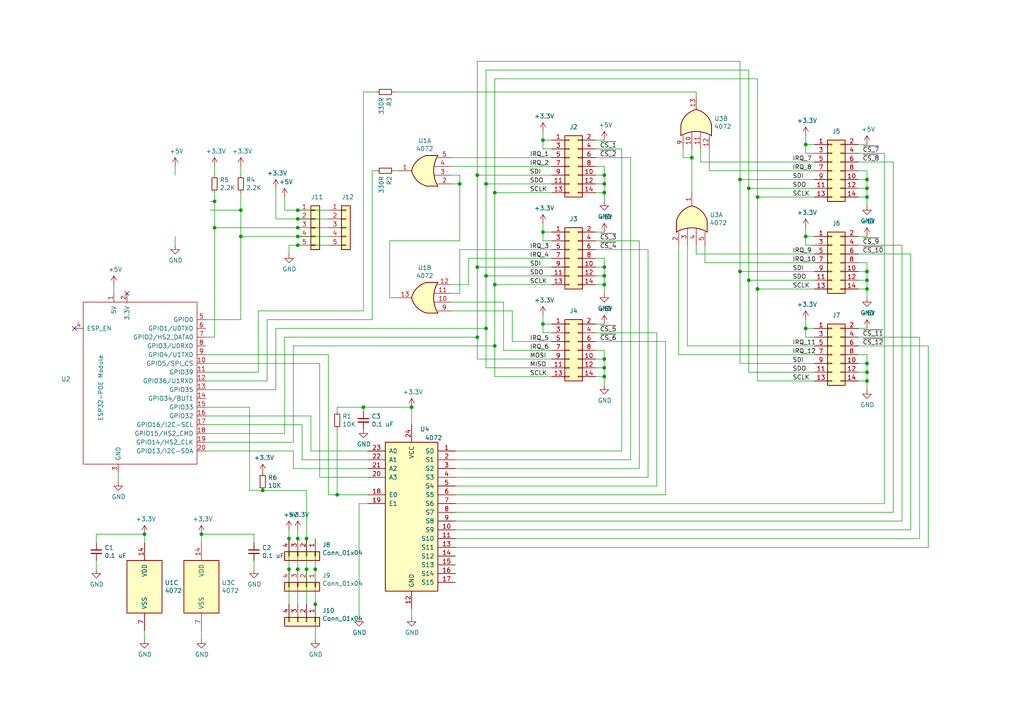
<source format=kicad_sch>
(kicad_sch (version 20211123) (generator eeschema)

  (uuid 1fa508ef-df83-4c99-846b-9acf535b3ad9)

  (paper "A4")

  (lib_symbols
    (symbol "4xxx:4072" (pin_names (offset 1.016)) (in_bom yes) (on_board yes)
      (property "Reference" "U" (id 0) (at 0 1.27 0)
        (effects (font (size 1.27 1.27)))
      )
      (property "Value" "4xxx_4072" (id 1) (at 0 -1.27 0)
        (effects (font (size 1.27 1.27)))
      )
      (property "Footprint" "" (id 2) (at 0 0 0)
        (effects (font (size 1.27 1.27)) hide)
      )
      (property "Datasheet" "" (id 3) (at 0 0 0)
        (effects (font (size 1.27 1.27)) hide)
      )
      (property "ki_locked" "" (id 4) (at 0 0 0)
        (effects (font (size 1.27 1.27)))
      )
      (property "ki_fp_filters" "DIP?14*" (id 5) (at 0 0 0)
        (effects (font (size 1.27 1.27)) hide)
      )
      (symbol "4072_1_1"
        (arc (start -3.81 -4.445) (mid -2.5908 0) (end -3.81 4.445)
          (stroke (width 0.254) (type default) (color 0 0 0 0))
          (fill (type none))
        )
        (arc (start -0.6096 -4.445) (mid 2.2246 -2.8422) (end 3.81 0)
          (stroke (width 0.254) (type default) (color 0 0 0 0))
          (fill (type background))
        )
        (polyline
          (pts
            (xy -3.81 -4.445)
            (xy -0.635 -4.445)
          )
          (stroke (width 0.254) (type default) (color 0 0 0 0))
          (fill (type background))
        )
        (polyline
          (pts
            (xy -3.81 4.445)
            (xy -0.635 4.445)
          )
          (stroke (width 0.254) (type default) (color 0 0 0 0))
          (fill (type background))
        )
        (polyline
          (pts
            (xy -0.635 4.445)
            (xy -3.81 4.445)
            (xy -3.81 4.445)
            (xy -3.6322 4.0894)
            (xy -3.0988 2.921)
            (xy -2.7686 1.6764)
            (xy -2.6162 0.4318)
            (xy -2.6416 -0.8636)
            (xy -2.8702 -2.1082)
            (xy -3.2512 -3.3274)
            (xy -3.81 -4.445)
            (xy -3.81 -4.445)
            (xy -0.635 -4.445)
          )
          (stroke (width -25.4) (type default) (color 0 0 0 0))
          (fill (type background))
        )
        (arc (start 3.81 0) (mid 2.2204 2.8379) (end -0.6096 4.445)
          (stroke (width 0.254) (type default) (color 0 0 0 0))
          (fill (type background))
        )
        (pin output line (at 7.62 0 180) (length 3.81)
          (name "~" (effects (font (size 1.27 1.27))))
          (number "1" (effects (font (size 1.27 1.27))))
        )
        (pin input line (at -7.62 3.81 0) (length 3.81)
          (name "~" (effects (font (size 1.27 1.27))))
          (number "2" (effects (font (size 1.27 1.27))))
        )
        (pin input line (at -7.62 1.27 0) (length 4.826)
          (name "~" (effects (font (size 1.27 1.27))))
          (number "3" (effects (font (size 1.27 1.27))))
        )
        (pin input line (at -7.62 -1.27 0) (length 4.826)
          (name "~" (effects (font (size 1.27 1.27))))
          (number "4" (effects (font (size 1.27 1.27))))
        )
        (pin input line (at -7.62 -3.81 0) (length 3.81)
          (name "~" (effects (font (size 1.27 1.27))))
          (number "5" (effects (font (size 1.27 1.27))))
        )
      )
      (symbol "4072_1_2"
        (arc (start -0.635 -4.445) (mid 3.81 0) (end -0.635 4.445)
          (stroke (width 0.254) (type default) (color 0 0 0 0))
          (fill (type background))
        )
        (polyline
          (pts
            (xy -0.635 4.445)
            (xy -3.81 4.445)
            (xy -3.81 -4.445)
            (xy -0.635 -4.445)
          )
          (stroke (width 0.254) (type default) (color 0 0 0 0))
          (fill (type background))
        )
        (pin output inverted (at 7.62 0 180) (length 3.81)
          (name "~" (effects (font (size 1.27 1.27))))
          (number "1" (effects (font (size 1.27 1.27))))
        )
        (pin input inverted (at -7.62 3.81 0) (length 3.81)
          (name "~" (effects (font (size 1.27 1.27))))
          (number "2" (effects (font (size 1.27 1.27))))
        )
        (pin input inverted (at -7.62 1.27 0) (length 3.81)
          (name "~" (effects (font (size 1.27 1.27))))
          (number "3" (effects (font (size 1.27 1.27))))
        )
        (pin input inverted (at -7.62 -1.27 0) (length 3.81)
          (name "~" (effects (font (size 1.27 1.27))))
          (number "4" (effects (font (size 1.27 1.27))))
        )
        (pin input inverted (at -7.62 -3.81 0) (length 3.81)
          (name "~" (effects (font (size 1.27 1.27))))
          (number "5" (effects (font (size 1.27 1.27))))
        )
      )
      (symbol "4072_2_1"
        (arc (start -3.81 -4.445) (mid -2.5908 0) (end -3.81 4.445)
          (stroke (width 0.254) (type default) (color 0 0 0 0))
          (fill (type none))
        )
        (arc (start -0.6096 -4.445) (mid 2.2246 -2.8422) (end 3.81 0)
          (stroke (width 0.254) (type default) (color 0 0 0 0))
          (fill (type background))
        )
        (polyline
          (pts
            (xy -3.81 -4.445)
            (xy -0.635 -4.445)
          )
          (stroke (width 0.254) (type default) (color 0 0 0 0))
          (fill (type background))
        )
        (polyline
          (pts
            (xy -3.81 4.445)
            (xy -0.635 4.445)
          )
          (stroke (width 0.254) (type default) (color 0 0 0 0))
          (fill (type background))
        )
        (polyline
          (pts
            (xy -0.635 4.445)
            (xy -3.81 4.445)
            (xy -3.81 4.445)
            (xy -3.6322 4.0894)
            (xy -3.0988 2.921)
            (xy -2.7686 1.6764)
            (xy -2.6162 0.4318)
            (xy -2.6416 -0.8636)
            (xy -2.8702 -2.1082)
            (xy -3.2512 -3.3274)
            (xy -3.81 -4.445)
            (xy -3.81 -4.445)
            (xy -0.635 -4.445)
          )
          (stroke (width -25.4) (type default) (color 0 0 0 0))
          (fill (type background))
        )
        (arc (start 3.81 0) (mid 2.2204 2.8379) (end -0.6096 4.445)
          (stroke (width 0.254) (type default) (color 0 0 0 0))
          (fill (type background))
        )
        (pin input line (at -7.62 1.27 0) (length 4.826)
          (name "~" (effects (font (size 1.27 1.27))))
          (number "10" (effects (font (size 1.27 1.27))))
        )
        (pin input line (at -7.62 -1.27 0) (length 4.826)
          (name "~" (effects (font (size 1.27 1.27))))
          (number "11" (effects (font (size 1.27 1.27))))
        )
        (pin input line (at -7.62 -3.81 0) (length 3.81)
          (name "~" (effects (font (size 1.27 1.27))))
          (number "12" (effects (font (size 1.27 1.27))))
        )
        (pin output line (at 7.62 0 180) (length 3.81)
          (name "~" (effects (font (size 1.27 1.27))))
          (number "13" (effects (font (size 1.27 1.27))))
        )
        (pin input line (at -7.62 3.81 0) (length 3.81)
          (name "~" (effects (font (size 1.27 1.27))))
          (number "9" (effects (font (size 1.27 1.27))))
        )
      )
      (symbol "4072_2_2"
        (arc (start -0.635 -4.445) (mid 3.81 0) (end -0.635 4.445)
          (stroke (width 0.254) (type default) (color 0 0 0 0))
          (fill (type background))
        )
        (polyline
          (pts
            (xy -0.635 4.445)
            (xy -3.81 4.445)
            (xy -3.81 -4.445)
            (xy -0.635 -4.445)
          )
          (stroke (width 0.254) (type default) (color 0 0 0 0))
          (fill (type background))
        )
        (pin input inverted (at -7.62 1.27 0) (length 3.81)
          (name "~" (effects (font (size 1.27 1.27))))
          (number "10" (effects (font (size 1.27 1.27))))
        )
        (pin input inverted (at -7.62 -1.27 0) (length 3.81)
          (name "~" (effects (font (size 1.27 1.27))))
          (number "11" (effects (font (size 1.27 1.27))))
        )
        (pin input inverted (at -7.62 -3.81 0) (length 3.81)
          (name "~" (effects (font (size 1.27 1.27))))
          (number "12" (effects (font (size 1.27 1.27))))
        )
        (pin output inverted (at 7.62 0 180) (length 3.81)
          (name "~" (effects (font (size 1.27 1.27))))
          (number "13" (effects (font (size 1.27 1.27))))
        )
        (pin input inverted (at -7.62 3.81 0) (length 3.81)
          (name "~" (effects (font (size 1.27 1.27))))
          (number "9" (effects (font (size 1.27 1.27))))
        )
      )
      (symbol "4072_3_0"
        (pin power_in line (at 0 12.7 270) (length 5.08)
          (name "VDD" (effects (font (size 1.27 1.27))))
          (number "14" (effects (font (size 1.27 1.27))))
        )
        (pin power_in line (at 0 -12.7 90) (length 5.08)
          (name "VSS" (effects (font (size 1.27 1.27))))
          (number "7" (effects (font (size 1.27 1.27))))
        )
      )
      (symbol "4072_3_1"
        (rectangle (start -5.08 7.62) (end 5.08 -7.62)
          (stroke (width 0.254) (type default) (color 0 0 0 0))
          (fill (type background))
        )
      )
    )
    (symbol "74xx:74LS154" (pin_names (offset 1.016)) (in_bom yes) (on_board yes)
      (property "Reference" "U" (id 0) (at -7.62 21.59 0)
        (effects (font (size 1.27 1.27)))
      )
      (property "Value" "74xx_74LS154" (id 1) (at -7.62 -24.13 0)
        (effects (font (size 1.27 1.27)))
      )
      (property "Footprint" "" (id 2) (at 0 0 0)
        (effects (font (size 1.27 1.27)) hide)
      )
      (property "Datasheet" "" (id 3) (at 0 0 0)
        (effects (font (size 1.27 1.27)) hide)
      )
      (property "ki_locked" "" (id 4) (at 0 0 0)
        (effects (font (size 1.27 1.27)))
      )
      (property "ki_fp_filters" "DIP?24*" (id 5) (at 0 0 0)
        (effects (font (size 1.27 1.27)) hide)
      )
      (symbol "74LS154_1_0"
        (pin output line (at 12.7 17.78 180) (length 5.08)
          (name "S0" (effects (font (size 1.27 1.27))))
          (number "1" (effects (font (size 1.27 1.27))))
        )
        (pin output line (at 12.7 -5.08 180) (length 5.08)
          (name "S9" (effects (font (size 1.27 1.27))))
          (number "10" (effects (font (size 1.27 1.27))))
        )
        (pin output line (at 12.7 -7.62 180) (length 5.08)
          (name "S10" (effects (font (size 1.27 1.27))))
          (number "11" (effects (font (size 1.27 1.27))))
        )
        (pin power_in line (at 0 -27.94 90) (length 5.08)
          (name "GND" (effects (font (size 1.27 1.27))))
          (number "12" (effects (font (size 1.27 1.27))))
        )
        (pin output line (at 12.7 -10.16 180) (length 5.08)
          (name "S11" (effects (font (size 1.27 1.27))))
          (number "13" (effects (font (size 1.27 1.27))))
        )
        (pin output line (at 12.7 -12.7 180) (length 5.08)
          (name "S12" (effects (font (size 1.27 1.27))))
          (number "14" (effects (font (size 1.27 1.27))))
        )
        (pin output line (at 12.7 -15.24 180) (length 5.08)
          (name "S13" (effects (font (size 1.27 1.27))))
          (number "15" (effects (font (size 1.27 1.27))))
        )
        (pin output line (at 12.7 -17.78 180) (length 5.08)
          (name "S14" (effects (font (size 1.27 1.27))))
          (number "16" (effects (font (size 1.27 1.27))))
        )
        (pin output line (at 12.7 -20.32 180) (length 5.08)
          (name "S15" (effects (font (size 1.27 1.27))))
          (number "17" (effects (font (size 1.27 1.27))))
        )
        (pin input line (at -12.7 5.08 0) (length 5.08)
          (name "E0" (effects (font (size 1.27 1.27))))
          (number "18" (effects (font (size 1.27 1.27))))
        )
        (pin input line (at -12.7 2.54 0) (length 5.08)
          (name "E1" (effects (font (size 1.27 1.27))))
          (number "19" (effects (font (size 1.27 1.27))))
        )
        (pin output line (at 12.7 15.24 180) (length 5.08)
          (name "S1" (effects (font (size 1.27 1.27))))
          (number "2" (effects (font (size 1.27 1.27))))
        )
        (pin input line (at -12.7 10.16 0) (length 5.08)
          (name "A3" (effects (font (size 1.27 1.27))))
          (number "20" (effects (font (size 1.27 1.27))))
        )
        (pin input line (at -12.7 12.7 0) (length 5.08)
          (name "A2" (effects (font (size 1.27 1.27))))
          (number "21" (effects (font (size 1.27 1.27))))
        )
        (pin input line (at -12.7 15.24 0) (length 5.08)
          (name "A1" (effects (font (size 1.27 1.27))))
          (number "22" (effects (font (size 1.27 1.27))))
        )
        (pin input line (at -12.7 17.78 0) (length 5.08)
          (name "A0" (effects (font (size 1.27 1.27))))
          (number "23" (effects (font (size 1.27 1.27))))
        )
        (pin power_in line (at 0 25.4 270) (length 5.08)
          (name "VCC" (effects (font (size 1.27 1.27))))
          (number "24" (effects (font (size 1.27 1.27))))
        )
        (pin output line (at 12.7 12.7 180) (length 5.08)
          (name "S2" (effects (font (size 1.27 1.27))))
          (number "3" (effects (font (size 1.27 1.27))))
        )
        (pin output line (at 12.7 10.16 180) (length 5.08)
          (name "S3" (effects (font (size 1.27 1.27))))
          (number "4" (effects (font (size 1.27 1.27))))
        )
        (pin output line (at 12.7 7.62 180) (length 5.08)
          (name "S4" (effects (font (size 1.27 1.27))))
          (number "5" (effects (font (size 1.27 1.27))))
        )
        (pin output line (at 12.7 5.08 180) (length 5.08)
          (name "S5" (effects (font (size 1.27 1.27))))
          (number "6" (effects (font (size 1.27 1.27))))
        )
        (pin output line (at 12.7 2.54 180) (length 5.08)
          (name "S6" (effects (font (size 1.27 1.27))))
          (number "7" (effects (font (size 1.27 1.27))))
        )
        (pin output line (at 12.7 0 180) (length 5.08)
          (name "S7" (effects (font (size 1.27 1.27))))
          (number "8" (effects (font (size 1.27 1.27))))
        )
        (pin output line (at 12.7 -2.54 180) (length 5.08)
          (name "S8" (effects (font (size 1.27 1.27))))
          (number "9" (effects (font (size 1.27 1.27))))
        )
      )
      (symbol "74LS154_1_1"
        (rectangle (start -7.62 20.32) (end 7.62 -22.86)
          (stroke (width 0.254) (type default) (color 0 0 0 0))
          (fill (type background))
        )
      )
    )
    (symbol "Connector_Generic:Conn_01x04" (pin_names (offset 1.016) hide) (in_bom yes) (on_board yes)
      (property "Reference" "J" (id 0) (at 0 5.08 0)
        (effects (font (size 1.27 1.27)))
      )
      (property "Value" "Conn_01x04" (id 1) (at 0 -7.62 0)
        (effects (font (size 1.27 1.27)))
      )
      (property "Footprint" "" (id 2) (at 0 0 0)
        (effects (font (size 1.27 1.27)) hide)
      )
      (property "Datasheet" "~" (id 3) (at 0 0 0)
        (effects (font (size 1.27 1.27)) hide)
      )
      (property "ki_keywords" "connector" (id 4) (at 0 0 0)
        (effects (font (size 1.27 1.27)) hide)
      )
      (property "ki_description" "Generic connector, single row, 01x04, script generated (kicad-library-utils/schlib/autogen/connector/)" (id 5) (at 0 0 0)
        (effects (font (size 1.27 1.27)) hide)
      )
      (property "ki_fp_filters" "Connector*:*_1x??_*" (id 6) (at 0 0 0)
        (effects (font (size 1.27 1.27)) hide)
      )
      (symbol "Conn_01x04_1_1"
        (rectangle (start -1.27 -4.953) (end 0 -5.207)
          (stroke (width 0.1524) (type default) (color 0 0 0 0))
          (fill (type none))
        )
        (rectangle (start -1.27 -2.413) (end 0 -2.667)
          (stroke (width 0.1524) (type default) (color 0 0 0 0))
          (fill (type none))
        )
        (rectangle (start -1.27 0.127) (end 0 -0.127)
          (stroke (width 0.1524) (type default) (color 0 0 0 0))
          (fill (type none))
        )
        (rectangle (start -1.27 2.667) (end 0 2.413)
          (stroke (width 0.1524) (type default) (color 0 0 0 0))
          (fill (type none))
        )
        (rectangle (start -1.27 3.81) (end 1.27 -6.35)
          (stroke (width 0.254) (type default) (color 0 0 0 0))
          (fill (type background))
        )
        (pin passive line (at -5.08 2.54 0) (length 3.81)
          (name "Pin_1" (effects (font (size 1.27 1.27))))
          (number "1" (effects (font (size 1.27 1.27))))
        )
        (pin passive line (at -5.08 0 0) (length 3.81)
          (name "Pin_2" (effects (font (size 1.27 1.27))))
          (number "2" (effects (font (size 1.27 1.27))))
        )
        (pin passive line (at -5.08 -2.54 0) (length 3.81)
          (name "Pin_3" (effects (font (size 1.27 1.27))))
          (number "3" (effects (font (size 1.27 1.27))))
        )
        (pin passive line (at -5.08 -5.08 0) (length 3.81)
          (name "Pin_4" (effects (font (size 1.27 1.27))))
          (number "4" (effects (font (size 1.27 1.27))))
        )
      )
    )
    (symbol "Connector_Generic:Conn_01x05" (pin_names (offset 1.016) hide) (in_bom yes) (on_board yes)
      (property "Reference" "J" (id 0) (at 0 7.62 0)
        (effects (font (size 1.27 1.27)))
      )
      (property "Value" "Conn_01x05" (id 1) (at 0 -7.62 0)
        (effects (font (size 1.27 1.27)))
      )
      (property "Footprint" "" (id 2) (at 0 0 0)
        (effects (font (size 1.27 1.27)) hide)
      )
      (property "Datasheet" "~" (id 3) (at 0 0 0)
        (effects (font (size 1.27 1.27)) hide)
      )
      (property "ki_keywords" "connector" (id 4) (at 0 0 0)
        (effects (font (size 1.27 1.27)) hide)
      )
      (property "ki_description" "Generic connector, single row, 01x05, script generated (kicad-library-utils/schlib/autogen/connector/)" (id 5) (at 0 0 0)
        (effects (font (size 1.27 1.27)) hide)
      )
      (property "ki_fp_filters" "Connector*:*_1x??_*" (id 6) (at 0 0 0)
        (effects (font (size 1.27 1.27)) hide)
      )
      (symbol "Conn_01x05_1_1"
        (rectangle (start -1.27 -4.953) (end 0 -5.207)
          (stroke (width 0.1524) (type default) (color 0 0 0 0))
          (fill (type none))
        )
        (rectangle (start -1.27 -2.413) (end 0 -2.667)
          (stroke (width 0.1524) (type default) (color 0 0 0 0))
          (fill (type none))
        )
        (rectangle (start -1.27 0.127) (end 0 -0.127)
          (stroke (width 0.1524) (type default) (color 0 0 0 0))
          (fill (type none))
        )
        (rectangle (start -1.27 2.667) (end 0 2.413)
          (stroke (width 0.1524) (type default) (color 0 0 0 0))
          (fill (type none))
        )
        (rectangle (start -1.27 5.207) (end 0 4.953)
          (stroke (width 0.1524) (type default) (color 0 0 0 0))
          (fill (type none))
        )
        (rectangle (start -1.27 6.35) (end 1.27 -6.35)
          (stroke (width 0.254) (type default) (color 0 0 0 0))
          (fill (type background))
        )
        (pin passive line (at -5.08 5.08 0) (length 3.81)
          (name "Pin_1" (effects (font (size 1.27 1.27))))
          (number "1" (effects (font (size 1.27 1.27))))
        )
        (pin passive line (at -5.08 2.54 0) (length 3.81)
          (name "Pin_2" (effects (font (size 1.27 1.27))))
          (number "2" (effects (font (size 1.27 1.27))))
        )
        (pin passive line (at -5.08 0 0) (length 3.81)
          (name "Pin_3" (effects (font (size 1.27 1.27))))
          (number "3" (effects (font (size 1.27 1.27))))
        )
        (pin passive line (at -5.08 -2.54 0) (length 3.81)
          (name "Pin_4" (effects (font (size 1.27 1.27))))
          (number "4" (effects (font (size 1.27 1.27))))
        )
        (pin passive line (at -5.08 -5.08 0) (length 3.81)
          (name "Pin_5" (effects (font (size 1.27 1.27))))
          (number "5" (effects (font (size 1.27 1.27))))
        )
      )
    )
    (symbol "Connector_Generic:Conn_02x07_Odd_Even" (pin_names (offset 1.016) hide) (in_bom yes) (on_board yes)
      (property "Reference" "J" (id 0) (at 1.27 10.16 0)
        (effects (font (size 1.27 1.27)))
      )
      (property "Value" "Conn_02x07_Odd_Even" (id 1) (at 1.27 -10.16 0)
        (effects (font (size 1.27 1.27)))
      )
      (property "Footprint" "" (id 2) (at 0 0 0)
        (effects (font (size 1.27 1.27)) hide)
      )
      (property "Datasheet" "~" (id 3) (at 0 0 0)
        (effects (font (size 1.27 1.27)) hide)
      )
      (property "ki_keywords" "connector" (id 4) (at 0 0 0)
        (effects (font (size 1.27 1.27)) hide)
      )
      (property "ki_description" "Generic connector, double row, 02x07, odd/even pin numbering scheme (row 1 odd numbers, row 2 even numbers), script generated (kicad-library-utils/schlib/autogen/connector/)" (id 5) (at 0 0 0)
        (effects (font (size 1.27 1.27)) hide)
      )
      (property "ki_fp_filters" "Connector*:*_2x??_*" (id 6) (at 0 0 0)
        (effects (font (size 1.27 1.27)) hide)
      )
      (symbol "Conn_02x07_Odd_Even_1_1"
        (rectangle (start -1.27 -7.493) (end 0 -7.747)
          (stroke (width 0.1524) (type default) (color 0 0 0 0))
          (fill (type none))
        )
        (rectangle (start -1.27 -4.953) (end 0 -5.207)
          (stroke (width 0.1524) (type default) (color 0 0 0 0))
          (fill (type none))
        )
        (rectangle (start -1.27 -2.413) (end 0 -2.667)
          (stroke (width 0.1524) (type default) (color 0 0 0 0))
          (fill (type none))
        )
        (rectangle (start -1.27 0.127) (end 0 -0.127)
          (stroke (width 0.1524) (type default) (color 0 0 0 0))
          (fill (type none))
        )
        (rectangle (start -1.27 2.667) (end 0 2.413)
          (stroke (width 0.1524) (type default) (color 0 0 0 0))
          (fill (type none))
        )
        (rectangle (start -1.27 5.207) (end 0 4.953)
          (stroke (width 0.1524) (type default) (color 0 0 0 0))
          (fill (type none))
        )
        (rectangle (start -1.27 7.747) (end 0 7.493)
          (stroke (width 0.1524) (type default) (color 0 0 0 0))
          (fill (type none))
        )
        (rectangle (start -1.27 8.89) (end 3.81 -8.89)
          (stroke (width 0.254) (type default) (color 0 0 0 0))
          (fill (type background))
        )
        (rectangle (start 3.81 -7.493) (end 2.54 -7.747)
          (stroke (width 0.1524) (type default) (color 0 0 0 0))
          (fill (type none))
        )
        (rectangle (start 3.81 -4.953) (end 2.54 -5.207)
          (stroke (width 0.1524) (type default) (color 0 0 0 0))
          (fill (type none))
        )
        (rectangle (start 3.81 -2.413) (end 2.54 -2.667)
          (stroke (width 0.1524) (type default) (color 0 0 0 0))
          (fill (type none))
        )
        (rectangle (start 3.81 0.127) (end 2.54 -0.127)
          (stroke (width 0.1524) (type default) (color 0 0 0 0))
          (fill (type none))
        )
        (rectangle (start 3.81 2.667) (end 2.54 2.413)
          (stroke (width 0.1524) (type default) (color 0 0 0 0))
          (fill (type none))
        )
        (rectangle (start 3.81 5.207) (end 2.54 4.953)
          (stroke (width 0.1524) (type default) (color 0 0 0 0))
          (fill (type none))
        )
        (rectangle (start 3.81 7.747) (end 2.54 7.493)
          (stroke (width 0.1524) (type default) (color 0 0 0 0))
          (fill (type none))
        )
        (pin passive line (at -5.08 7.62 0) (length 3.81)
          (name "Pin_1" (effects (font (size 1.27 1.27))))
          (number "1" (effects (font (size 1.27 1.27))))
        )
        (pin passive line (at 7.62 -2.54 180) (length 3.81)
          (name "Pin_10" (effects (font (size 1.27 1.27))))
          (number "10" (effects (font (size 1.27 1.27))))
        )
        (pin passive line (at -5.08 -5.08 0) (length 3.81)
          (name "Pin_11" (effects (font (size 1.27 1.27))))
          (number "11" (effects (font (size 1.27 1.27))))
        )
        (pin passive line (at 7.62 -5.08 180) (length 3.81)
          (name "Pin_12" (effects (font (size 1.27 1.27))))
          (number "12" (effects (font (size 1.27 1.27))))
        )
        (pin passive line (at -5.08 -7.62 0) (length 3.81)
          (name "Pin_13" (effects (font (size 1.27 1.27))))
          (number "13" (effects (font (size 1.27 1.27))))
        )
        (pin passive line (at 7.62 -7.62 180) (length 3.81)
          (name "Pin_14" (effects (font (size 1.27 1.27))))
          (number "14" (effects (font (size 1.27 1.27))))
        )
        (pin passive line (at 7.62 7.62 180) (length 3.81)
          (name "Pin_2" (effects (font (size 1.27 1.27))))
          (number "2" (effects (font (size 1.27 1.27))))
        )
        (pin passive line (at -5.08 5.08 0) (length 3.81)
          (name "Pin_3" (effects (font (size 1.27 1.27))))
          (number "3" (effects (font (size 1.27 1.27))))
        )
        (pin passive line (at 7.62 5.08 180) (length 3.81)
          (name "Pin_4" (effects (font (size 1.27 1.27))))
          (number "4" (effects (font (size 1.27 1.27))))
        )
        (pin passive line (at -5.08 2.54 0) (length 3.81)
          (name "Pin_5" (effects (font (size 1.27 1.27))))
          (number "5" (effects (font (size 1.27 1.27))))
        )
        (pin passive line (at 7.62 2.54 180) (length 3.81)
          (name "Pin_6" (effects (font (size 1.27 1.27))))
          (number "6" (effects (font (size 1.27 1.27))))
        )
        (pin passive line (at -5.08 0 0) (length 3.81)
          (name "Pin_7" (effects (font (size 1.27 1.27))))
          (number "7" (effects (font (size 1.27 1.27))))
        )
        (pin passive line (at 7.62 0 180) (length 3.81)
          (name "Pin_8" (effects (font (size 1.27 1.27))))
          (number "8" (effects (font (size 1.27 1.27))))
        )
        (pin passive line (at -5.08 -2.54 0) (length 3.81)
          (name "Pin_9" (effects (font (size 1.27 1.27))))
          (number "9" (effects (font (size 1.27 1.27))))
        )
      )
    )
    (symbol "Device:C_Small" (pin_numbers hide) (pin_names (offset 0.254) hide) (in_bom yes) (on_board yes)
      (property "Reference" "C" (id 0) (at 0.254 1.778 0)
        (effects (font (size 1.27 1.27)) (justify left))
      )
      (property "Value" "C_Small" (id 1) (at 0.254 -2.032 0)
        (effects (font (size 1.27 1.27)) (justify left))
      )
      (property "Footprint" "" (id 2) (at 0 0 0)
        (effects (font (size 1.27 1.27)) hide)
      )
      (property "Datasheet" "~" (id 3) (at 0 0 0)
        (effects (font (size 1.27 1.27)) hide)
      )
      (property "ki_keywords" "capacitor cap" (id 4) (at 0 0 0)
        (effects (font (size 1.27 1.27)) hide)
      )
      (property "ki_description" "Unpolarized capacitor, small symbol" (id 5) (at 0 0 0)
        (effects (font (size 1.27 1.27)) hide)
      )
      (property "ki_fp_filters" "C_*" (id 6) (at 0 0 0)
        (effects (font (size 1.27 1.27)) hide)
      )
      (symbol "C_Small_0_1"
        (polyline
          (pts
            (xy -1.524 -0.508)
            (xy 1.524 -0.508)
          )
          (stroke (width 0.3302) (type default) (color 0 0 0 0))
          (fill (type none))
        )
        (polyline
          (pts
            (xy -1.524 0.508)
            (xy 1.524 0.508)
          )
          (stroke (width 0.3048) (type default) (color 0 0 0 0))
          (fill (type none))
        )
      )
      (symbol "C_Small_1_1"
        (pin passive line (at 0 2.54 270) (length 2.032)
          (name "~" (effects (font (size 1.27 1.27))))
          (number "1" (effects (font (size 1.27 1.27))))
        )
        (pin passive line (at 0 -2.54 90) (length 2.032)
          (name "~" (effects (font (size 1.27 1.27))))
          (number "2" (effects (font (size 1.27 1.27))))
        )
      )
    )
    (symbol "Device:R_Small" (pin_numbers hide) (pin_names (offset 0.254) hide) (in_bom yes) (on_board yes)
      (property "Reference" "R" (id 0) (at 0.762 0.508 0)
        (effects (font (size 1.27 1.27)) (justify left))
      )
      (property "Value" "R_Small" (id 1) (at 0.762 -1.016 0)
        (effects (font (size 1.27 1.27)) (justify left))
      )
      (property "Footprint" "" (id 2) (at 0 0 0)
        (effects (font (size 1.27 1.27)) hide)
      )
      (property "Datasheet" "~" (id 3) (at 0 0 0)
        (effects (font (size 1.27 1.27)) hide)
      )
      (property "ki_keywords" "R resistor" (id 4) (at 0 0 0)
        (effects (font (size 1.27 1.27)) hide)
      )
      (property "ki_description" "Resistor, small symbol" (id 5) (at 0 0 0)
        (effects (font (size 1.27 1.27)) hide)
      )
      (property "ki_fp_filters" "R_*" (id 6) (at 0 0 0)
        (effects (font (size 1.27 1.27)) hide)
      )
      (symbol "R_Small_0_1"
        (rectangle (start -0.762 1.778) (end 0.762 -1.778)
          (stroke (width 0.2032) (type default) (color 0 0 0 0))
          (fill (type none))
        )
      )
      (symbol "R_Small_1_1"
        (pin passive line (at 0 2.54 270) (length 0.762)
          (name "~" (effects (font (size 1.27 1.27))))
          (number "1" (effects (font (size 1.27 1.27))))
        )
        (pin passive line (at 0 -2.54 90) (length 0.762)
          (name "~" (effects (font (size 1.27 1.27))))
          (number "2" (effects (font (size 1.27 1.27))))
        )
      )
    )
    (symbol "custom:ESP32-POE" (pin_names (offset 1.016)) (in_bom yes) (on_board yes)
      (property "Reference" "U" (id 0) (at -8.89 7.62 0)
        (effects (font (size 1.27 1.27)))
      )
      (property "Value" "ESP32-POE" (id 1) (at -1.27 -8.89 0)
        (effects (font (size 1.27 1.27)))
      )
      (property "Footprint" "" (id 2) (at 0 0 0)
        (effects (font (size 1.27 1.27)) hide)
      )
      (property "Datasheet" "" (id 3) (at 0 0 0)
        (effects (font (size 1.27 1.27)) hide)
      )
      (symbol "ESP32-POE_0_1"
        (rectangle (start -10.16 6.35) (end 22.86 -40.64)
          (stroke (width 0) (type default) (color 0 0 0 0))
          (fill (type none))
        )
      )
      (symbol "ESP32-POE_1_1"
        (pin power_in line (at -1.27 8.89 270) (length 2.54)
          (name "5V" (effects (font (size 1.27 1.27))))
          (number "1" (effects (font (size 1.27 1.27))))
        )
        (pin bidirectional line (at 25.4 -11.43 180) (length 2.54)
          (name "GPIO5/SPI_CS" (effects (font (size 1.27 1.27))))
          (number "10" (effects (font (size 1.27 1.27))))
        )
        (pin bidirectional line (at 25.4 -13.97 180) (length 2.54)
          (name "GPIO39" (effects (font (size 1.27 1.27))))
          (number "11" (effects (font (size 1.27 1.27))))
        )
        (pin bidirectional line (at 25.4 -16.51 180) (length 2.54)
          (name "GPIO36/U1RXD" (effects (font (size 1.27 1.27))))
          (number "12" (effects (font (size 1.27 1.27))))
        )
        (pin bidirectional line (at 25.4 -19.05 180) (length 2.54)
          (name "GPIO35" (effects (font (size 1.27 1.27))))
          (number "13" (effects (font (size 1.27 1.27))))
        )
        (pin bidirectional line (at 25.4 -21.59 180) (length 2.54)
          (name "GPIO34/BUT1" (effects (font (size 1.27 1.27))))
          (number "14" (effects (font (size 1.27 1.27))))
        )
        (pin bidirectional line (at 25.4 -24.13 180) (length 2.54)
          (name "GPIO33" (effects (font (size 1.27 1.27))))
          (number "15" (effects (font (size 1.27 1.27))))
        )
        (pin bidirectional line (at 25.4 -26.67 180) (length 2.54)
          (name "GPIO32" (effects (font (size 1.27 1.27))))
          (number "16" (effects (font (size 1.27 1.27))))
        )
        (pin bidirectional line (at 25.4 -29.21 180) (length 2.54)
          (name "GPIO16/I2C-SCL" (effects (font (size 1.27 1.27))))
          (number "17" (effects (font (size 1.27 1.27))))
        )
        (pin bidirectional line (at 25.4 -31.75 180) (length 2.54)
          (name "GPIO15/HS2_CMD" (effects (font (size 1.27 1.27))))
          (number "18" (effects (font (size 1.27 1.27))))
        )
        (pin bidirectional line (at 25.4 -34.29 180) (length 2.54)
          (name "GPIO14/HS2_CLK" (effects (font (size 1.27 1.27))))
          (number "19" (effects (font (size 1.27 1.27))))
        )
        (pin power_in line (at 2.54 8.89 270) (length 2.54)
          (name "3.3V" (effects (font (size 1.27 1.27))))
          (number "2" (effects (font (size 1.27 1.27))))
        )
        (pin bidirectional line (at 25.4 -36.83 180) (length 2.54)
          (name "GPIO13/I2C-SDA" (effects (font (size 1.27 1.27))))
          (number "20" (effects (font (size 1.27 1.27))))
        )
        (pin power_in line (at 0 -43.18 90) (length 2.54)
          (name "GND" (effects (font (size 1.27 1.27))))
          (number "3" (effects (font (size 1.27 1.27))))
        )
        (pin passive line (at -12.7 -1.27 0) (length 2.54)
          (name "ESP_EN" (effects (font (size 1.27 1.27))))
          (number "4" (effects (font (size 1.27 1.27))))
        )
        (pin bidirectional line (at 25.4 1.27 180) (length 2.54)
          (name "GPIO0" (effects (font (size 1.27 1.27))))
          (number "5" (effects (font (size 1.27 1.27))))
        )
        (pin bidirectional line (at 25.4 -1.27 180) (length 2.54)
          (name "GPIO1/U0TXD" (effects (font (size 1.27 1.27))))
          (number "6" (effects (font (size 1.27 1.27))))
        )
        (pin bidirectional line (at 25.4 -3.81 180) (length 2.54)
          (name "GPIO2/HS2_DATA0" (effects (font (size 1.27 1.27))))
          (number "7" (effects (font (size 1.27 1.27))))
        )
        (pin bidirectional line (at 25.4 -6.35 180) (length 2.54)
          (name "GPIO3/U0RXD" (effects (font (size 1.27 1.27))))
          (number "8" (effects (font (size 1.27 1.27))))
        )
        (pin bidirectional line (at 25.4 -8.89 180) (length 2.54)
          (name "GPIO4/U1TXD" (effects (font (size 1.27 1.27))))
          (number "9" (effects (font (size 1.27 1.27))))
        )
      )
    )
    (symbol "power:+3.3V" (power) (pin_names (offset 0)) (in_bom yes) (on_board yes)
      (property "Reference" "#PWR" (id 0) (at 0 -3.81 0)
        (effects (font (size 1.27 1.27)) hide)
      )
      (property "Value" "+3.3V" (id 1) (at 0 3.556 0)
        (effects (font (size 1.27 1.27)))
      )
      (property "Footprint" "" (id 2) (at 0 0 0)
        (effects (font (size 1.27 1.27)) hide)
      )
      (property "Datasheet" "" (id 3) (at 0 0 0)
        (effects (font (size 1.27 1.27)) hide)
      )
      (property "ki_keywords" "global power" (id 4) (at 0 0 0)
        (effects (font (size 1.27 1.27)) hide)
      )
      (property "ki_description" "Power symbol creates a global label with name \"+3.3V\"" (id 5) (at 0 0 0)
        (effects (font (size 1.27 1.27)) hide)
      )
      (symbol "+3.3V_0_1"
        (polyline
          (pts
            (xy -0.762 1.27)
            (xy 0 2.54)
          )
          (stroke (width 0) (type default) (color 0 0 0 0))
          (fill (type none))
        )
        (polyline
          (pts
            (xy 0 0)
            (xy 0 2.54)
          )
          (stroke (width 0) (type default) (color 0 0 0 0))
          (fill (type none))
        )
        (polyline
          (pts
            (xy 0 2.54)
            (xy 0.762 1.27)
          )
          (stroke (width 0) (type default) (color 0 0 0 0))
          (fill (type none))
        )
      )
      (symbol "+3.3V_1_1"
        (pin power_in line (at 0 0 90) (length 0) hide
          (name "+3.3V" (effects (font (size 1.27 1.27))))
          (number "1" (effects (font (size 1.27 1.27))))
        )
      )
    )
    (symbol "power:+5V" (power) (pin_names (offset 0)) (in_bom yes) (on_board yes)
      (property "Reference" "#PWR" (id 0) (at 0 -3.81 0)
        (effects (font (size 1.27 1.27)) hide)
      )
      (property "Value" "+5V" (id 1) (at 0 3.556 0)
        (effects (font (size 1.27 1.27)))
      )
      (property "Footprint" "" (id 2) (at 0 0 0)
        (effects (font (size 1.27 1.27)) hide)
      )
      (property "Datasheet" "" (id 3) (at 0 0 0)
        (effects (font (size 1.27 1.27)) hide)
      )
      (property "ki_keywords" "global power" (id 4) (at 0 0 0)
        (effects (font (size 1.27 1.27)) hide)
      )
      (property "ki_description" "Power symbol creates a global label with name \"+5V\"" (id 5) (at 0 0 0)
        (effects (font (size 1.27 1.27)) hide)
      )
      (symbol "+5V_0_1"
        (polyline
          (pts
            (xy -0.762 1.27)
            (xy 0 2.54)
          )
          (stroke (width 0) (type default) (color 0 0 0 0))
          (fill (type none))
        )
        (polyline
          (pts
            (xy 0 0)
            (xy 0 2.54)
          )
          (stroke (width 0) (type default) (color 0 0 0 0))
          (fill (type none))
        )
        (polyline
          (pts
            (xy 0 2.54)
            (xy 0.762 1.27)
          )
          (stroke (width 0) (type default) (color 0 0 0 0))
          (fill (type none))
        )
      )
      (symbol "+5V_1_1"
        (pin power_in line (at 0 0 90) (length 0) hide
          (name "+5V" (effects (font (size 1.27 1.27))))
          (number "1" (effects (font (size 1.27 1.27))))
        )
      )
    )
    (symbol "power:GND" (power) (pin_names (offset 0)) (in_bom yes) (on_board yes)
      (property "Reference" "#PWR" (id 0) (at 0 -6.35 0)
        (effects (font (size 1.27 1.27)) hide)
      )
      (property "Value" "GND" (id 1) (at 0 -3.81 0)
        (effects (font (size 1.27 1.27)))
      )
      (property "Footprint" "" (id 2) (at 0 0 0)
        (effects (font (size 1.27 1.27)) hide)
      )
      (property "Datasheet" "" (id 3) (at 0 0 0)
        (effects (font (size 1.27 1.27)) hide)
      )
      (property "ki_keywords" "global power" (id 4) (at 0 0 0)
        (effects (font (size 1.27 1.27)) hide)
      )
      (property "ki_description" "Power symbol creates a global label with name \"GND\" , ground" (id 5) (at 0 0 0)
        (effects (font (size 1.27 1.27)) hide)
      )
      (symbol "GND_0_1"
        (polyline
          (pts
            (xy 0 0)
            (xy 0 -1.27)
            (xy 1.27 -1.27)
            (xy 0 -2.54)
            (xy -1.27 -1.27)
            (xy 0 -1.27)
          )
          (stroke (width 0) (type default) (color 0 0 0 0))
          (fill (type none))
        )
      )
      (symbol "GND_1_1"
        (pin power_in line (at 0 0 270) (length 0) hide
          (name "GND" (effects (font (size 1.27 1.27))))
          (number "1" (effects (font (size 1.27 1.27))))
        )
      )
    )
  )

  (junction (at 86.36 63.5) (diameter 0) (color 0 0 0 0)
    (uuid 0fb27e11-fde6-4a25-adbb-e9684771b369)
  )
  (junction (at 175.26 55.88) (diameter 0) (color 0 0 0 0)
    (uuid 0fd35a3e-b394-4aae-875a-fac843f9cbb7)
  )
  (junction (at 58.42 154.94) (diameter 0) (color 0 0 0 0)
    (uuid 10d8ad0e-6a08-4053-92aa-23a15910fd21)
  )
  (junction (at 251.46 78.74) (diameter 0) (color 0 0 0 0)
    (uuid 1241b7f2-e266-4f5c-8a97-9f0f9d0eef37)
  )
  (junction (at 251.46 83.82) (diameter 0) (color 0 0 0 0)
    (uuid 12a24e86-2c38-4685-bba9-fff8dddb4cb0)
  )
  (junction (at 62.23 66.04) (diameter 0) (color 0 0 0 0)
    (uuid 15189cef-9045-423b-b4f6-a763d4e75704)
  )
  (junction (at 251.46 110.49) (diameter 0) (color 0 0 0 0)
    (uuid 18ca5aef-6a2c-41ac-9e7f-bf7acb716e53)
  )
  (junction (at 143.51 100.33) (diameter 0) (color 0 0 0 0)
    (uuid 18f1018d-5857-4c32-a072-f3de80352f74)
  )
  (junction (at 214.63 52.07) (diameter 0) (color 0 0 0 0)
    (uuid 1dfbf353-5b24-4c0f-8322-8fcd514ae75e)
  )
  (junction (at 69.85 60.96) (diameter 0) (color 0 0 0 0)
    (uuid 22962957-1efd-404d-83db-5b233b6c15b0)
  )
  (junction (at 251.46 105.41) (diameter 0) (color 0 0 0 0)
    (uuid 24b72b0d-63b8-4e06-89d0-e94dcf39a600)
  )
  (junction (at 219.71 83.82) (diameter 0) (color 0 0 0 0)
    (uuid 25bc3602-3fb4-4a04-94e3-21ba22562c24)
  )
  (junction (at 76.2 142.24) (diameter 0) (color 0 0 0 0)
    (uuid 3457afc5-3e4f-4220-81d1-b079f653a722)
  )
  (junction (at 138.43 77.47) (diameter 0) (color 0 0 0 0)
    (uuid 34c0bee6-7425-4435-8857-d1fe8dfb6d89)
  )
  (junction (at 175.26 82.55) (diameter 0) (color 0 0 0 0)
    (uuid 45884597-7014-4461-83ee-9975c42b9a53)
  )
  (junction (at 157.48 67.31) (diameter 0) (color 0 0 0 0)
    (uuid 54212c01-b363-47b8-a145-45c40df316f4)
  )
  (junction (at 86.36 68.58) (diameter 0) (color 0 0 0 0)
    (uuid 560d05a7-84e4-403a-80d1-f287a4032b8a)
  )
  (junction (at 138.43 50.8) (diameter 0) (color 0 0 0 0)
    (uuid 582622a2-fad4-4737-9a80-be9fffbba8ab)
  )
  (junction (at 157.48 40.64) (diameter 0) (color 0 0 0 0)
    (uuid 5c30b9b4-3014-4f50-9329-27a539b67e01)
  )
  (junction (at 133.35 53.34) (diameter 0) (color 0 0 0 0)
    (uuid 5f38bdb2-3657-474e-8e86-d6bb0b298110)
  )
  (junction (at 91.44 165.1) (diameter 0) (color 0 0 0 0)
    (uuid 706c1cb9-5d96-4282-9efc-6147f0125147)
  )
  (junction (at 143.51 82.55) (diameter 0) (color 0 0 0 0)
    (uuid 713e0777-58b2-4487-baca-60d0ebed27c3)
  )
  (junction (at 175.26 104.14) (diameter 0) (color 0 0 0 0)
    (uuid 71f92193-19b0-44ed-bc7f-77535083d769)
  )
  (junction (at 88.9 156.21) (diameter 0) (color 0 0 0 0)
    (uuid 755f94aa-38f0-4a64-a7c7-6c71cb18cddf)
  )
  (junction (at 97.79 143.51) (diameter 0) (color 0 0 0 0)
    (uuid 83021f70-e61e-4ad3-bae7-b9f02b28be4f)
  )
  (junction (at 138.43 97.79) (diameter 0) (color 0 0 0 0)
    (uuid 86e98417-f5e4-48ba-8147-ef66cc03dde6)
  )
  (junction (at 143.51 55.88) (diameter 0) (color 0 0 0 0)
    (uuid 89a8e170-a222-41c0-b545-c9f4c5604011)
  )
  (junction (at 69.85 68.58) (diameter 0) (color 0 0 0 0)
    (uuid 8a427111-6480-4b0c-b097-d8b6a0ee1819)
  )
  (junction (at 105.41 118.11) (diameter 0) (color 0 0 0 0)
    (uuid 8b7bbefd-8f78-41f8-809c-2534a5de3b39)
  )
  (junction (at 251.46 57.15) (diameter 0) (color 0 0 0 0)
    (uuid 8cd050d6-228c-4da0-9533-b4f8d14cfb34)
  )
  (junction (at 62.23 58.42) (diameter 0) (color 0 0 0 0)
    (uuid 8eb98c56-17e4-4de6-a3e3-06dcfa392040)
  )
  (junction (at 175.26 106.68) (diameter 0) (color 0 0 0 0)
    (uuid 8fcec304-c6b1-4655-8326-beacd0476953)
  )
  (junction (at 140.97 80.01) (diameter 0) (color 0 0 0 0)
    (uuid 901440f4-e2a6-4447-83cc-f58a2b26f5c4)
  )
  (junction (at 219.71 57.15) (diameter 0) (color 0 0 0 0)
    (uuid 9529c01f-e1cd-40be-b7f0-83780a544249)
  )
  (junction (at 233.68 68.58) (diameter 0) (color 0 0 0 0)
    (uuid 955cc99e-a129-42cf-abc7-aa99813fdb5f)
  )
  (junction (at 83.82 156.21) (diameter 0) (color 0 0 0 0)
    (uuid 968a6172-7a4e-40ab-a78a-e4d03671e136)
  )
  (junction (at 233.68 41.91) (diameter 0) (color 0 0 0 0)
    (uuid 96de0051-7945-413a-9219-1ab367546962)
  )
  (junction (at 175.26 77.47) (diameter 0) (color 0 0 0 0)
    (uuid 97fe2a5c-4eee-4c7a-9c43-47749b396494)
  )
  (junction (at 233.68 95.25) (diameter 0) (color 0 0 0 0)
    (uuid 9e813ec2-d4ce-4e2e-b379-c6fedb4c45db)
  )
  (junction (at 91.44 175.26) (diameter 0) (color 0 0 0 0)
    (uuid 9ed09117-33cf-45a3-85a7-2606522feaf8)
  )
  (junction (at 86.36 156.21) (diameter 0) (color 0 0 0 0)
    (uuid a177c3b4-b04c-490e-b3fe-d3d4d7aa24a7)
  )
  (junction (at 251.46 54.61) (diameter 0) (color 0 0 0 0)
    (uuid a5be2cb8-c68d-4180-8412-69a6b4c5b1d4)
  )
  (junction (at 86.36 165.1) (diameter 0) (color 0 0 0 0)
    (uuid ad4d05f5-6957-42f8-b65c-c657b9a26485)
  )
  (junction (at 251.46 107.95) (diameter 0) (color 0 0 0 0)
    (uuid b78cb2c1-ae4b-4d9b-acd8-d7fe342342f2)
  )
  (junction (at 251.46 81.28) (diameter 0) (color 0 0 0 0)
    (uuid b8b961e9-8a60-45fc-999a-a7a3baff4e0d)
  )
  (junction (at 251.46 52.07) (diameter 0) (color 0 0 0 0)
    (uuid ba6fc20e-7eff-4d5f-81e4-d1fad93be155)
  )
  (junction (at 217.17 81.28) (diameter 0) (color 0 0 0 0)
    (uuid be4b72db-0e02-4d9b-844a-aff689b4e648)
  )
  (junction (at 83.82 165.1) (diameter 0) (color 0 0 0 0)
    (uuid c1b11207-7c0a-49b3-a41d-2fe677d5f3b8)
  )
  (junction (at 175.26 80.01) (diameter 0) (color 0 0 0 0)
    (uuid c3c499b1-9227-4e4b-9982-f9f1aa6203b9)
  )
  (junction (at 86.36 60.96) (diameter 0) (color 0 0 0 0)
    (uuid c512fed3-9770-476b-b048-e781b4f3cd72)
  )
  (junction (at 200.66 45.72) (diameter 0) (color 0 0 0 0)
    (uuid c873689a-d206-42f5-aead-9199b4d63f51)
  )
  (junction (at 175.26 109.22) (diameter 0) (color 0 0 0 0)
    (uuid c8b92953-cd23-44e6-85ce-083fb8c3f20f)
  )
  (junction (at 157.48 93.98) (diameter 0) (color 0 0 0 0)
    (uuid cc15f583-a41b-43af-ba94-a75455506a96)
  )
  (junction (at 175.26 53.34) (diameter 0) (color 0 0 0 0)
    (uuid cc48dd41-7768-48d3-b096-2c4cc2126c9d)
  )
  (junction (at 86.36 66.04) (diameter 0) (color 0 0 0 0)
    (uuid d32956af-146b-4a09-a053-d9d64b8dd86d)
  )
  (junction (at 41.91 154.94) (diameter 0) (color 0 0 0 0)
    (uuid df2a6036-7274-4398-9365-148b6ddab90d)
  )
  (junction (at 175.26 50.8) (diameter 0) (color 0 0 0 0)
    (uuid e091e263-c616-48ef-a460-465c70218987)
  )
  (junction (at 140.97 95.25) (diameter 0) (color 0 0 0 0)
    (uuid e69c64f9-717d-4a97-b3df-80325ec2fa63)
  )
  (junction (at 140.97 53.34) (diameter 0) (color 0 0 0 0)
    (uuid f0ff5d1c-5481-4958-b844-4f68a17d4166)
  )
  (junction (at 119.38 118.11) (diameter 0) (color 0 0 0 0)
    (uuid f44d04c5-0d17-4d52-8328-ef3b4fdfba5f)
  )
  (junction (at 88.9 165.1) (diameter 0) (color 0 0 0 0)
    (uuid f8b47531-6c06-4e54-9fc9-cd9d0f3dd69f)
  )
  (junction (at 214.63 78.74) (diameter 0) (color 0 0 0 0)
    (uuid f988d6ea-11c5-4837-b1d1-5c292ded50c6)
  )
  (junction (at 86.36 71.12) (diameter 0) (color 0 0 0 0)
    (uuid fb0bf2a0-d317-42f7-b022-b5e05481f6be)
  )
  (junction (at 217.17 54.61) (diameter 0) (color 0 0 0 0)
    (uuid fdc60c06-30fa-4dfb-96b4-809b755999e1)
  )

  (no_connect (at 36.83 85.09) (uuid 282c8e53-3acc-42f0-a92a-6aa976b97a93))
  (no_connect (at 21.59 95.25) (uuid 73fbe87f-3928-49c2-bf87-839d907c6aef))

  (wire (pts (xy 69.85 92.71) (xy 69.85 68.58))
    (stroke (width 0) (type default) (color 0 0 0 0))
    (uuid 000b46d6-b833-4804-8f56-56d539f76d09)
  )
  (wire (pts (xy 175.26 109.22) (xy 172.72 109.22))
    (stroke (width 0) (type default) (color 0 0 0 0))
    (uuid 009b5465-0a65-4237-93e7-eb65321eeb18)
  )
  (wire (pts (xy 172.72 106.68) (xy 175.26 106.68))
    (stroke (width 0) (type default) (color 0 0 0 0))
    (uuid 00f3ea8b-8a54-4e56-84ff-d98f6c00496c)
  )
  (wire (pts (xy 97.79 119.38) (xy 97.79 118.11))
    (stroke (width 0) (type default) (color 0 0 0 0))
    (uuid 014d13cd-26ad-4d0e-86ad-a43b541cab14)
  )
  (wire (pts (xy 266.7 97.79) (xy 266.7 156.21))
    (stroke (width 0) (type default) (color 0 0 0 0))
    (uuid 01f82238-6335-48fe-8b0a-6853e227345a)
  )
  (wire (pts (xy 132.08 148.59) (xy 259.08 148.59))
    (stroke (width 0) (type default) (color 0 0 0 0))
    (uuid 02538207-54a8-4266-8d51-23871852b2ff)
  )
  (wire (pts (xy 138.43 97.79) (xy 138.43 104.14))
    (stroke (width 0) (type default) (color 0 0 0 0))
    (uuid 02f8904b-a7b2-49dd-b392-764e7e29fb51)
  )
  (wire (pts (xy 251.46 105.41) (xy 251.46 107.95))
    (stroke (width 0) (type default) (color 0 0 0 0))
    (uuid 03f57fb4-32a3-4bc6-85b9-fd8ece4a9592)
  )
  (wire (pts (xy 172.72 104.14) (xy 175.26 104.14))
    (stroke (width 0) (type default) (color 0 0 0 0))
    (uuid 0520f61d-4522-4301-a3fa-8ed0bf060f69)
  )
  (wire (pts (xy 205.74 43.18) (xy 205.74 49.53))
    (stroke (width 0) (type default) (color 0 0 0 0))
    (uuid 0554bea0-89b2-4e25-9ea3-4c73921c94cb)
  )
  (wire (pts (xy 143.51 55.88) (xy 160.02 55.88))
    (stroke (width 0) (type default) (color 0 0 0 0))
    (uuid 05f2859d-2820-4e84-b395-696011feb13b)
  )
  (wire (pts (xy 86.36 66.04) (xy 62.23 66.04))
    (stroke (width 0) (type default) (color 0 0 0 0))
    (uuid 06665bf8-cef1-4e75-8d5b-1537b3c1b090)
  )
  (wire (pts (xy 175.26 85.09) (xy 175.26 82.55))
    (stroke (width 0) (type default) (color 0 0 0 0))
    (uuid 076046ab-4b56-4060-b8d9-0d80806d0277)
  )
  (wire (pts (xy 86.36 63.5) (xy 95.25 63.5))
    (stroke (width 0) (type default) (color 0 0 0 0))
    (uuid 08ec951f-e7eb-41cf-9589-697107a98e88)
  )
  (wire (pts (xy 80.01 54.61) (xy 80.01 63.5))
    (stroke (width 0) (type default) (color 0 0 0 0))
    (uuid 09bbea88-8bd7-48ec-baae-1b4a9a11a40e)
  )
  (wire (pts (xy 107.95 49.53) (xy 109.22 49.53))
    (stroke (width 0) (type default) (color 0 0 0 0))
    (uuid 0b4c0f05-c855-4742-bad2-dbf645d5842b)
  )
  (wire (pts (xy 104.14 146.05) (xy 106.68 146.05))
    (stroke (width 0) (type default) (color 0 0 0 0))
    (uuid 0cbeb329-a88d-4a47-a5c2-a1d693de2f8c)
  )
  (wire (pts (xy 133.35 69.85) (xy 113.03 69.85))
    (stroke (width 0) (type default) (color 0 0 0 0))
    (uuid 0cc9bf07-55b9-458f-b8aa-41b2f51fa940)
  )
  (wire (pts (xy 88.9 165.1) (xy 88.9 156.21))
    (stroke (width 0) (type default) (color 0 0 0 0))
    (uuid 0ce1dd44-f307-4f98-9f0d-478fd87daa64)
  )
  (wire (pts (xy 251.46 76.2) (xy 251.46 78.74))
    (stroke (width 0) (type default) (color 0 0 0 0))
    (uuid 0ceb97d6-1b0f-4b71-921e-b0955c30c998)
  )
  (wire (pts (xy 138.43 104.14) (xy 160.02 104.14))
    (stroke (width 0) (type default) (color 0 0 0 0))
    (uuid 0dfdfa9f-1e3f-4e14-b64b-12bde76a80c7)
  )
  (wire (pts (xy 269.24 100.33) (xy 269.24 158.75))
    (stroke (width 0) (type default) (color 0 0 0 0))
    (uuid 0e249018-17e7-42b3-ae5d-5ebf3ae299ae)
  )
  (wire (pts (xy 95.25 68.58) (xy 86.36 68.58))
    (stroke (width 0) (type default) (color 0 0 0 0))
    (uuid 0e32af77-726b-4e11-9f99-2e2484ba9e9b)
  )
  (wire (pts (xy 132.08 153.67) (xy 264.16 153.67))
    (stroke (width 0) (type default) (color 0 0 0 0))
    (uuid 0f560957-a8c5-442f-b20c-c2d88613742c)
  )
  (wire (pts (xy 157.48 96.52) (xy 160.02 96.52))
    (stroke (width 0) (type default) (color 0 0 0 0))
    (uuid 1199146e-a60b-416a-b503-e77d6d2892f9)
  )
  (wire (pts (xy 59.69 113.03) (xy 80.01 113.03))
    (stroke (width 0) (type default) (color 0 0 0 0))
    (uuid 13ac70df-e9b9-44e5-96e6-20f0b0dc6a3a)
  )
  (wire (pts (xy 259.08 46.99) (xy 259.08 148.59))
    (stroke (width 0) (type default) (color 0 0 0 0))
    (uuid 13bbfffc-affb-4b43-9eb1-f2ed90a8a919)
  )
  (wire (pts (xy 119.38 179.07) (xy 119.38 176.53))
    (stroke (width 0) (type default) (color 0 0 0 0))
    (uuid 142dd724-2a9f-4eea-ab21-209b1bc7ec65)
  )
  (wire (pts (xy 175.26 101.6) (xy 175.26 104.14))
    (stroke (width 0) (type default) (color 0 0 0 0))
    (uuid 143ed874-a01f-4ced-ba4e-bbb66ddd1f70)
  )
  (wire (pts (xy 69.85 68.58) (xy 69.85 60.96))
    (stroke (width 0) (type default) (color 0 0 0 0))
    (uuid 152cd84e-bbed-4df5-a866-d1ab977b0966)
  )
  (wire (pts (xy 83.82 153.67) (xy 83.82 156.21))
    (stroke (width 0) (type default) (color 0 0 0 0))
    (uuid 15699041-ed40-45ee-87d8-f5e206a88536)
  )
  (wire (pts (xy 132.08 151.13) (xy 261.62 151.13))
    (stroke (width 0) (type default) (color 0 0 0 0))
    (uuid 17ed3508-fa2e-4593-a799-bfd39a6cc14d)
  )
  (wire (pts (xy 157.48 69.85) (xy 160.02 69.85))
    (stroke (width 0) (type default) (color 0 0 0 0))
    (uuid 180245d9-4a3f-4d1b-adcc-b4eafac722e0)
  )
  (wire (pts (xy 251.46 52.07) (xy 251.46 54.61))
    (stroke (width 0) (type default) (color 0 0 0 0))
    (uuid 18c61c95-8af1-4986-b67e-c7af9c15ab6b)
  )
  (wire (pts (xy 172.72 80.01) (xy 175.26 80.01))
    (stroke (width 0) (type default) (color 0 0 0 0))
    (uuid 196a8dd5-5fd6-4c7f-ae4a-0104bd82e61b)
  )
  (wire (pts (xy 132.08 143.51) (xy 193.04 143.51))
    (stroke (width 0) (type default) (color 0 0 0 0))
    (uuid 1ab71a3c-340b-469a-ada5-4f87f0b7b2fa)
  )
  (wire (pts (xy 27.94 165.1) (xy 27.94 162.56))
    (stroke (width 0) (type default) (color 0 0 0 0))
    (uuid 1c9f6fea-1796-4a2d-80b3-ae22ce51c8f5)
  )
  (wire (pts (xy 133.35 72.39) (xy 133.35 85.09))
    (stroke (width 0) (type default) (color 0 0 0 0))
    (uuid 1cacb878-9da4-41fc-aa80-018bc841e19a)
  )
  (wire (pts (xy 130.81 48.26) (xy 160.02 48.26))
    (stroke (width 0) (type default) (color 0 0 0 0))
    (uuid 1de61170-5337-44c5-ba28-bd477db4bff1)
  )
  (wire (pts (xy 132.08 130.81) (xy 180.34 130.81))
    (stroke (width 0) (type default) (color 0 0 0 0))
    (uuid 20caf6d2-76a7-497e-ac56-f6d31eb9027b)
  )
  (wire (pts (xy 198.12 45.72) (xy 200.66 45.72))
    (stroke (width 0) (type default) (color 0 0 0 0))
    (uuid 212bf70c-2324-47d9-8700-59771063baeb)
  )
  (wire (pts (xy 175.26 111.76) (xy 175.26 109.22))
    (stroke (width 0) (type default) (color 0 0 0 0))
    (uuid 221bef83-3ea7-4d3f-adeb-53a8a07c6273)
  )
  (wire (pts (xy 113.03 69.85) (xy 113.03 86.36))
    (stroke (width 0) (type default) (color 0 0 0 0))
    (uuid 241e0c85-4796-48eb-a5a0-1c0f2d6e5910)
  )
  (wire (pts (xy 172.72 77.47) (xy 175.26 77.47))
    (stroke (width 0) (type default) (color 0 0 0 0))
    (uuid 2454fd1b-3484-4838-8b7e-d26357238fe1)
  )
  (wire (pts (xy 130.81 90.17) (xy 148.59 90.17))
    (stroke (width 0) (type default) (color 0 0 0 0))
    (uuid 247ebffd-2cb6-4379-ba6e-21861fea3913)
  )
  (wire (pts (xy 80.01 95.25) (xy 140.97 95.25))
    (stroke (width 0) (type default) (color 0 0 0 0))
    (uuid 2518d4ea-25cc-4e57-a0d6-8482034e7318)
  )
  (wire (pts (xy 214.63 105.41) (xy 236.22 105.41))
    (stroke (width 0) (type default) (color 0 0 0 0))
    (uuid 269f19c3-6824-45a8-be29-fa58d70cbb42)
  )
  (wire (pts (xy 83.82 156.21) (xy 83.82 165.1))
    (stroke (width 0) (type default) (color 0 0 0 0))
    (uuid 26a22c19-4cc5-4237-9651-0edc4f854154)
  )
  (wire (pts (xy 62.23 55.88) (xy 62.23 58.42))
    (stroke (width 0) (type default) (color 0 0 0 0))
    (uuid 275b6416-db29-42cc-9307-bf426917c3b4)
  )
  (wire (pts (xy 90.17 130.81) (xy 106.68 130.81))
    (stroke (width 0) (type default) (color 0 0 0 0))
    (uuid 278a91dc-d57d-4a5c-a045-34b6bd84131f)
  )
  (wire (pts (xy 217.17 81.28) (xy 236.22 81.28))
    (stroke (width 0) (type default) (color 0 0 0 0))
    (uuid 283c990c-ae5a-4e41-a3ad-b40ca29fe90e)
  )
  (wire (pts (xy 233.68 71.12) (xy 236.22 71.12))
    (stroke (width 0) (type default) (color 0 0 0 0))
    (uuid 2878a73c-5447-4cd9-8194-14f52ab9459c)
  )
  (wire (pts (xy 157.48 67.31) (xy 160.02 67.31))
    (stroke (width 0) (type default) (color 0 0 0 0))
    (uuid 28e37b45-f843-47c2-85c9-ca19f5430ece)
  )
  (wire (pts (xy 201.93 71.12) (xy 201.93 73.66))
    (stroke (width 0) (type default) (color 0 0 0 0))
    (uuid 29126f72-63f7-4275-8b12-6b96a71c6f17)
  )
  (wire (pts (xy 86.36 68.58) (xy 69.85 68.58))
    (stroke (width 0) (type default) (color 0 0 0 0))
    (uuid 2a4111b7-8149-4814-9344-3b8119cd75e4)
  )
  (wire (pts (xy 172.72 99.06) (xy 193.04 99.06))
    (stroke (width 0) (type default) (color 0 0 0 0))
    (uuid 2a6075ae-c7fa-41db-86b8-3f996740bdc2)
  )
  (wire (pts (xy 138.43 50.8) (xy 138.43 77.47))
    (stroke (width 0) (type default) (color 0 0 0 0))
    (uuid 2c60448a-e30f-46b2-89e1-a44f51688efc)
  )
  (wire (pts (xy 27.94 157.48) (xy 27.94 154.94))
    (stroke (width 0) (type default) (color 0 0 0 0))
    (uuid 2c95b9a6-9c71-4108-9cde-57ddfdd2dd19)
  )
  (wire (pts (xy 214.63 17.78) (xy 214.63 52.07))
    (stroke (width 0) (type default) (color 0 0 0 0))
    (uuid 2e0a9f64-1b78-4597-8d50-d12d2268a95a)
  )
  (wire (pts (xy 251.46 49.53) (xy 251.46 52.07))
    (stroke (width 0) (type default) (color 0 0 0 0))
    (uuid 2e90e294-82e1-45da-9bf1-b91dfe0dc8f6)
  )
  (wire (pts (xy 204.47 76.2) (xy 236.22 76.2))
    (stroke (width 0) (type default) (color 0 0 0 0))
    (uuid 2ea8fa6f-efc3-40fe-bcf9-05bfa46ead4f)
  )
  (wire (pts (xy 86.36 71.12) (xy 95.25 71.12))
    (stroke (width 0) (type default) (color 0 0 0 0))
    (uuid 2ee28fa9-d785-45a1-9a1b-1be02ad8cd0b)
  )
  (wire (pts (xy 182.88 45.72) (xy 182.88 133.35))
    (stroke (width 0) (type default) (color 0 0 0 0))
    (uuid 2f291a4b-4ecb-4692-9ad2-324f9784c0d4)
  )
  (wire (pts (xy 251.46 41.91) (xy 248.92 41.91))
    (stroke (width 0) (type default) (color 0 0 0 0))
    (uuid 30c33e3e-fb78-498d-bffe-76273d527004)
  )
  (wire (pts (xy 187.96 72.39) (xy 187.96 138.43))
    (stroke (width 0) (type default) (color 0 0 0 0))
    (uuid 319639ae-c2c5-486d-93b1-d03bb1b64252)
  )
  (wire (pts (xy 140.97 20.32) (xy 140.97 53.34))
    (stroke (width 0) (type default) (color 0 0 0 0))
    (uuid 337e8520-cbd2-42c0-8d17-743bab17cbbd)
  )
  (wire (pts (xy 251.46 78.74) (xy 251.46 81.28))
    (stroke (width 0) (type default) (color 0 0 0 0))
    (uuid 35ef9c4a-35f6-467b-a704-b1d9354880cf)
  )
  (wire (pts (xy 133.35 50.8) (xy 133.35 53.34))
    (stroke (width 0) (type default) (color 0 0 0 0))
    (uuid 363945f6-fbef-42be-99cf-4a8a48434d92)
  )
  (wire (pts (xy 113.03 86.36) (xy 115.57 86.36))
    (stroke (width 0) (type default) (color 0 0 0 0))
    (uuid 386ad9e3-71fa-420f-8722-88548b024fc5)
  )
  (wire (pts (xy 214.63 52.07) (xy 236.22 52.07))
    (stroke (width 0) (type default) (color 0 0 0 0))
    (uuid 38cfe839-c630-43d3-a9ec-6a89ba9e318a)
  )
  (wire (pts (xy 62.23 97.79) (xy 59.69 97.79))
    (stroke (width 0) (type default) (color 0 0 0 0))
    (uuid 3a1a39fc-8030-4c93-9d9c-d79ba6824099)
  )
  (wire (pts (xy 248.92 100.33) (xy 269.24 100.33))
    (stroke (width 0) (type default) (color 0 0 0 0))
    (uuid 3a41dd27-ec14-44d5-b505-aad1d829f79a)
  )
  (wire (pts (xy 132.08 135.89) (xy 185.42 135.89))
    (stroke (width 0) (type default) (color 0 0 0 0))
    (uuid 3a70978e-dcc2-4620-a99c-514362812927)
  )
  (wire (pts (xy 86.36 153.67) (xy 86.36 156.21))
    (stroke (width 0) (type default) (color 0 0 0 0))
    (uuid 3b65c51e-c243-447e-bee9-832d94c1630e)
  )
  (wire (pts (xy 91.44 175.26) (xy 91.44 165.1))
    (stroke (width 0) (type default) (color 0 0 0 0))
    (uuid 3bbbbb7d-391c-4fee-ac81-3c47878edc38)
  )
  (wire (pts (xy 62.23 58.42) (xy 60.96 58.42))
    (stroke (width 0) (type default) (color 0 0 0 0))
    (uuid 3c22d605-7855-4cc6-8ad2-906cadbd02dc)
  )
  (wire (pts (xy 248.92 81.28) (xy 251.46 81.28))
    (stroke (width 0) (type default) (color 0 0 0 0))
    (uuid 3e0392c0-affc-4114-9de5-1f1cfe79418a)
  )
  (wire (pts (xy 233.68 44.45) (xy 236.22 44.45))
    (stroke (width 0) (type default) (color 0 0 0 0))
    (uuid 3f8a5430-68a9-4732-9b89-4e00dd8ae219)
  )
  (wire (pts (xy 83.82 165.1) (xy 83.82 175.26))
    (stroke (width 0) (type default) (color 0 0 0 0))
    (uuid 402c62e6-8d8e-473a-a0cf-2b86e4908cd7)
  )
  (wire (pts (xy 175.26 104.14) (xy 175.26 106.68))
    (stroke (width 0) (type default) (color 0 0 0 0))
    (uuid 411d4270-c66c-4318-b7fb-1470d34862b8)
  )
  (wire (pts (xy 175.26 50.8) (xy 175.26 53.34))
    (stroke (width 0) (type default) (color 0 0 0 0))
    (uuid 4185c36c-c66e-4dbd-be5d-841e551f4885)
  )
  (wire (pts (xy 80.01 63.5) (xy 86.36 63.5))
    (stroke (width 0) (type default) (color 0 0 0 0))
    (uuid 41c18011-40db-4384-9ba4-c0158d0d9d6a)
  )
  (wire (pts (xy 233.68 41.91) (xy 233.68 44.45))
    (stroke (width 0) (type default) (color 0 0 0 0))
    (uuid 42ff012d-5eb7-42b9-bb45-415cf26799c6)
  )
  (wire (pts (xy 82.55 60.96) (xy 86.36 60.96))
    (stroke (width 0) (type default) (color 0 0 0 0))
    (uuid 4346fe55-f906-453a-b81a-1c013104a598)
  )
  (wire (pts (xy 200.66 45.72) (xy 200.66 43.18))
    (stroke (width 0) (type default) (color 0 0 0 0))
    (uuid 44035e53-ff94-45ad-801f-55a1ce042a0d)
  )
  (wire (pts (xy 251.46 102.87) (xy 251.46 105.41))
    (stroke (width 0) (type default) (color 0 0 0 0))
    (uuid 4431c0f6-83ea-4eee-95a8-991da2f03ccd)
  )
  (wire (pts (xy 233.68 68.58) (xy 233.68 71.12))
    (stroke (width 0) (type default) (color 0 0 0 0))
    (uuid 44646447-0a8e-4aec-a74e-22bf765d0f33)
  )
  (wire (pts (xy 85.09 135.89) (xy 106.68 135.89))
    (stroke (width 0) (type default) (color 0 0 0 0))
    (uuid 4641c87c-bffa-41fe-ae77-be3a97a6f797)
  )
  (wire (pts (xy 58.42 157.48) (xy 58.42 154.94))
    (stroke (width 0) (type default) (color 0 0 0 0))
    (uuid 475ed8b3-90bf-48cd-bce5-d8f48b689541)
  )
  (wire (pts (xy 217.17 81.28) (xy 217.17 107.95))
    (stroke (width 0) (type default) (color 0 0 0 0))
    (uuid 49575217-40b0-4890-8acf-12982cca52b5)
  )
  (wire (pts (xy 88.9 156.21) (xy 88.9 142.24))
    (stroke (width 0) (type default) (color 0 0 0 0))
    (uuid 4970ec6e-3725-4619-b57d-dc2c2cb86ed0)
  )
  (wire (pts (xy 62.23 58.42) (xy 62.23 66.04))
    (stroke (width 0) (type default) (color 0 0 0 0))
    (uuid 49b5f540-e128-4e08-bb09-f321f8e64056)
  )
  (wire (pts (xy 88.9 175.26) (xy 88.9 165.1))
    (stroke (width 0) (type default) (color 0 0 0 0))
    (uuid 4a53fa56-d65b-42a4-a4be-8f49c4c015bb)
  )
  (wire (pts (xy 219.71 83.82) (xy 219.71 110.49))
    (stroke (width 0) (type default) (color 0 0 0 0))
    (uuid 4a54c707-7b6f-4a3d-a74d-5e3526114aba)
  )
  (wire (pts (xy 41.91 185.42) (xy 41.91 182.88))
    (stroke (width 0) (type default) (color 0 0 0 0))
    (uuid 4a7e3849-3bc9-4bb3-b16a-fab2f5cee0e5)
  )
  (wire (pts (xy 219.71 110.49) (xy 236.22 110.49))
    (stroke (width 0) (type default) (color 0 0 0 0))
    (uuid 4aa97874-2fd2-414c-b381-9420384c2fd8)
  )
  (wire (pts (xy 219.71 57.15) (xy 219.71 83.82))
    (stroke (width 0) (type default) (color 0 0 0 0))
    (uuid 4b1fce17-dec7-457e-ba3b-a77604e77dc9)
  )
  (wire (pts (xy 157.48 38.1) (xy 157.48 40.64))
    (stroke (width 0) (type default) (color 0 0 0 0))
    (uuid 4c843bdb-6c9e-40dd-85e2-0567846e18ba)
  )
  (wire (pts (xy 217.17 107.95) (xy 236.22 107.95))
    (stroke (width 0) (type default) (color 0 0 0 0))
    (uuid 4cafb73d-1ad8-4d24-acf7-63d78095ae46)
  )
  (wire (pts (xy 90.17 130.81) (xy 90.17 120.65))
    (stroke (width 0) (type default) (color 0 0 0 0))
    (uuid 4cc0e615-05a0-4f42-a208-4011ba8ef841)
  )
  (wire (pts (xy 133.35 85.09) (xy 130.81 85.09))
    (stroke (width 0) (type default) (color 0 0 0 0))
    (uuid 4ce9470f-5633-41bf-89ac-74a810939893)
  )
  (wire (pts (xy 248.92 52.07) (xy 251.46 52.07))
    (stroke (width 0) (type default) (color 0 0 0 0))
    (uuid 4e27930e-1827-4788-aa6b-487321d46602)
  )
  (wire (pts (xy 82.55 97.79) (xy 138.43 97.79))
    (stroke (width 0) (type default) (color 0 0 0 0))
    (uuid 4fd9bc4f-0ae3-42d4-a1b4-9fb1b2a0a7fd)
  )
  (wire (pts (xy 135.89 74.93) (xy 135.89 82.55))
    (stroke (width 0) (type default) (color 0 0 0 0))
    (uuid 51cc007a-3378-4ce3-909c-71e94822f8d1)
  )
  (wire (pts (xy 248.92 107.95) (xy 251.46 107.95))
    (stroke (width 0) (type default) (color 0 0 0 0))
    (uuid 528fd7da-c9a6-40ae-9f1a-60f6a7f4d534)
  )
  (wire (pts (xy 59.69 102.87) (xy 95.25 102.87))
    (stroke (width 0) (type default) (color 0 0 0 0))
    (uuid 52a8f1be-73ca-41a8-bc24-2320706b0ec1)
  )
  (wire (pts (xy 233.68 95.25) (xy 233.68 97.79))
    (stroke (width 0) (type default) (color 0 0 0 0))
    (uuid 53e34696-241f-47e5-a477-f469335c8a61)
  )
  (wire (pts (xy 130.81 82.55) (xy 135.89 82.55))
    (stroke (width 0) (type default) (color 0 0 0 0))
    (uuid 5576cd03-3bad-40c5-9316-1d286895d52a)
  )
  (wire (pts (xy 86.36 60.96) (xy 95.25 60.96))
    (stroke (width 0) (type default) (color 0 0 0 0))
    (uuid 56d2bc5d-fd72-4542-ab0f-053a5fd60efa)
  )
  (wire (pts (xy 140.97 53.34) (xy 140.97 80.01))
    (stroke (width 0) (type default) (color 0 0 0 0))
    (uuid 576f00e6-a1be-45d3-9b93-e26d9e0fe306)
  )
  (wire (pts (xy 214.63 52.07) (xy 214.63 78.74))
    (stroke (width 0) (type default) (color 0 0 0 0))
    (uuid 5889287d-b845-4684-b23e-663811b25d27)
  )
  (wire (pts (xy 251.46 57.15) (xy 248.92 57.15))
    (stroke (width 0) (type default) (color 0 0 0 0))
    (uuid 593b8647-0095-46cc-ba23-3cf2a86edb5e)
  )
  (wire (pts (xy 219.71 22.86) (xy 219.71 57.15))
    (stroke (width 0) (type default) (color 0 0 0 0))
    (uuid 59fc765e-1357-4c94-9529-5635418c7d73)
  )
  (wire (pts (xy 251.46 95.25) (xy 248.92 95.25))
    (stroke (width 0) (type default) (color 0 0 0 0))
    (uuid 5a222fb6-5159-4931-9015-19df65643140)
  )
  (wire (pts (xy 91.44 185.42) (xy 91.44 175.26))
    (stroke (width 0) (type default) (color 0 0 0 0))
    (uuid 5bab6a37-1fdf-4cf8-b571-44c962ed86e9)
  )
  (wire (pts (xy 256.54 44.45) (xy 248.92 44.45))
    (stroke (width 0) (type default) (color 0 0 0 0))
    (uuid 5c7d6eaf-f256-4349-8203-d2e836872231)
  )
  (wire (pts (xy 143.51 22.86) (xy 219.71 22.86))
    (stroke (width 0) (type default) (color 0 0 0 0))
    (uuid 5d49e9a6-41dd-4072-adde-ef1036c1979b)
  )
  (wire (pts (xy 82.55 57.15) (xy 82.55 60.96))
    (stroke (width 0) (type default) (color 0 0 0 0))
    (uuid 5e6153e6-2c19-46de-9a8e-b310a2a07861)
  )
  (wire (pts (xy 132.08 156.21) (xy 266.7 156.21))
    (stroke (width 0) (type default) (color 0 0 0 0))
    (uuid 5f6afe3e-3cb2-473a-819c-dc94ae52a6be)
  )
  (wire (pts (xy 248.92 54.61) (xy 251.46 54.61))
    (stroke (width 0) (type default) (color 0 0 0 0))
    (uuid 60aa0ce8-9d0e-48ca-bbf9-866403979e9b)
  )
  (wire (pts (xy 88.9 142.24) (xy 76.2 142.24))
    (stroke (width 0) (type default) (color 0 0 0 0))
    (uuid 6150c02b-beb5-4af1-951e-3666a285a6ea)
  )
  (wire (pts (xy 185.42 69.85) (xy 185.42 135.89))
    (stroke (width 0) (type default) (color 0 0 0 0))
    (uuid 62a1f3d4-027d-4ecf-a37a-6fcf4263e9d2)
  )
  (wire (pts (xy 59.69 123.19) (xy 87.63 123.19))
    (stroke (width 0) (type default) (color 0 0 0 0))
    (uuid 63489ebf-0f52-43a6-a0ab-158b1a7d4988)
  )
  (wire (pts (xy 251.46 68.58) (xy 248.92 68.58))
    (stroke (width 0) (type default) (color 0 0 0 0))
    (uuid 63c56ea4-91a3-4172-b9de-a4388cc8f894)
  )
  (wire (pts (xy 50.8 50.8) (xy 50.8 48.26))
    (stroke (width 0) (type default) (color 0 0 0 0))
    (uuid 63caf46e-0228-40de-b819-c6bd29dd1711)
  )
  (wire (pts (xy 251.46 81.28) (xy 251.46 83.82))
    (stroke (width 0) (type default) (color 0 0 0 0))
    (uuid 6513181c-0a6a-4560-9a18-17450c36ae2a)
  )
  (wire (pts (xy 83.82 71.12) (xy 86.36 71.12))
    (stroke (width 0) (type default) (color 0 0 0 0))
    (uuid 66ca01b3-51ff-4294-9b77-4492e98f6aec)
  )
  (wire (pts (xy 34.29 137.16) (xy 34.29 139.7))
    (stroke (width 0) (type default) (color 0 0 0 0))
    (uuid 699feae1-8cdd-4d2b-947f-f24849c73cdb)
  )
  (wire (pts (xy 201.93 27.94) (xy 201.93 26.67))
    (stroke (width 0) (type default) (color 0 0 0 0))
    (uuid 6a2bcc72-047b-4846-8583-1109e3552669)
  )
  (wire (pts (xy 187.96 72.39) (xy 172.72 72.39))
    (stroke (width 0) (type default) (color 0 0 0 0))
    (uuid 6bd115d6-07e0-45db-8f2e-3cbb0429104f)
  )
  (wire (pts (xy 138.43 77.47) (xy 138.43 97.79))
    (stroke (width 0) (type default) (color 0 0 0 0))
    (uuid 6cb535a7-247d-4f99-997d-c21b160eadfa)
  )
  (wire (pts (xy 143.51 55.88) (xy 143.51 82.55))
    (stroke (width 0) (type default) (color 0 0 0 0))
    (uuid 6cb93665-0bcd-4104-8633-fffd1811eee0)
  )
  (wire (pts (xy 182.88 45.72) (xy 172.72 45.72))
    (stroke (width 0) (type default) (color 0 0 0 0))
    (uuid 6f580eb1-88cc-489d-a7ca-9efa5e590715)
  )
  (wire (pts (xy 157.48 40.64) (xy 160.02 40.64))
    (stroke (width 0) (type default) (color 0 0 0 0))
    (uuid 6ffdf05e-e119-49f9-85e9-13e4901df42a)
  )
  (wire (pts (xy 80.01 95.25) (xy 80.01 113.03))
    (stroke (width 0) (type default) (color 0 0 0 0))
    (uuid 71af7b65-0e6b-402e-b1a4-b66be507b4dc)
  )
  (wire (pts (xy 175.26 48.26) (xy 175.26 50.8))
    (stroke (width 0) (type default) (color 0 0 0 0))
    (uuid 71c6e723-673c-45a9-a0e4-9742220c52a3)
  )
  (wire (pts (xy 261.62 71.12) (xy 261.62 151.13))
    (stroke (width 0) (type default) (color 0 0 0 0))
    (uuid 71f8d568-0f23-4ff2-8e60-1600ce517a48)
  )
  (wire (pts (xy 175.26 40.64) (xy 172.72 40.64))
    (stroke (width 0) (type default) (color 0 0 0 0))
    (uuid 72b36951-3ec7-4569-9c88-cf9b4afe1cae)
  )
  (wire (pts (xy 180.34 43.18) (xy 180.34 130.81))
    (stroke (width 0) (type default) (color 0 0 0 0))
    (uuid 759788bd-3cb9-4d38-b58c-5cb10b7dca6b)
  )
  (wire (pts (xy 217.17 54.61) (xy 217.17 81.28))
    (stroke (width 0) (type default) (color 0 0 0 0))
    (uuid 7760a75a-d74b-4185-b34e-cbc7b2c339b6)
  )
  (wire (pts (xy 105.41 118.11) (xy 119.38 118.11))
    (stroke (width 0) (type default) (color 0 0 0 0))
    (uuid 78f9c3d3-3556-46f6-9744-05ad54b330f0)
  )
  (wire (pts (xy 58.42 185.42) (xy 58.42 182.88))
    (stroke (width 0) (type default) (color 0 0 0 0))
    (uuid 79451892-db6b-4999-916d-6392174ee493)
  )
  (wire (pts (xy 172.72 101.6) (xy 175.26 101.6))
    (stroke (width 0) (type default) (color 0 0 0 0))
    (uuid 795e68e2-c9ba-45cf-9bff-89b8fae05b5a)
  )
  (wire (pts (xy 140.97 95.25) (xy 140.97 106.68))
    (stroke (width 0) (type default) (color 0 0 0 0))
    (uuid 799e761c-1426-40e9-a069-1f4cb353bfaa)
  )
  (wire (pts (xy 251.46 110.49) (xy 248.92 110.49))
    (stroke (width 0) (type default) (color 0 0 0 0))
    (uuid 7a879184-fad8-4feb-afb5-86fe8d34f1f7)
  )
  (wire (pts (xy 41.91 154.94) (xy 41.91 157.48))
    (stroke (width 0) (type default) (color 0 0 0 0))
    (uuid 7b766787-7689-40b8-9ef5-c0b1af45a9ae)
  )
  (wire (pts (xy 264.16 73.66) (xy 264.16 153.67))
    (stroke (width 0) (type default) (color 0 0 0 0))
    (uuid 7c00778a-4692-4f9b-87d5-2d355077ce1e)
  )
  (wire (pts (xy 135.89 74.93) (xy 160.02 74.93))
    (stroke (width 0) (type default) (color 0 0 0 0))
    (uuid 7c5f3091-7791-43b3-8d50-43f6a72274c9)
  )
  (wire (pts (xy 264.16 73.66) (xy 248.92 73.66))
    (stroke (width 0) (type default) (color 0 0 0 0))
    (uuid 7d0dab95-9e7a-486e-a1d7-fc48860fd57d)
  )
  (wire (pts (xy 59.69 105.41) (xy 92.71 105.41))
    (stroke (width 0) (type default) (color 0 0 0 0))
    (uuid 7db990e4-92e1-4f99-b4d2-435bbec1ba83)
  )
  (wire (pts (xy 248.92 49.53) (xy 251.46 49.53))
    (stroke (width 0) (type default) (color 0 0 0 0))
    (uuid 7e1217ba-8a3d-4079-8d7b-b45f90cfbf53)
  )
  (wire (pts (xy 199.39 100.33) (xy 199.39 71.12))
    (stroke (width 0) (type default) (color 0 0 0 0))
    (uuid 7f9683c1-2203-43df-8fa1-719a0dc360df)
  )
  (wire (pts (xy 148.59 99.06) (xy 160.02 99.06))
    (stroke (width 0) (type default) (color 0 0 0 0))
    (uuid 83184391-76ed-44f0-8cd0-01f89f157bdb)
  )
  (wire (pts (xy 105.41 26.67) (xy 109.22 26.67))
    (stroke (width 0) (type default) (color 0 0 0 0))
    (uuid 83c5181e-f5ee-453c-ae5c-d7256ba8837d)
  )
  (wire (pts (xy 219.71 57.15) (xy 236.22 57.15))
    (stroke (width 0) (type default) (color 0 0 0 0))
    (uuid 869d6302-ae22-478f-9723-3feacbb12eef)
  )
  (wire (pts (xy 58.42 154.94) (xy 73.66 154.94))
    (stroke (width 0) (type default) (color 0 0 0 0))
    (uuid 86ad0555-08b3-4dde-9a3e-c1e5e29b6615)
  )
  (wire (pts (xy 140.97 20.32) (xy 217.17 20.32))
    (stroke (width 0) (type default) (color 0 0 0 0))
    (uuid 87a1984f-543d-4f2e-ad8a-7a3a24ee6047)
  )
  (wire (pts (xy 233.68 92.71) (xy 233.68 95.25))
    (stroke (width 0) (type default) (color 0 0 0 0))
    (uuid 88002554-c459-46e5-8b22-6ea6fe07fd4c)
  )
  (wire (pts (xy 203.2 46.99) (xy 236.22 46.99))
    (stroke (width 0) (type default) (color 0 0 0 0))
    (uuid 88606262-3ac5-44a1-aacc-18b26cf4d396)
  )
  (wire (pts (xy 157.48 64.77) (xy 157.48 67.31))
    (stroke (width 0) (type default) (color 0 0 0 0))
    (uuid 88610282-a92d-4c3d-917a-ea95d59e0759)
  )
  (wire (pts (xy 86.36 156.21) (xy 86.36 165.1))
    (stroke (width 0) (type default) (color 0 0 0 0))
    (uuid 88deea08-baa5-4041-beb7-01c299cf00e6)
  )
  (wire (pts (xy 105.41 119.38) (xy 105.41 118.11))
    (stroke (width 0) (type default) (color 0 0 0 0))
    (uuid 89c9afdc-c346-4300-a392-5f9dd8c1e5bd)
  )
  (wire (pts (xy 133.35 72.39) (xy 160.02 72.39))
    (stroke (width 0) (type default) (color 0 0 0 0))
    (uuid 8ac400bf-c9b3-4af4-b0a7-9aa9ab4ad17e)
  )
  (wire (pts (xy 50.8 71.12) (xy 50.8 68.58))
    (stroke (width 0) (type default) (color 0 0 0 0))
    (uuid 8aff0f38-92a8-45ec-b106-b185e93ca3fd)
  )
  (wire (pts (xy 85.09 100.33) (xy 143.51 100.33))
    (stroke (width 0) (type default) (color 0 0 0 0))
    (uuid 8bd46048-cab7-4adf-af9a-bc2710c1894c)
  )
  (wire (pts (xy 138.43 17.78) (xy 214.63 17.78))
    (stroke (width 0) (type default) (color 0 0 0 0))
    (uuid 8cb2cd3a-4ef9-4ae5-b6bc-2b1d16f657d6)
  )
  (wire (pts (xy 233.68 95.25) (xy 236.22 95.25))
    (stroke (width 0) (type default) (color 0 0 0 0))
    (uuid 8cdc8ef9-532e-4bf5-9998-7213b9e692a2)
  )
  (wire (pts (xy 205.74 49.53) (xy 236.22 49.53))
    (stroke (width 0) (type default) (color 0 0 0 0))
    (uuid 8d063f79-9282-4820-bcf4-1ff3c006cf08)
  )
  (wire (pts (xy 92.71 105.41) (xy 92.71 138.43))
    (stroke (width 0) (type default) (color 0 0 0 0))
    (uuid 8efee08b-b92e-4ba6-8722-c058e18114fe)
  )
  (wire (pts (xy 248.92 102.87) (xy 251.46 102.87))
    (stroke (width 0) (type default) (color 0 0 0 0))
    (uuid 90e761f6-1432-4f73-ad28-fa8869b7ec31)
  )
  (wire (pts (xy 69.85 48.26) (xy 69.85 50.8))
    (stroke (width 0) (type default) (color 0 0 0 0))
    (uuid 91fc5800-6029-46b1-848d-ca0091f97267)
  )
  (wire (pts (xy 85.09 100.33) (xy 85.09 128.27))
    (stroke (width 0) (type default) (color 0 0 0 0))
    (uuid 92848721-49b5-4e4c-b042-6fd51e1d562f)
  )
  (wire (pts (xy 86.36 165.1) (xy 86.36 175.26))
    (stroke (width 0) (type default) (color 0 0 0 0))
    (uuid 92f063a3-7cce-4a96-8a3a-cf5767f700c6)
  )
  (wire (pts (xy 233.68 97.79) (xy 236.22 97.79))
    (stroke (width 0) (type default) (color 0 0 0 0))
    (uuid 9390234f-bf3f-46cd-b6a0-8a438ec76e9f)
  )
  (wire (pts (xy 59.69 118.11) (xy 72.39 118.11))
    (stroke (width 0) (type default) (color 0 0 0 0))
    (uuid 94d24676-7ae3-483c-8bd6-88d31adf00b4)
  )
  (wire (pts (xy 148.59 90.17) (xy 148.59 99.06))
    (stroke (width 0) (type default) (color 0 0 0 0))
    (uuid 966ee9ec-860e-45bb-af89-30bda72b2032)
  )
  (wire (pts (xy 143.51 55.88) (xy 143.51 22.86))
    (stroke (width 0) (type default) (color 0 0 0 0))
    (uuid 96db52e2-6336-4f5e-846e-528c594d0509)
  )
  (wire (pts (xy 146.05 87.63) (xy 146.05 101.6))
    (stroke (width 0) (type default) (color 0 0 0 0))
    (uuid 96ef76a5-90c3-4767-98ba-2b61887e28d3)
  )
  (wire (pts (xy 256.54 44.45) (xy 256.54 146.05))
    (stroke (width 0) (type default) (color 0 0 0 0))
    (uuid 97581b9a-3f6b-4e88-8768-6fdb60e6aca6)
  )
  (wire (pts (xy 130.81 50.8) (xy 133.35 50.8))
    (stroke (width 0) (type default) (color 0 0 0 0))
    (uuid 97dcf785-3264-40a1-a36e-8842acab24fb)
  )
  (wire (pts (xy 175.26 67.31) (xy 172.72 67.31))
    (stroke (width 0) (type default) (color 0 0 0 0))
    (uuid 98914cc3-56fe-40bb-820a-3d157225c145)
  )
  (wire (pts (xy 90.17 120.65) (xy 59.69 120.65))
    (stroke (width 0) (type default) (color 0 0 0 0))
    (uuid 98966de3-2364-43d8-a2e0-b03bb9487b03)
  )
  (wire (pts (xy 132.08 158.75) (xy 269.24 158.75))
    (stroke (width 0) (type default) (color 0 0 0 0))
    (uuid 98970bf0-1168-4b4e-a1c9-3b0c8d7eaacf)
  )
  (wire (pts (xy 175.26 93.98) (xy 172.72 93.98))
    (stroke (width 0) (type default) (color 0 0 0 0))
    (uuid 98b00c9d-9188-4bce-aa70-92d12dd9cf82)
  )
  (wire (pts (xy 143.51 82.55) (xy 143.51 100.33))
    (stroke (width 0) (type default) (color 0 0 0 0))
    (uuid 992a2b00-5e28-4edd-88b5-994891512d8d)
  )
  (wire (pts (xy 157.48 93.98) (xy 157.48 96.52))
    (stroke (width 0) (type default) (color 0 0 0 0))
    (uuid 997c2f12-73ba-4c01-9ee0-42e37cbab790)
  )
  (wire (pts (xy 77.47 92.71) (xy 77.47 110.49))
    (stroke (width 0) (type default) (color 0 0 0 0))
    (uuid 99e6b8eb-b08e-4d42-84dd-8b7f6765b7b7)
  )
  (wire (pts (xy 157.48 43.18) (xy 160.02 43.18))
    (stroke (width 0) (type default) (color 0 0 0 0))
    (uuid 9a2d648d-863a-4b7b-80f9-d537185c212b)
  )
  (wire (pts (xy 138.43 50.8) (xy 138.43 17.78))
    (stroke (width 0) (type default) (color 0 0 0 0))
    (uuid 9aaeec6e-84fe-4644-b0bc-5de24626ff48)
  )
  (wire (pts (xy 72.39 118.11) (xy 72.39 142.24))
    (stroke (width 0) (type default) (color 0 0 0 0))
    (uuid 9c2999b2-1cf1-4204-9d23-243401b77aa3)
  )
  (wire (pts (xy 204.47 71.12) (xy 204.47 76.2))
    (stroke (width 0) (type default) (color 0 0 0 0))
    (uuid 9da1ace0-4181-4f12-80f8-16786a9e5c07)
  )
  (wire (pts (xy 140.97 53.34) (xy 160.02 53.34))
    (stroke (width 0) (type default) (color 0 0 0 0))
    (uuid a0dee8e6-f88a-4f05-aba0-bab3aafdf2bc)
  )
  (wire (pts (xy 62.23 66.04) (xy 62.23 97.79))
    (stroke (width 0) (type default) (color 0 0 0 0))
    (uuid a239fd1d-dfbb-49fd-b565-8c3de9dcf42b)
  )
  (wire (pts (xy 97.79 143.51) (xy 106.68 143.51))
    (stroke (width 0) (type default) (color 0 0 0 0))
    (uuid a25b7e01-1754-4cc9-8a14-3d9c461e5af5)
  )
  (wire (pts (xy 190.5 96.52) (xy 190.5 140.97))
    (stroke (width 0) (type default) (color 0 0 0 0))
    (uuid a5c8e189-1ddc-4a66-984b-e0fd1529d346)
  )
  (wire (pts (xy 95.25 66.04) (xy 86.36 66.04))
    (stroke (width 0) (type default) (color 0 0 0 0))
    (uuid a686ed7c-c2d1-4d29-9d54-727faf9fd6bf)
  )
  (wire (pts (xy 248.92 76.2) (xy 251.46 76.2))
    (stroke (width 0) (type default) (color 0 0 0 0))
    (uuid a7f25f41-0b4c-4430-b6cd-b2160b2db099)
  )
  (wire (pts (xy 172.72 50.8) (xy 175.26 50.8))
    (stroke (width 0) (type default) (color 0 0 0 0))
    (uuid a8b4bc7e-da32-4fb8-b71a-d7b47c6f741f)
  )
  (wire (pts (xy 143.51 109.22) (xy 160.02 109.22))
    (stroke (width 0) (type default) (color 0 0 0 0))
    (uuid a8fb8ee0-623f-4870-a716-ecc88f37ef9a)
  )
  (wire (pts (xy 59.69 128.27) (xy 85.09 128.27))
    (stroke (width 0) (type default) (color 0 0 0 0))
    (uuid aa047297-22f8-4de0-a969-0b3451b8e164)
  )
  (wire (pts (xy 130.81 45.72) (xy 160.02 45.72))
    (stroke (width 0) (type default) (color 0 0 0 0))
    (uuid aa23bfe3-454b-4a2b-bfe1-101c747eb84e)
  )
  (wire (pts (xy 140.97 80.01) (xy 140.97 95.25))
    (stroke (width 0) (type default) (color 0 0 0 0))
    (uuid ab8b0540-9c9f-4195-88f5-7bed0b0a8ed6)
  )
  (wire (pts (xy 175.26 77.47) (xy 175.26 80.01))
    (stroke (width 0) (type default) (color 0 0 0 0))
    (uuid ae77c3c8-1144-468e-ad5b-a0b4090735bd)
  )
  (wire (pts (xy 27.94 154.94) (xy 41.91 154.94))
    (stroke (width 0) (type default) (color 0 0 0 0))
    (uuid aee7520e-3bfc-435f-a66b-1dd1f5aa6a87)
  )
  (wire (pts (xy 201.93 73.66) (xy 236.22 73.66))
    (stroke (width 0) (type default) (color 0 0 0 0))
    (uuid af186015-d283-4209-aade-a247e5de01df)
  )
  (wire (pts (xy 157.48 93.98) (xy 160.02 93.98))
    (stroke (width 0) (type default) (color 0 0 0 0))
    (uuid afd38b10-2eca-4abe-aed1-a96fb07ffdbe)
  )
  (wire (pts (xy 196.85 102.87) (xy 236.22 102.87))
    (stroke (width 0) (type default) (color 0 0 0 0))
    (uuid b0054ce1-b60e-41de-a6a2-bf712784dd39)
  )
  (wire (pts (xy 175.26 82.55) (xy 172.72 82.55))
    (stroke (width 0) (type default) (color 0 0 0 0))
    (uuid b0271cdd-de22-4bf4-8f55-fc137cfbd4ec)
  )
  (wire (pts (xy 105.41 26.67) (xy 105.41 90.17))
    (stroke (width 0) (type default) (color 0 0 0 0))
    (uuid b0b4c3cb-e7ea-49c0-8162-be3bbab3e4ec)
  )
  (wire (pts (xy 185.42 69.85) (xy 172.72 69.85))
    (stroke (width 0) (type default) (color 0 0 0 0))
    (uuid b13e8448-bf35-4ec0-9c70-3f2250718cc2)
  )
  (wire (pts (xy 172.72 48.26) (xy 175.26 48.26))
    (stroke (width 0) (type default) (color 0 0 0 0))
    (uuid b4833916-7a3e-4498-86fb-ec6d13262ffe)
  )
  (wire (pts (xy 74.93 107.95) (xy 59.69 107.95))
    (stroke (width 0) (type default) (color 0 0 0 0))
    (uuid b794d099-f823-4d35-9755-ca1c45247ee9)
  )
  (wire (pts (xy 33.02 82.55) (xy 33.02 85.09))
    (stroke (width 0) (type default) (color 0 0 0 0))
    (uuid b7d06af4-a5b1-447f-9b1a-8b44eb1cc204)
  )
  (wire (pts (xy 83.82 73.66) (xy 83.82 71.12))
    (stroke (width 0) (type default) (color 0 0 0 0))
    (uuid b9d4de74-d246-495d-8b63-12ab2133d6d6)
  )
  (wire (pts (xy 62.23 48.26) (xy 62.23 50.8))
    (stroke (width 0) (type default) (color 0 0 0 0))
    (uuid bb8162f0-99c8-4884-be5b-c0d0c7e81ff6)
  )
  (wire (pts (xy 175.26 106.68) (xy 175.26 109.22))
    (stroke (width 0) (type default) (color 0 0 0 0))
    (uuid bc0dbc57-3ae8-4ce5-a05c-2d6003bba475)
  )
  (wire (pts (xy 69.85 55.88) (xy 69.85 60.96))
    (stroke (width 0) (type default) (color 0 0 0 0))
    (uuid bd085057-7c0e-463a-982b-968a2dc1f0f8)
  )
  (wire (pts (xy 251.46 54.61) (xy 251.46 57.15))
    (stroke (width 0) (type default) (color 0 0 0 0))
    (uuid bde95c06-433a-4c03-bc48-e3abcdb4e054)
  )
  (wire (pts (xy 198.12 43.18) (xy 198.12 45.72))
    (stroke (width 0) (type default) (color 0 0 0 0))
    (uuid be2983fa-f06e-485e-bea1-3dd96b916ec5)
  )
  (wire (pts (xy 175.26 53.34) (xy 175.26 55.88))
    (stroke (width 0) (type default) (color 0 0 0 0))
    (uuid c088f712-1abe-4cac-9a8b-d564931395aa)
  )
  (wire (pts (xy 217.17 54.61) (xy 236.22 54.61))
    (stroke (width 0) (type default) (color 0 0 0 0))
    (uuid c1bac86f-cbf6-4c5b-b60d-c26fa73d9c09)
  )
  (wire (pts (xy 233.68 66.04) (xy 233.68 68.58))
    (stroke (width 0) (type default) (color 0 0 0 0))
    (uuid c25449d6-d734-4953-b762-98f82a830248)
  )
  (wire (pts (xy 233.68 39.37) (xy 233.68 41.91))
    (stroke (width 0) (type default) (color 0 0 0 0))
    (uuid c3b3d7f4-943f-4cff-b180-87ef3e1bcbff)
  )
  (wire (pts (xy 251.46 113.03) (xy 251.46 110.49))
    (stroke (width 0) (type default) (color 0 0 0 0))
    (uuid c454102f-dc92-4550-9492-797fc8e6b49c)
  )
  (wire (pts (xy 157.48 40.64) (xy 157.48 43.18))
    (stroke (width 0) (type default) (color 0 0 0 0))
    (uuid c4cab9c5-d6e5-4660-b910-603a51b56783)
  )
  (wire (pts (xy 175.26 80.01) (xy 175.26 82.55))
    (stroke (width 0) (type default) (color 0 0 0 0))
    (uuid c514e30c-e48e-4ca5-ab44-8b3afedef1f2)
  )
  (wire (pts (xy 69.85 60.96) (xy 60.96 60.96))
    (stroke (width 0) (type default) (color 0 0 0 0))
    (uuid c66a19ed-90c0-4502-ae75-6a4c4ab9f297)
  )
  (wire (pts (xy 172.72 96.52) (xy 190.5 96.52))
    (stroke (width 0) (type default) (color 0 0 0 0))
    (uuid c67ad10d-2f75-4ec6-a139-47058f7f06b2)
  )
  (wire (pts (xy 132.08 140.97) (xy 190.5 140.97))
    (stroke (width 0) (type default) (color 0 0 0 0))
    (uuid c71f56c1-5b7c-4373-9716-fffac482104c)
  )
  (wire (pts (xy 261.62 71.12) (xy 248.92 71.12))
    (stroke (width 0) (type default) (color 0 0 0 0))
    (uuid c7df8431-dcf5-4ab4-b8f8-21c1cafc5246)
  )
  (wire (pts (xy 196.85 71.12) (xy 196.85 102.87))
    (stroke (width 0) (type default) (color 0 0 0 0))
    (uuid c8ab8246-b2bb-4b06-b45e-2548482466fd)
  )
  (wire (pts (xy 157.48 91.44) (xy 157.48 93.98))
    (stroke (width 0) (type default) (color 0 0 0 0))
    (uuid c8fd9dd3-06ad-4146-9239-0065013959ef)
  )
  (wire (pts (xy 107.95 49.53) (xy 107.95 92.71))
    (stroke (width 0) (type default) (color 0 0 0 0))
    (uuid ca5b6af8-ca05-4338-b852-b51f2b49b1db)
  )
  (wire (pts (xy 97.79 124.46) (xy 97.79 143.51))
    (stroke (width 0) (type default) (color 0 0 0 0))
    (uuid cc75e5ae-3348-4e7a-bd16-4df685ee47bd)
  )
  (wire (pts (xy 203.2 43.18) (xy 203.2 46.99))
    (stroke (width 0) (type default) (color 0 0 0 0))
    (uuid cd1cff81-9d8a-4511-96d6-4ddb79484001)
  )
  (wire (pts (xy 87.63 133.35) (xy 106.68 133.35))
    (stroke (width 0) (type default) (color 0 0 0 0))
    (uuid cd5e758d-cb66-484a-ae8b-21f53ceee49e)
  )
  (wire (pts (xy 175.26 74.93) (xy 175.26 77.47))
    (stroke (width 0) (type default) (color 0 0 0 0))
    (uuid ce72ea62-9343-4a4f-81bf-8ac601f5d005)
  )
  (wire (pts (xy 200.66 45.72) (xy 200.66 55.88))
    (stroke (width 0) (type default) (color 0 0 0 0))
    (uuid cee2f43a-7d22-4585-a857-73949bd17a9d)
  )
  (wire (pts (xy 251.46 83.82) (xy 248.92 83.82))
    (stroke (width 0) (type default) (color 0 0 0 0))
    (uuid cf815d51-c956-4c5a-adde-c373cb025b07)
  )
  (wire (pts (xy 95.25 143.51) (xy 97.79 143.51))
    (stroke (width 0) (type default) (color 0 0 0 0))
    (uuid d102186a-5b58-41d0-9985-3dbb3593f397)
  )
  (wire (pts (xy 248.92 97.79) (xy 266.7 97.79))
    (stroke (width 0) (type default) (color 0 0 0 0))
    (uuid d38aa458-d7c4-47af-ba08-2b6be506a3fd)
  )
  (wire (pts (xy 175.26 58.42) (xy 175.26 55.88))
    (stroke (width 0) (type default) (color 0 0 0 0))
    (uuid d3d57924-54a6-421d-a3a0-a044fc909e88)
  )
  (wire (pts (xy 214.63 78.74) (xy 214.63 105.41))
    (stroke (width 0) (type default) (color 0 0 0 0))
    (uuid d3e133b7-2c84-4206-a2b1-e693cb57fe56)
  )
  (wire (pts (xy 138.43 50.8) (xy 160.02 50.8))
    (stroke (width 0) (type default) (color 0 0 0 0))
    (uuid d66d3c12-11ce-4566-9a45-962e329503d8)
  )
  (wire (pts (xy 180.34 43.18) (xy 172.72 43.18))
    (stroke (width 0) (type default) (color 0 0 0 0))
    (uuid d68e5ddb-039c-483f-88a3-1b0b7964b482)
  )
  (wire (pts (xy 133.35 53.34) (xy 133.35 69.85))
    (stroke (width 0) (type default) (color 0 0 0 0))
    (uuid d72c89a6-7578-4468-964e-2a845431195f)
  )
  (wire (pts (xy 233.68 68.58) (xy 236.22 68.58))
    (stroke (width 0) (type default) (color 0 0 0 0))
    (uuid d7e4abd8-69f5-4706-b12e-898194e5bf56)
  )
  (wire (pts (xy 140.97 106.68) (xy 160.02 106.68))
    (stroke (width 0) (type default) (color 0 0 0 0))
    (uuid d7e5a060-eb57-4238-9312-26bc885fc97d)
  )
  (wire (pts (xy 214.63 78.74) (xy 236.22 78.74))
    (stroke (width 0) (type default) (color 0 0 0 0))
    (uuid da481376-0e49-44d3-91b8-aaa39b869dd1)
  )
  (wire (pts (xy 85.09 130.81) (xy 85.09 135.89))
    (stroke (width 0) (type default) (color 0 0 0 0))
    (uuid da546d77-4b03-4562-8fc6-837fd68e7691)
  )
  (wire (pts (xy 143.51 100.33) (xy 143.51 109.22))
    (stroke (width 0) (type default) (color 0 0 0 0))
    (uuid db1ed10a-ef86-43bf-93dc-9be76327f6d2)
  )
  (wire (pts (xy 146.05 101.6) (xy 160.02 101.6))
    (stroke (width 0) (type default) (color 0 0 0 0))
    (uuid db6412d3-e6c3-4bdd-abf4-a8f55d56df31)
  )
  (wire (pts (xy 59.69 110.49) (xy 77.47 110.49))
    (stroke (width 0) (type default) (color 0 0 0 0))
    (uuid db851147-6a1e-4d19-898c-0ba71182359b)
  )
  (wire (pts (xy 193.04 99.06) (xy 193.04 143.51))
    (stroke (width 0) (type default) (color 0 0 0 0))
    (uuid dbe92a0d-89cb-4d3f-9497-c2c1d93a3018)
  )
  (wire (pts (xy 199.39 100.33) (xy 236.22 100.33))
    (stroke (width 0) (type default) (color 0 0 0 0))
    (uuid dc1d84c8-33da-4489-be8e-2a1de3001779)
  )
  (wire (pts (xy 251.46 86.36) (xy 251.46 83.82))
    (stroke (width 0) (type default) (color 0 0 0 0))
    (uuid dca1d7db-c913-4d73-a2cc-fdc9651eda69)
  )
  (wire (pts (xy 132.08 146.05) (xy 256.54 146.05))
    (stroke (width 0) (type default) (color 0 0 0 0))
    (uuid dd334895-c8ff-4719-bac4-c0b289bb5899)
  )
  (wire (pts (xy 59.69 92.71) (xy 69.85 92.71))
    (stroke (width 0) (type default) (color 0 0 0 0))
    (uuid dd70858b-2f9a-4b3f-9af5-ead3a9ba57e9)
  )
  (wire (pts (xy 259.08 46.99) (xy 248.92 46.99))
    (stroke (width 0) (type default) (color 0 0 0 0))
    (uuid dde8619c-5a8c-40eb-9845-65e6a654222d)
  )
  (wire (pts (xy 107.95 92.71) (xy 77.47 92.71))
    (stroke (width 0) (type default) (color 0 0 0 0))
    (uuid de370984-7922-4327-a0ba-7cd613995df4)
  )
  (wire (pts (xy 105.41 90.17) (xy 74.93 90.17))
    (stroke (width 0) (type default) (color 0 0 0 0))
    (uuid df3dc9a2-ba40-4c3a-87fe-61cc8e23d71b)
  )
  (wire (pts (xy 138.43 77.47) (xy 160.02 77.47))
    (stroke (width 0) (type default) (color 0 0 0 0))
    (uuid e0830067-5b66-4ce1-b2d1-aaa8af20baf7)
  )
  (wire (pts (xy 217.17 54.61) (xy 217.17 20.32))
    (stroke (width 0) (type default) (color 0 0 0 0))
    (uuid e0c7ddff-8c90-465f-be62-21fb49b059fa)
  )
  (wire (pts (xy 219.71 83.82) (xy 236.22 83.82))
    (stroke (width 0) (type default) (color 0 0 0 0))
    (uuid e1b88aa4-d887-4eea-83ff-5c009f4390c4)
  )
  (wire (pts (xy 59.69 130.81) (xy 85.09 130.81))
    (stroke (width 0) (type default) (color 0 0 0 0))
    (uuid e2fac877-439c-4da0-af2e-5fdc70f85d42)
  )
  (wire (pts (xy 92.71 138.43) (xy 106.68 138.43))
    (stroke (width 0) (type default) (color 0 0 0 0))
    (uuid e300709f-6c72-488d-a598-efcbd6d3af54)
  )
  (wire (pts (xy 95.25 102.87) (xy 95.25 143.51))
    (stroke (width 0) (type default) (color 0 0 0 0))
    (uuid e36988d2-ecb2-461b-a443-7006f447e828)
  )
  (wire (pts (xy 251.46 107.95) (xy 251.46 110.49))
    (stroke (width 0) (type default) (color 0 0 0 0))
    (uuid e413cfad-d7bd-41ab-b8dd-4b67484671a6)
  )
  (wire (pts (xy 104.14 179.07) (xy 104.14 146.05))
    (stroke (width 0) (type default) (color 0 0 0 0))
    (uuid e5e5220d-5b7e-47da-a902-b997ec8d4d58)
  )
  (wire (pts (xy 87.63 123.19) (xy 87.63 133.35))
    (stroke (width 0) (type default) (color 0 0 0 0))
    (uuid e6d68f56-4a40-4849-b8d1-13d5ca292900)
  )
  (wire (pts (xy 82.55 97.79) (xy 82.55 125.73))
    (stroke (width 0) (type default) (color 0 0 0 0))
    (uuid e70d061b-28f0-4421-ad15-0598604086e8)
  )
  (wire (pts (xy 82.55 125.73) (xy 59.69 125.73))
    (stroke (width 0) (type default) (color 0 0 0 0))
    (uuid e79c8e11-ed47-4701-ae80-a54cdb6682a5)
  )
  (wire (pts (xy 119.38 123.19) (xy 119.38 118.11))
    (stroke (width 0) (type default) (color 0 0 0 0))
    (uuid e7d81bce-286e-41e4-9181-3511e9c0455e)
  )
  (wire (pts (xy 76.2 142.24) (xy 72.39 142.24))
    (stroke (width 0) (type default) (color 0 0 0 0))
    (uuid e86e4fae-9ca7-4857-a93c-bc6a3048f887)
  )
  (wire (pts (xy 74.93 90.17) (xy 74.93 107.95))
    (stroke (width 0) (type default) (color 0 0 0 0))
    (uuid e87a6f80-914f-4f62-9c9f-9ba62a88ee3d)
  )
  (wire (pts (xy 114.3 49.53) (xy 115.57 49.53))
    (stroke (width 0) (type default) (color 0 0 0 0))
    (uuid ea2ea877-1ce1-4cd6-ad19-1da87f51601d)
  )
  (wire (pts (xy 172.72 53.34) (xy 175.26 53.34))
    (stroke (width 0) (type default) (color 0 0 0 0))
    (uuid ea6fde00-59dc-4a79-a647-7e38199fae0e)
  )
  (wire (pts (xy 130.81 53.34) (xy 133.35 53.34))
    (stroke (width 0) (type default) (color 0 0 0 0))
    (uuid eaa0d51a-ee4e-4d3a-a801-bddb7027e94c)
  )
  (wire (pts (xy 91.44 165.1) (xy 91.44 156.21))
    (stroke (width 0) (type default) (color 0 0 0 0))
    (uuid eb391a95-1c1d-4613-b508-c76b8bc13a73)
  )
  (wire (pts (xy 251.46 59.69) (xy 251.46 57.15))
    (stroke (width 0) (type default) (color 0 0 0 0))
    (uuid ed8a7f02-cf05-41d0-97b4-4388ef205e73)
  )
  (wire (pts (xy 140.97 80.01) (xy 160.02 80.01))
    (stroke (width 0) (type default) (color 0 0 0 0))
    (uuid f19c9655-8ddb-411a-96dd-bd986870c3c6)
  )
  (wire (pts (xy 143.51 82.55) (xy 160.02 82.55))
    (stroke (width 0) (type default) (color 0 0 0 0))
    (uuid f3044f68-903d-4063-b253-30d8e3a83eae)
  )
  (wire (pts (xy 248.92 78.74) (xy 251.46 78.74))
    (stroke (width 0) (type default) (color 0 0 0 0))
    (uuid f357ddb5-3f44-43b0-b00d-d64f5c62ba4a)
  )
  (wire (pts (xy 132.08 133.35) (xy 182.88 133.35))
    (stroke (width 0) (type default) (color 0 0 0 0))
    (uuid f447e585-df78-4239-b8cb-4653b3837bb1)
  )
  (wire (pts (xy 73.66 165.1) (xy 73.66 162.56))
    (stroke (width 0) (type default) (color 0 0 0 0))
    (uuid f56d244f-1fa4-4475-ac1d-f41eed31a48b)
  )
  (wire (pts (xy 97.79 118.11) (xy 105.41 118.11))
    (stroke (width 0) (type default) (color 0 0 0 0))
    (uuid f5bf5b4a-5213-48af-a5cd-0d67969d2de6)
  )
  (wire (pts (xy 130.81 87.63) (xy 146.05 87.63))
    (stroke (width 0) (type default) (color 0 0 0 0))
    (uuid f5c43e09-08d6-4a29-a53a-3b9ea7fb34cd)
  )
  (wire (pts (xy 233.68 41.91) (xy 236.22 41.91))
    (stroke (width 0) (type default) (color 0 0 0 0))
    (uuid f64497d1-1d62-44a4-8e5e-6fba4ebc969a)
  )
  (wire (pts (xy 114.3 26.67) (xy 201.93 26.67))
    (stroke (width 0) (type default) (color 0 0 0 0))
    (uuid f699494a-77d6-4c73-bd50-29c1c1c5b879)
  )
  (wire (pts (xy 175.26 55.88) (xy 172.72 55.88))
    (stroke (width 0) (type default) (color 0 0 0 0))
    (uuid f73b5500-6337-4860-a114-6e307f65ec9f)
  )
  (wire (pts (xy 157.48 67.31) (xy 157.48 69.85))
    (stroke (width 0) (type default) (color 0 0 0 0))
    (uuid f8f3a9fc-1e34-4573-a767-508104e8d242)
  )
  (wire (pts (xy 248.92 105.41) (xy 251.46 105.41))
    (stroke (width 0) (type default) (color 0 0 0 0))
    (uuid f9b1563b-384a-447c-9f47-736504e995c8)
  )
  (wire (pts (xy 172.72 74.93) (xy 175.26 74.93))
    (stroke (width 0) (type default) (color 0 0 0 0))
    (uuid fb30f9bb-6a0b-4d8a-82b0-266eab794bc6)
  )
  (wire (pts (xy 132.08 138.43) (xy 187.96 138.43))
    (stroke (width 0) (type default) (color 0 0 0 0))
    (uuid fc4ad874-c922-4070-89f9-7262080469d8)
  )
  (wire (pts (xy 73.66 154.94) (xy 73.66 157.48))
    (stroke (width 0) (type default) (color 0 0 0 0))
    (uuid fc83cd71-1198-4019-87a1-dc154bceead3)
  )

  (label "IRQ_12" (at 229.87 102.87 0)
    (effects (font (size 1.27 1.27)) (justify left bottom))
    (uuid 07d160b6-23e1-4aa0-95cb-440482e6fc15)
  )
  (label "~{CS_4}" (at 173.99 72.39 0)
    (effects (font (size 1.27 1.27)) (justify left bottom))
    (uuid 16121028-bdf5-49c0-aae7-e28fe5bfa771)
  )
  (label "IRQ_11" (at 229.87 100.33 0)
    (effects (font (size 1.27 1.27)) (justify left bottom))
    (uuid 1e48966e-d29d-4521-8939-ec8ac570431d)
  )
  (label "~{CS_7}" (at 250.19 44.45 0)
    (effects (font (size 1.27 1.27)) (justify left bottom))
    (uuid 2035ea48-3ef5-4d7f-8c3c-50981b30c89a)
  )
  (label "~{CS_6}" (at 173.99 99.06 0)
    (effects (font (size 1.27 1.27)) (justify left bottom))
    (uuid 2891767f-251c-48c4-91c0-deb1b368f45c)
  )
  (label "IRQ_9" (at 229.87 73.66 0)
    (effects (font (size 1.27 1.27)) (justify left bottom))
    (uuid 2b5a9ad3-7ec4-447d-916c-47adf5f9674f)
  )
  (label "SDI" (at 153.67 50.8 0)
    (effects (font (size 1.27 1.27)) (justify left bottom))
    (uuid 3326423d-8df7-4a7e-a354-349430b8fbd7)
  )
  (label "IRQ_2" (at 153.67 48.26 0)
    (effects (font (size 1.27 1.27)) (justify left bottom))
    (uuid 4d4fecdd-be4a-47e9-9085-2268d5852d8f)
  )
  (label "IRQ_4" (at 153.67 74.93 0)
    (effects (font (size 1.27 1.27)) (justify left bottom))
    (uuid 4db55cb8-197b-4402-871f-ce582b65664b)
  )
  (label "SCLK" (at 153.67 55.88 0)
    (effects (font (size 1.27 1.27)) (justify left bottom))
    (uuid 4ec618ae-096f-4256-9328-005ee04f13d6)
  )
  (label "~{CS_9}" (at 250.19 71.12 0)
    (effects (font (size 1.27 1.27)) (justify left bottom))
    (uuid 6241e6d3-a754-45b6-9f7c-e43019b93226)
  )
  (label "~{CS_8}" (at 250.19 46.99 0)
    (effects (font (size 1.27 1.27)) (justify left bottom))
    (uuid 7a2f50f6-0c99-4e8d-9c2a-8f2f961d2e6d)
  )
  (label "SCLK" (at 229.87 110.49 0)
    (effects (font (size 1.27 1.27)) (justify left bottom))
    (uuid 844d7d7a-b386-45a8-aaf6-bf41bbcb43b5)
  )
  (label "IRQ_1" (at 153.67 45.72 0)
    (effects (font (size 1.27 1.27)) (justify left bottom))
    (uuid 8458d41c-5d62-455d-b6e1-9f718c0faac9)
  )
  (label "~{CS_2}" (at 173.99 45.72 0)
    (effects (font (size 1.27 1.27)) (justify left bottom))
    (uuid 8de2d84c-ff45-4d4f-bc49-c166f6ae6b91)
  )
  (label "SDO" (at 153.67 80.01 0)
    (effects (font (size 1.27 1.27)) (justify left bottom))
    (uuid 9031bb33-c6aa-4758-bf5c-3274ed3ebab7)
  )
  (label "SDO" (at 153.67 53.34 0)
    (effects (font (size 1.27 1.27)) (justify left bottom))
    (uuid 92035a88-6c95-4a61-bd8a-cb8dd9e5018a)
  )
  (label "~{CS_1}" (at 173.99 43.18 0)
    (effects (font (size 1.27 1.27)) (justify left bottom))
    (uuid 935057d5-6882-4c15-9a35-54677912ba12)
  )
  (label "IRQ_8" (at 229.87 49.53 0)
    (effects (font (size 1.27 1.27)) (justify left bottom))
    (uuid 9565d2ee-a4f1-4d08-b2c9-0264233a0d2b)
  )
  (label "SDI" (at 153.67 77.47 0)
    (effects (font (size 1.27 1.27)) (justify left bottom))
    (uuid 9aedbb9e-8340-4899-b813-05b23382a36b)
  )
  (label "IRQ_5" (at 153.67 99.06 0)
    (effects (font (size 1.27 1.27)) (justify left bottom))
    (uuid 9bac9ad3-a7b9-47f0-87c7-d8630653df68)
  )
  (label "SCLK" (at 229.87 83.82 0)
    (effects (font (size 1.27 1.27)) (justify left bottom))
    (uuid 9f782c92-a5e8-49db-bfda-752b35522ce4)
  )
  (label "SDI" (at 229.87 105.41 0)
    (effects (font (size 1.27 1.27)) (justify left bottom))
    (uuid a62609cd-29b7-4918-b97d-7b2404ba61cf)
  )
  (label "~{CS_11}" (at 250.19 97.79 0)
    (effects (font (size 1.27 1.27)) (justify left bottom))
    (uuid a6738794-75ae-48a6-8949-ed8717400d71)
  )
  (label "IRQ_7" (at 229.87 46.99 0)
    (effects (font (size 1.27 1.27)) (justify left bottom))
    (uuid ae0e6b31-27d7-4383-a4fc-7557b0a19382)
  )
  (label "MOSI" (at 153.67 104.14 0)
    (effects (font (size 1.27 1.27)) (justify left bottom))
    (uuid af347946-e3da-4427-87ab-77b747929f50)
  )
  (label "SDI" (at 229.87 52.07 0)
    (effects (font (size 1.27 1.27)) (justify left bottom))
    (uuid b287f145-851e-45cc-b200-e62677b551d5)
  )
  (label "SCLK" (at 153.67 109.22 0)
    (effects (font (size 1.27 1.27)) (justify left bottom))
    (uuid b6cd701f-4223-4e72-a305-466869ccb250)
  )
  (label "~{CS_10}" (at 250.19 73.66 0)
    (effects (font (size 1.27 1.27)) (justify left bottom))
    (uuid c8a44971-63c1-4a19-879d-b6647b2dc08d)
  )
  (label "SDO" (at 229.87 81.28 0)
    (effects (font (size 1.27 1.27)) (justify left bottom))
    (uuid ccc4cc25-ac17-45ef-825c-e079951ffb21)
  )
  (label "SDO" (at 229.87 54.61 0)
    (effects (font (size 1.27 1.27)) (justify left bottom))
    (uuid cebb9021-66d3-4116-98d4-5e6f3c1552be)
  )
  (label "~{CS_3}" (at 173.99 69.85 0)
    (effects (font (size 1.27 1.27)) (justify left bottom))
    (uuid d0a0deb1-4f0f-4ede-b730-2c6d67cb9618)
  )
  (label "SCLK" (at 229.87 57.15 0)
    (effects (font (size 1.27 1.27)) (justify left bottom))
    (uuid d1eca865-05c5-48a4-96cf-ed5f8a640e25)
  )
  (label "~{CS_12}" (at 250.19 100.33 0)
    (effects (font (size 1.27 1.27)) (justify left bottom))
    (uuid d692b5e6-71b2-4fa6-bc83-618add8d8fef)
  )
  (label "MISO" (at 153.67 106.68 0)
    (effects (font (size 1.27 1.27)) (justify left bottom))
    (uuid d88958ac-68cd-4955-a63f-0eaa329dec86)
  )
  (label "SDI" (at 229.87 78.74 0)
    (effects (font (size 1.27 1.27)) (justify left bottom))
    (uuid da6f4122-0ecc-496f-b0fd-e4abef534976)
  )
  (label "IRQ_6" (at 153.67 101.6 0)
    (effects (font (size 1.27 1.27)) (justify left bottom))
    (uuid e7e08b48-3d04-49da-8349-6de530a20c67)
  )
  (label "IRQ_3" (at 153.67 72.39 0)
    (effects (font (size 1.27 1.27)) (justify left bottom))
    (uuid e97b5984-9f0f-43a4-9b8a-838eef4cceb2)
  )
  (label "SDO" (at 229.87 107.95 0)
    (effects (font (size 1.27 1.27)) (justify left bottom))
    (uuid ebca7c5e-ae52-43e5-ac6c-69a96a9a5b24)
  )
  (label "IRQ_10" (at 229.87 76.2 0)
    (effects (font (size 1.27 1.27)) (justify left bottom))
    (uuid f1782535-55f4-4299-bd4f-6f51b0b7259c)
  )
  (label "SCLK" (at 153.67 82.55 0)
    (effects (font (size 1.27 1.27)) (justify left bottom))
    (uuid fa918b6d-f6cf-4471-be3b-4ff713f55a2e)
  )
  (label "~{CS_5}" (at 173.99 96.52 0)
    (effects (font (size 1.27 1.27)) (justify left bottom))
    (uuid fd3499d5-6fd2-49a4-bdb0-109cee899fde)
  )

  (symbol (lib_id "custom:ESP32-POE") (at 34.29 93.98 0) (unit 1)
    (in_bom yes) (on_board yes)
    (uuid 00000000-0000-0000-0000-00005f44b491)
    (property "Reference" "U2" (id 0) (at 20.4724 109.9566 0)
      (effects (font (size 1.27 1.27)) (justify right))
    )
    (property "Value" "ESP32-POE Module" (id 1) (at 29.21 102.87 90)
      (effects (font (size 1.27 1.27)) (justify right))
    )
    (property "Footprint" "Energy Monitor - ESP32 PCB:ESP32-POE" (id 2) (at 34.29 93.98 0)
      (effects (font (size 1.27 1.27)) hide)
    )
    (property "Datasheet" "" (id 3) (at 34.29 93.98 0)
      (effects (font (size 1.27 1.27)) hide)
    )
    (pin "1" (uuid 72e14a2c-2d0c-49ac-b87a-5b53e59ba22b))
    (pin "10" (uuid ad4ec1e2-340d-4188-9f58-126e8934cf24))
    (pin "11" (uuid e6cf9cb6-9e42-4403-8f93-a566a497c1c3))
    (pin "12" (uuid 0d6dcb20-f37c-41b7-b419-3ed1f420a455))
    (pin "13" (uuid 7cdecdbb-e78f-4a0d-92d7-fc8364a72d8a))
    (pin "14" (uuid 231109e9-cba9-4863-bbb1-87ce924d4a20))
    (pin "15" (uuid 6787997d-cac1-40a5-b5b7-a248545876a6))
    (pin "16" (uuid 88682a4f-e1c3-48c8-886f-0d0cc2b4cb01))
    (pin "17" (uuid 684a5de3-a519-44ea-bebe-5a3b8e01f198))
    (pin "18" (uuid 94d4f7a0-401c-45dd-8381-f69a5c1636e2))
    (pin "19" (uuid 25dda71c-2a69-4524-8f0a-227178fc174f))
    (pin "2" (uuid 583a1bb3-256e-445e-b973-7c511cc4f84d))
    (pin "20" (uuid b5d4dfb6-656e-4199-9bda-c59d7e97469e))
    (pin "3" (uuid 69709e76-0c31-4157-8b05-803ffbc19771))
    (pin "4" (uuid 16e7eae1-4aa8-49ad-a050-42f776321864))
    (pin "5" (uuid a26c7990-d45f-41cf-96fc-3f467fa4fb72))
    (pin "6" (uuid ee567585-ddb7-4c4a-a692-94261f4c4bce))
    (pin "7" (uuid 47957a49-780a-4ad3-b93b-120dab3c7819))
    (pin "8" (uuid baf8a7a5-5ced-44ff-9532-8c7b42db4e7e))
    (pin "9" (uuid 1d6119f2-44bf-40a9-8eca-1e6c7ecc0700))
  )

  (symbol (lib_id "Connector_Generic:Conn_02x07_Odd_Even") (at 165.1 48.26 0) (unit 1)
    (in_bom yes) (on_board yes)
    (uuid 00000000-0000-0000-0000-00005f44b9cb)
    (property "Reference" "J2" (id 0) (at 166.37 36.83 0))
    (property "Value" "Conn_02x07_Odd_Even" (id 1) (at 166.37 37.4396 0)
      (effects (font (size 1.27 1.27)) hide)
    )
    (property "Footprint" "Connector_IDC:IDC-Header_2x07_P2.54mm_Vertical" (id 2) (at 165.1 48.26 0)
      (effects (font (size 1.27 1.27)) hide)
    )
    (property "Datasheet" "~" (id 3) (at 165.1 48.26 0)
      (effects (font (size 1.27 1.27)) hide)
    )
    (pin "1" (uuid 89cbf37e-f91c-452a-830f-353978c6f0b5))
    (pin "10" (uuid ba11866a-4519-4f6e-bb63-e9b6c8a2e945))
    (pin "11" (uuid 08076e99-6c79-4953-bf61-fc871129f39f))
    (pin "12" (uuid 647e905e-1978-4d0b-905e-a952057d565e))
    (pin "13" (uuid 68dbb8db-49c3-4eaa-87cc-ebff355cf505))
    (pin "14" (uuid 04cce2ae-e34d-4135-bc80-e9bd3ba8f856))
    (pin "2" (uuid f4ce52c1-0c3b-4700-a195-4ac0dcbd6e3f))
    (pin "3" (uuid 0ee16deb-e4f1-4335-a2d7-a9ccdce02431))
    (pin "4" (uuid 5d838c04-19a5-466a-8c67-d057df34f1dd))
    (pin "5" (uuid bf0dc8a8-1169-41b5-beaf-d04669109e46))
    (pin "6" (uuid f81a3c0f-020a-4231-a4eb-82ca1cc14a30))
    (pin "7" (uuid 45d2ba16-f6c4-413f-a27a-bb6cd0965582))
    (pin "8" (uuid e2c7fbbb-9b5b-4466-a0d2-97e01dfc82e5))
    (pin "9" (uuid 5a9f401e-80dd-4314-a5de-fc67be945780))
  )

  (symbol (lib_id "power:+3.3V") (at 157.48 38.1 0) (unit 1)
    (in_bom yes) (on_board yes)
    (uuid 00000000-0000-0000-0000-00005f44d27d)
    (property "Reference" "#PWR015" (id 0) (at 157.48 41.91 0)
      (effects (font (size 1.27 1.27)) hide)
    )
    (property "Value" "+3.3V" (id 1) (at 157.861 33.7058 0))
    (property "Footprint" "" (id 2) (at 157.48 38.1 0)
      (effects (font (size 1.27 1.27)) hide)
    )
    (property "Datasheet" "" (id 3) (at 157.48 38.1 0)
      (effects (font (size 1.27 1.27)) hide)
    )
    (pin "1" (uuid 00859804-527e-4726-9943-ecf80c445166))
  )

  (symbol (lib_id "power:GND") (at 175.26 58.42 0) (unit 1)
    (in_bom yes) (on_board yes)
    (uuid 00000000-0000-0000-0000-00005f44db4c)
    (property "Reference" "#PWR018" (id 0) (at 175.26 64.77 0)
      (effects (font (size 1.27 1.27)) hide)
    )
    (property "Value" "GND" (id 1) (at 175.387 62.8142 0))
    (property "Footprint" "" (id 2) (at 175.26 58.42 0)
      (effects (font (size 1.27 1.27)) hide)
    )
    (property "Datasheet" "" (id 3) (at 175.26 58.42 0)
      (effects (font (size 1.27 1.27)) hide)
    )
    (pin "1" (uuid 581d7dae-acbe-4a53-88bb-4fca71d911de))
  )

  (symbol (lib_id "power:GND") (at 34.29 139.7 0) (unit 1)
    (in_bom yes) (on_board yes)
    (uuid 00000000-0000-0000-0000-00005f4502aa)
    (property "Reference" "#PWR06" (id 0) (at 34.29 146.05 0)
      (effects (font (size 1.27 1.27)) hide)
    )
    (property "Value" "GND" (id 1) (at 34.417 144.0942 0))
    (property "Footprint" "" (id 2) (at 34.29 139.7 0)
      (effects (font (size 1.27 1.27)) hide)
    )
    (property "Datasheet" "" (id 3) (at 34.29 139.7 0)
      (effects (font (size 1.27 1.27)) hide)
    )
    (pin "1" (uuid 67b901fe-0af3-4e03-aafe-cf4f1dd4fba3))
  )

  (symbol (lib_id "Connector_Generic:Conn_02x07_Odd_Even") (at 165.1 74.93 0) (unit 1)
    (in_bom yes) (on_board yes)
    (uuid 00000000-0000-0000-0000-00005f470022)
    (property "Reference" "J3" (id 0) (at 166.37 63.5 0))
    (property "Value" "Conn_02x07_Odd_Even" (id 1) (at 166.37 64.1096 0)
      (effects (font (size 1.27 1.27)) hide)
    )
    (property "Footprint" "Connector_IDC:IDC-Header_2x07_P2.54mm_Vertical" (id 2) (at 165.1 74.93 0)
      (effects (font (size 1.27 1.27)) hide)
    )
    (property "Datasheet" "~" (id 3) (at 165.1 74.93 0)
      (effects (font (size 1.27 1.27)) hide)
    )
    (pin "1" (uuid f51b7765-f49d-4cd3-a76e-eb38908d7c9e))
    (pin "10" (uuid 709181ea-3857-4eb3-98e0-b5947b89e6fb))
    (pin "11" (uuid 8e097abe-bb9f-4b94-9b6e-7143ee9a7731))
    (pin "12" (uuid aa22cf16-ced9-4629-a980-cec85d72fdfd))
    (pin "13" (uuid ee5566af-7634-4185-8996-efe9b3d950b0))
    (pin "14" (uuid 9c259d94-eece-4834-9698-268704ca846f))
    (pin "2" (uuid 04773b2a-6212-4b80-831e-f5bfc9f69c15))
    (pin "3" (uuid 74543e0c-18b0-49c1-b425-c9315fc34ed7))
    (pin "4" (uuid 1a2566b0-fca6-4432-9195-ac3a5228d6e0))
    (pin "5" (uuid cb5521ff-4113-4f61-8098-8c3895acbc48))
    (pin "6" (uuid b3f42e6c-d030-40e0-aa88-1b63d5c4a684))
    (pin "7" (uuid 39f8895d-340b-4bed-9a5d-ef0da36a025d))
    (pin "8" (uuid 091b6bec-f795-46dc-a989-51ef2874bced))
    (pin "9" (uuid 2851813c-4f4a-42fd-8e84-50ad44e74cae))
  )

  (symbol (lib_id "power:+3.3V") (at 157.48 64.77 0) (unit 1)
    (in_bom yes) (on_board yes)
    (uuid 00000000-0000-0000-0000-00005f47002f)
    (property "Reference" "#PWR016" (id 0) (at 157.48 68.58 0)
      (effects (font (size 1.27 1.27)) hide)
    )
    (property "Value" "+3.3V" (id 1) (at 157.861 60.3758 0))
    (property "Footprint" "" (id 2) (at 157.48 64.77 0)
      (effects (font (size 1.27 1.27)) hide)
    )
    (property "Datasheet" "" (id 3) (at 157.48 64.77 0)
      (effects (font (size 1.27 1.27)) hide)
    )
    (pin "1" (uuid 67976ef3-65fd-48e0-a78f-ecd58182e289))
  )

  (symbol (lib_id "power:GND") (at 175.26 85.09 0) (unit 1)
    (in_bom yes) (on_board yes)
    (uuid 00000000-0000-0000-0000-00005f470035)
    (property "Reference" "#PWR019" (id 0) (at 175.26 91.44 0)
      (effects (font (size 1.27 1.27)) hide)
    )
    (property "Value" "GND" (id 1) (at 175.387 89.4842 0))
    (property "Footprint" "" (id 2) (at 175.26 85.09 0)
      (effects (font (size 1.27 1.27)) hide)
    )
    (property "Datasheet" "" (id 3) (at 175.26 85.09 0)
      (effects (font (size 1.27 1.27)) hide)
    )
    (pin "1" (uuid 5bfe3bce-63f8-480a-94d9-19267fa6aa3d))
  )

  (symbol (lib_id "Connector_Generic:Conn_02x07_Odd_Even") (at 165.1 101.6 0) (unit 1)
    (in_bom yes) (on_board yes)
    (uuid 00000000-0000-0000-0000-00005f474a7b)
    (property "Reference" "J4" (id 0) (at 166.37 90.17 0))
    (property "Value" "Conn_02x07_Odd_Even" (id 1) (at 166.37 90.7796 0)
      (effects (font (size 1.27 1.27)) hide)
    )
    (property "Footprint" "Connector_IDC:IDC-Header_2x07_P2.54mm_Vertical" (id 2) (at 165.1 101.6 0)
      (effects (font (size 1.27 1.27)) hide)
    )
    (property "Datasheet" "~" (id 3) (at 165.1 101.6 0)
      (effects (font (size 1.27 1.27)) hide)
    )
    (pin "1" (uuid 50c15361-4114-47bf-ae36-d25589282d5d))
    (pin "10" (uuid 2c360c23-4904-4a72-a243-567bffbc71d7))
    (pin "11" (uuid 340dbae8-e7c8-4103-b472-e3442153879d))
    (pin "12" (uuid 44ab2738-42c8-4296-b189-ca4564aa7d7c))
    (pin "13" (uuid e1d450b0-2916-4841-8776-3e17cf7854c8))
    (pin "14" (uuid 5efffcd9-176c-469c-82a8-4a55bdb5c2b1))
    (pin "2" (uuid e98d3656-50df-4e6b-9039-38411cb35774))
    (pin "3" (uuid c66460e0-2a06-4c2c-8026-88255cee0393))
    (pin "4" (uuid f50c9c46-41b8-4a09-9fca-7eac7595c43d))
    (pin "5" (uuid badc0682-25a1-47fb-9212-39a318af15c7))
    (pin "6" (uuid 75785a9d-e8e5-4262-a935-bd9f40efbb72))
    (pin "7" (uuid 3b9eba01-bacc-48e0-b11d-1d7b67e62764))
    (pin "8" (uuid 0b6ba80d-0be7-4c8d-9cdb-308fd0f994d0))
    (pin "9" (uuid 684cce3a-79f5-4487-ba8e-cfca856a0a20))
  )

  (symbol (lib_id "power:+3.3V") (at 157.48 91.44 0) (unit 1)
    (in_bom yes) (on_board yes)
    (uuid 00000000-0000-0000-0000-00005f474a88)
    (property "Reference" "#PWR017" (id 0) (at 157.48 95.25 0)
      (effects (font (size 1.27 1.27)) hide)
    )
    (property "Value" "+3.3V" (id 1) (at 157.861 87.0458 0))
    (property "Footprint" "" (id 2) (at 157.48 91.44 0)
      (effects (font (size 1.27 1.27)) hide)
    )
    (property "Datasheet" "" (id 3) (at 157.48 91.44 0)
      (effects (font (size 1.27 1.27)) hide)
    )
    (pin "1" (uuid e0416794-ef64-4325-852c-5630a438daf0))
  )

  (symbol (lib_id "power:GND") (at 175.26 111.76 0) (unit 1)
    (in_bom yes) (on_board yes)
    (uuid 00000000-0000-0000-0000-00005f474a8e)
    (property "Reference" "#PWR020" (id 0) (at 175.26 118.11 0)
      (effects (font (size 1.27 1.27)) hide)
    )
    (property "Value" "GND" (id 1) (at 175.387 116.1542 0))
    (property "Footprint" "" (id 2) (at 175.26 111.76 0)
      (effects (font (size 1.27 1.27)) hide)
    )
    (property "Datasheet" "" (id 3) (at 175.26 111.76 0)
      (effects (font (size 1.27 1.27)) hide)
    )
    (pin "1" (uuid 349516d1-60b8-4bab-9b58-6dd1e9a42ea8))
  )

  (symbol (lib_id "Connector_Generic:Conn_02x07_Odd_Even") (at 241.3 49.53 0) (unit 1)
    (in_bom yes) (on_board yes)
    (uuid 00000000-0000-0000-0000-00005f4a26d8)
    (property "Reference" "J5" (id 0) (at 242.57 38.1 0))
    (property "Value" "Conn_02x07_Odd_Even" (id 1) (at 242.57 38.7096 0)
      (effects (font (size 1.27 1.27)) hide)
    )
    (property "Footprint" "Connector_IDC:IDC-Header_2x07_P2.54mm_Vertical" (id 2) (at 241.3 49.53 0)
      (effects (font (size 1.27 1.27)) hide)
    )
    (property "Datasheet" "~" (id 3) (at 241.3 49.53 0)
      (effects (font (size 1.27 1.27)) hide)
    )
    (pin "1" (uuid 5a17684b-74e1-45dd-bb70-59fd51db4246))
    (pin "10" (uuid c149a83a-e564-4b0a-a9e4-466589dfee66))
    (pin "11" (uuid 3ddd8b4b-dbe2-4bcd-bb22-e295cd4ebd3e))
    (pin "12" (uuid b6820548-7b63-445b-b165-ec3c1d59d8b1))
    (pin "13" (uuid a2d9feed-0889-4c4a-a318-f758e00f26a0))
    (pin "14" (uuid a65a9ab6-0b5f-4916-ac68-7ba27713fcfa))
    (pin "2" (uuid 1aecac82-367a-4f90-bfaf-e38058014022))
    (pin "3" (uuid 31bf875f-d468-4225-9226-3660f2d51a09))
    (pin "4" (uuid 50111c35-1704-4bda-8362-8284918cf7ab))
    (pin "5" (uuid 6ad76dec-4e79-4b51-8cdb-5a433f60c986))
    (pin "6" (uuid 9a433a0f-766c-4331-bf35-682b954f8034))
    (pin "7" (uuid 9e6e667b-24fe-4689-8b8a-a6a3952789be))
    (pin "8" (uuid df918fb4-d41c-482f-aedc-3b8c96d06eaf))
    (pin "9" (uuid cb632b00-c968-40d6-ba5d-cd7b4945cf5f))
  )

  (symbol (lib_id "power:+3.3V") (at 233.68 39.37 0) (unit 1)
    (in_bom yes) (on_board yes)
    (uuid 00000000-0000-0000-0000-00005f4a26e5)
    (property "Reference" "#PWR021" (id 0) (at 233.68 43.18 0)
      (effects (font (size 1.27 1.27)) hide)
    )
    (property "Value" "+3.3V" (id 1) (at 234.061 34.9758 0))
    (property "Footprint" "" (id 2) (at 233.68 39.37 0)
      (effects (font (size 1.27 1.27)) hide)
    )
    (property "Datasheet" "" (id 3) (at 233.68 39.37 0)
      (effects (font (size 1.27 1.27)) hide)
    )
    (pin "1" (uuid b5508a8e-c0d9-48ed-9224-ed8b3f604a84))
  )

  (symbol (lib_id "power:GND") (at 251.46 59.69 0) (unit 1)
    (in_bom yes) (on_board yes)
    (uuid 00000000-0000-0000-0000-00005f4a26eb)
    (property "Reference" "#PWR024" (id 0) (at 251.46 66.04 0)
      (effects (font (size 1.27 1.27)) hide)
    )
    (property "Value" "GND" (id 1) (at 251.587 64.0842 0))
    (property "Footprint" "" (id 2) (at 251.46 59.69 0)
      (effects (font (size 1.27 1.27)) hide)
    )
    (property "Datasheet" "" (id 3) (at 251.46 59.69 0)
      (effects (font (size 1.27 1.27)) hide)
    )
    (pin "1" (uuid d0e231ca-104f-4ca7-af34-c298de29e2d0))
  )

  (symbol (lib_id "Connector_Generic:Conn_02x07_Odd_Even") (at 241.3 76.2 0) (unit 1)
    (in_bom yes) (on_board yes)
    (uuid 00000000-0000-0000-0000-00005f4a9b26)
    (property "Reference" "J6" (id 0) (at 242.57 64.77 0))
    (property "Value" "Conn_02x07_Odd_Even" (id 1) (at 242.57 65.3796 0)
      (effects (font (size 1.27 1.27)) hide)
    )
    (property "Footprint" "Connector_IDC:IDC-Header_2x07_P2.54mm_Vertical" (id 2) (at 241.3 76.2 0)
      (effects (font (size 1.27 1.27)) hide)
    )
    (property "Datasheet" "~" (id 3) (at 241.3 76.2 0)
      (effects (font (size 1.27 1.27)) hide)
    )
    (pin "1" (uuid 18dd5408-2f05-4dcc-a641-148f18a9a673))
    (pin "10" (uuid 52cf702c-a008-40b2-84f5-a17dd0e0ca1c))
    (pin "11" (uuid 6f4e631e-a257-4ca6-ab24-95183f7b4492))
    (pin "12" (uuid f3a6b616-bd30-468e-a60c-ec2c78b0a48d))
    (pin "13" (uuid 1fce72cf-e22b-4b88-9f3c-78ae6e51d843))
    (pin "14" (uuid c61f073c-076e-4378-b2cb-3650e640a861))
    (pin "2" (uuid 474b9c08-f27d-4575-a70a-b46ef84c8a62))
    (pin "3" (uuid aecc79f1-796e-45a4-86e0-bfd3383bb31c))
    (pin "4" (uuid da8b25bc-c5f4-4496-8652-207c8eee8e50))
    (pin "5" (uuid 33e2015b-411f-4f29-950b-92974f00eff1))
    (pin "6" (uuid 25fc1ff8-331d-4d17-bddb-853a05535ceb))
    (pin "7" (uuid aea0a85b-4c25-4031-a073-52a27497bb93))
    (pin "8" (uuid 7148b525-24d2-4fd0-a5e9-08df9da79458))
    (pin "9" (uuid c475e457-db65-419e-b338-856cbb04bf0b))
  )

  (symbol (lib_id "power:+3.3V") (at 233.68 66.04 0) (unit 1)
    (in_bom yes) (on_board yes)
    (uuid 00000000-0000-0000-0000-00005f4a9b33)
    (property "Reference" "#PWR022" (id 0) (at 233.68 69.85 0)
      (effects (font (size 1.27 1.27)) hide)
    )
    (property "Value" "+3.3V" (id 1) (at 234.061 61.6458 0))
    (property "Footprint" "" (id 2) (at 233.68 66.04 0)
      (effects (font (size 1.27 1.27)) hide)
    )
    (property "Datasheet" "" (id 3) (at 233.68 66.04 0)
      (effects (font (size 1.27 1.27)) hide)
    )
    (pin "1" (uuid 00d2bd23-947e-4a27-ae99-b25a72213bf9))
  )

  (symbol (lib_id "power:GND") (at 251.46 86.36 0) (unit 1)
    (in_bom yes) (on_board yes)
    (uuid 00000000-0000-0000-0000-00005f4a9b39)
    (property "Reference" "#PWR025" (id 0) (at 251.46 92.71 0)
      (effects (font (size 1.27 1.27)) hide)
    )
    (property "Value" "GND" (id 1) (at 251.587 90.7542 0))
    (property "Footprint" "" (id 2) (at 251.46 86.36 0)
      (effects (font (size 1.27 1.27)) hide)
    )
    (property "Datasheet" "" (id 3) (at 251.46 86.36 0)
      (effects (font (size 1.27 1.27)) hide)
    )
    (pin "1" (uuid 3adf33c5-6eb1-4906-ab12-6689035fe9a5))
  )

  (symbol (lib_id "Connector_Generic:Conn_02x07_Odd_Even") (at 241.3 102.87 0) (unit 1)
    (in_bom yes) (on_board yes)
    (uuid 00000000-0000-0000-0000-00005f4b2238)
    (property "Reference" "J7" (id 0) (at 242.57 91.44 0))
    (property "Value" "Conn_02x07_Odd_Even" (id 1) (at 242.57 92.0496 0)
      (effects (font (size 1.27 1.27)) hide)
    )
    (property "Footprint" "Connector_IDC:IDC-Header_2x07_P2.54mm_Vertical" (id 2) (at 241.3 102.87 0)
      (effects (font (size 1.27 1.27)) hide)
    )
    (property "Datasheet" "~" (id 3) (at 241.3 102.87 0)
      (effects (font (size 1.27 1.27)) hide)
    )
    (pin "1" (uuid 2369fad5-a867-4b1f-9c22-6c65ac326ac3))
    (pin "10" (uuid 366d7379-5def-4252-93bc-7d107ffe3b36))
    (pin "11" (uuid 9d23b66e-1bb5-4a6f-9772-b8d25945affb))
    (pin "12" (uuid 5d24104c-3a29-49f8-8489-136f17c4110e))
    (pin "13" (uuid 1f654530-4304-4e2c-9359-d4e2bb056019))
    (pin "14" (uuid 3a775c13-7a3d-4e26-ad94-0e79d1c6b49b))
    (pin "2" (uuid 4340a911-e03b-4453-8aaa-871b70731451))
    (pin "3" (uuid 80301770-dd6e-4f65-b812-9ab438fbcba2))
    (pin "4" (uuid 04235242-8ff4-4248-98ce-ea4e425f2de5))
    (pin "5" (uuid 9fd1f3d7-b5ab-4c9f-87f2-7fa75ac89b52))
    (pin "6" (uuid 12fd04cd-cdc9-41a7-95a3-d2fd36edfa37))
    (pin "7" (uuid ff9b329b-5cea-45a3-8642-e02931706fc3))
    (pin "8" (uuid 05e67d17-a107-4493-8f76-a7168fb08558))
    (pin "9" (uuid 3a415257-650e-42a2-b437-3613e35a7eb1))
  )

  (symbol (lib_id "power:+3.3V") (at 233.68 92.71 0) (unit 1)
    (in_bom yes) (on_board yes)
    (uuid 00000000-0000-0000-0000-00005f4b2245)
    (property "Reference" "#PWR023" (id 0) (at 233.68 96.52 0)
      (effects (font (size 1.27 1.27)) hide)
    )
    (property "Value" "+3.3V" (id 1) (at 234.061 88.3158 0))
    (property "Footprint" "" (id 2) (at 233.68 92.71 0)
      (effects (font (size 1.27 1.27)) hide)
    )
    (property "Datasheet" "" (id 3) (at 233.68 92.71 0)
      (effects (font (size 1.27 1.27)) hide)
    )
    (pin "1" (uuid fbd78dde-ae1b-4385-a010-0aa440cb43f0))
  )

  (symbol (lib_id "power:GND") (at 251.46 113.03 0) (unit 1)
    (in_bom yes) (on_board yes)
    (uuid 00000000-0000-0000-0000-00005f4b224b)
    (property "Reference" "#PWR026" (id 0) (at 251.46 119.38 0)
      (effects (font (size 1.27 1.27)) hide)
    )
    (property "Value" "GND" (id 1) (at 251.587 117.4242 0))
    (property "Footprint" "" (id 2) (at 251.46 113.03 0)
      (effects (font (size 1.27 1.27)) hide)
    )
    (property "Datasheet" "" (id 3) (at 251.46 113.03 0)
      (effects (font (size 1.27 1.27)) hide)
    )
    (pin "1" (uuid 378991be-92f9-44b3-951a-fb663d1e80a8))
  )

  (symbol (lib_id "74xx:74LS154") (at 119.38 148.59 0) (unit 1)
    (in_bom yes) (on_board yes)
    (uuid 00000000-0000-0000-0000-00005f4cf5b0)
    (property "Reference" "U4" (id 0) (at 123.19 124.46 0))
    (property "Value" "4072" (id 1) (at 125.73 127 0))
    (property "Footprint" "Package_SO:SOIC-24W_7.5x15.4mm_P1.27mm" (id 2) (at 119.38 148.59 0)
      (effects (font (size 1.27 1.27)) hide)
    )
    (property "Datasheet" "http://www.intersil.com/content/dam/Intersil/documents/cd40/cd4071bms-72bms-75bms.pdf" (id 3) (at 119.38 148.59 0)
      (effects (font (size 1.27 1.27)) hide)
    )
    (pin "1" (uuid cc15279d-322e-4fbb-916b-98ce169c8108))
    (pin "10" (uuid d77d4599-f546-4190-b3d7-0ea503a248f1))
    (pin "11" (uuid c941acbb-9f2d-4293-bc81-b525a71e9129))
    (pin "12" (uuid a2613d3c-4a63-4a6b-944e-572eef111ebb))
    (pin "13" (uuid 5021d825-7f42-48c0-bdc7-6f39c3c58576))
    (pin "14" (uuid 388578e8-1449-4ddf-ab15-2fd1da2c812a))
    (pin "15" (uuid 7e2b314d-d9b6-4b70-870e-d2fba85e849e))
    (pin "16" (uuid c1635d1c-d5a7-44ea-a108-ae15e96b58bd))
    (pin "17" (uuid 7c210f4e-01ef-418a-ba6e-fd6fc63769ee))
    (pin "18" (uuid b7ffe945-3e3c-4c86-ab23-e69617d42225))
    (pin "19" (uuid da7a2247-ec95-477c-9099-1dcf6dbcbb5b))
    (pin "2" (uuid 47f38fa2-69b1-49ad-aab4-d85eda18bbfa))
    (pin "20" (uuid 26d6a4b7-9180-4eb2-bcd2-975acb2abcaa))
    (pin "21" (uuid dd9ad22d-d55a-40b2-9e09-890b28829832))
    (pin "22" (uuid ac88bc82-8431-4c96-a21a-ae2f3d0c7381))
    (pin "23" (uuid eff501a1-597f-40da-9482-c8ccc9571d2c))
    (pin "24" (uuid a94c254b-d670-4866-965b-d72529ddc5c9))
    (pin "3" (uuid 3a0150b7-fe05-4632-9338-192c033ead0d))
    (pin "4" (uuid cec1b2d6-177d-4b32-a68d-e2271f94bd94))
    (pin "5" (uuid d1601043-d601-4922-b682-d7f0f678b448))
    (pin "6" (uuid eb64ba77-e381-4bc1-a5a9-f3a09e47138d))
    (pin "7" (uuid 7b0f4206-e5f3-4537-813e-60e89e096474))
    (pin "8" (uuid d674ea40-4701-4f3e-93d0-02b0a7afdc20))
    (pin "9" (uuid 6ce87132-7ae8-477a-86b8-866f02c6b020))
  )

  (symbol (lib_id "Device:R_Small") (at 111.76 26.67 90) (unit 1)
    (in_bom yes) (on_board yes)
    (uuid 00000000-0000-0000-0000-00005f4d4d1c)
    (property "Reference" "R3" (id 0) (at 112.9284 28.1686 0)
      (effects (font (size 1.27 1.27)) (justify right))
    )
    (property "Value" "330R" (id 1) (at 110.617 28.1686 0)
      (effects (font (size 1.27 1.27)) (justify right))
    )
    (property "Footprint" "Resistor_SMD:R_0603_1608Metric_Pad1.05x0.95mm_HandSolder" (id 2) (at 111.76 26.67 0)
      (effects (font (size 1.27 1.27)) hide)
    )
    (property "Datasheet" "~" (id 3) (at 111.76 26.67 0)
      (effects (font (size 1.27 1.27)) hide)
    )
    (pin "1" (uuid ca8cd7c9-066b-4a61-9759-01cb8c43300f))
    (pin "2" (uuid a900efc5-1869-4722-8a5c-8cce2f8a41b6))
  )

  (symbol (lib_id "power:+3.3V") (at 119.38 118.11 0) (unit 1)
    (in_bom yes) (on_board yes)
    (uuid 00000000-0000-0000-0000-00005f5fee24)
    (property "Reference" "#PWR013" (id 0) (at 119.38 121.92 0)
      (effects (font (size 1.27 1.27)) hide)
    )
    (property "Value" "+3.3V" (id 1) (at 119.761 113.7158 0))
    (property "Footprint" "" (id 2) (at 119.38 118.11 0)
      (effects (font (size 1.27 1.27)) hide)
    )
    (property "Datasheet" "" (id 3) (at 119.38 118.11 0)
      (effects (font (size 1.27 1.27)) hide)
    )
    (pin "1" (uuid a1eaf50b-532b-4f6e-8c3a-0c00bf6fffc2))
  )

  (symbol (lib_id "Connector_Generic:Conn_01x05") (at 91.44 66.04 0) (unit 1)
    (in_bom yes) (on_board yes)
    (uuid 00000000-0000-0000-0000-00005f6ced99)
    (property "Reference" "J11" (id 0) (at 90.17 57.15 0)
      (effects (font (size 1.27 1.27)) (justify left))
    )
    (property "Value" "Conn_01x05" (id 1) (at 93.472 67.2846 0)
      (effects (font (size 1.27 1.27)) (justify left) hide)
    )
    (property "Footprint" "Connector_PinHeader_2.54mm:PinHeader_1x05_P2.54mm_Vertical" (id 2) (at 91.44 66.04 0)
      (effects (font (size 1.27 1.27)) hide)
    )
    (property "Datasheet" "~" (id 3) (at 91.44 66.04 0)
      (effects (font (size 1.27 1.27)) hide)
    )
    (pin "1" (uuid 74f90fb4-bb3a-4921-aa88-895429cbf0f0))
    (pin "2" (uuid 58f03de9-1217-45a3-bd60-63df77c4f469))
    (pin "3" (uuid 2184b529-b69b-4d76-a084-80d008caf09a))
    (pin "4" (uuid 344d6ed8-42e5-41d5-9de9-98ef0c0277ad))
    (pin "5" (uuid aaa6e95c-f931-4c6c-a4ba-fcc6ed2dbc31))
  )

  (symbol (lib_id "custom:0.96_-SSD1306-DISP-I2C") (at 50.8 59.69 0) (unit 1)
    (in_bom yes) (on_board yes)
    (uuid 00000000-0000-0000-0000-00005f6d7739)
    (property "Reference" "LCD?1" (id 0) (at 46.3042 58.5216 0)
      (effects (font (size 1.27 1.27)) (justify right))
    )
    (property "Value" "0.96\"-SSD1306-DISP-I2C" (id 1) (at 46.3042 60.833 0)
      (effects (font (size 1.27 1.27)) (justify right))
    )
    (property "Footprint" "custom:12864-DISP-I2C" (id 2) (at 73.66 46.99 0)
      (effects (font (size 1.27 1.27)) hide)
    )
    (property "Datasheet" "" (id 3) (at 50.8 59.69 0)
      (effects (font (size 1.27 1.27)) hide)
    )
  )

  (symbol (lib_id "Connector_Generic:Conn_01x05") (at 100.33 66.04 0) (unit 1)
    (in_bom yes) (on_board yes)
    (uuid 00000000-0000-0000-0000-00005f7014eb)
    (property "Reference" "J12" (id 0) (at 99.06 57.15 0)
      (effects (font (size 1.27 1.27)) (justify left))
    )
    (property "Value" "Conn_01x05" (id 1) (at 102.362 67.2846 0)
      (effects (font (size 1.27 1.27)) (justify left) hide)
    )
    (property "Footprint" "Connector_PinHeader_2.54mm:PinHeader_1x05_P2.54mm_Vertical" (id 2) (at 100.33 66.04 0)
      (effects (font (size 1.27 1.27)) hide)
    )
    (property "Datasheet" "~" (id 3) (at 100.33 66.04 0)
      (effects (font (size 1.27 1.27)) hide)
    )
    (pin "1" (uuid d96110e5-f91a-46aa-b0b6-16ac9d5a171b))
    (pin "2" (uuid f17c73da-9c48-4f79-9e02-ffb3f376a602))
    (pin "3" (uuid cf1b1c55-ea83-45cf-888b-ddf830aff45c))
    (pin "4" (uuid aa55adc8-0da8-4245-8e33-20fb2958f81b))
    (pin "5" (uuid 97ccadf2-29b9-4ed6-9232-a127338d727b))
  )

  (symbol (lib_id "power:+3.3V") (at 80.01 54.61 0) (unit 1)
    (in_bom yes) (on_board yes)
    (uuid 00000000-0000-0000-0000-00005f7018cc)
    (property "Reference" "#PWR0118" (id 0) (at 80.01 58.42 0)
      (effects (font (size 1.27 1.27)) hide)
    )
    (property "Value" "+3.3V" (id 1) (at 80.391 50.2158 0))
    (property "Footprint" "" (id 2) (at 80.01 54.61 0)
      (effects (font (size 1.27 1.27)) hide)
    )
    (property "Datasheet" "" (id 3) (at 80.01 54.61 0)
      (effects (font (size 1.27 1.27)) hide)
    )
    (pin "1" (uuid 678135cc-681f-43e6-aed4-5b200e032ead))
  )

  (symbol (lib_id "power:GND") (at 119.38 179.07 0) (unit 1)
    (in_bom yes) (on_board yes)
    (uuid 00000000-0000-0000-0000-00005f705789)
    (property "Reference" "#PWR014" (id 0) (at 119.38 185.42 0)
      (effects (font (size 1.27 1.27)) hide)
    )
    (property "Value" "GND" (id 1) (at 119.507 183.4642 0))
    (property "Footprint" "" (id 2) (at 119.38 179.07 0)
      (effects (font (size 1.27 1.27)) hide)
    )
    (property "Datasheet" "" (id 3) (at 119.38 179.07 0)
      (effects (font (size 1.27 1.27)) hide)
    )
    (pin "1" (uuid f899ba07-9201-4eae-a9f8-68d1323601e0))
  )

  (symbol (lib_id "power:+5V") (at 82.55 57.15 0) (unit 1)
    (in_bom yes) (on_board yes)
    (uuid 00000000-0000-0000-0000-00005f71b36b)
    (property "Reference" "#PWR0119" (id 0) (at 82.55 60.96 0)
      (effects (font (size 1.27 1.27)) hide)
    )
    (property "Value" "+5V" (id 1) (at 82.931 52.7558 0))
    (property "Footprint" "" (id 2) (at 82.55 57.15 0)
      (effects (font (size 1.27 1.27)) hide)
    )
    (property "Datasheet" "" (id 3) (at 82.55 57.15 0)
      (effects (font (size 1.27 1.27)) hide)
    )
    (pin "1" (uuid becc7746-9e66-4b1a-8d60-afe448af81d8))
  )

  (symbol (lib_id "Device:C_Small") (at 105.41 121.92 0) (unit 1)
    (in_bom yes) (on_board yes)
    (uuid 00000000-0000-0000-0000-00005f743ba5)
    (property "Reference" "C3" (id 0) (at 107.7468 120.7516 0)
      (effects (font (size 1.27 1.27)) (justify left))
    )
    (property "Value" "0.1 uF" (id 1) (at 107.7468 123.063 0)
      (effects (font (size 1.27 1.27)) (justify left))
    )
    (property "Footprint" "Capacitor_SMD:C_0603_1608Metric_Pad1.05x0.95mm_HandSolder" (id 2) (at 105.41 121.92 0)
      (effects (font (size 1.27 1.27)) hide)
    )
    (property "Datasheet" "~" (id 3) (at 105.41 121.92 0)
      (effects (font (size 1.27 1.27)) hide)
    )
    (pin "1" (uuid ffd07438-2ffd-424b-9300-281f2fcfd26b))
    (pin "2" (uuid 7db06562-f0aa-44fd-9911-ea24305d5972))
  )

  (symbol (lib_id "power:GND") (at 105.41 124.46 0) (unit 1)
    (in_bom yes) (on_board yes)
    (uuid 00000000-0000-0000-0000-00005f744ae7)
    (property "Reference" "#PWR012" (id 0) (at 105.41 130.81 0)
      (effects (font (size 1.27 1.27)) hide)
    )
    (property "Value" "GND" (id 1) (at 105.537 128.8542 0))
    (property "Footprint" "" (id 2) (at 105.41 124.46 0)
      (effects (font (size 1.27 1.27)) hide)
    )
    (property "Datasheet" "" (id 3) (at 105.41 124.46 0)
      (effects (font (size 1.27 1.27)) hide)
    )
    (pin "1" (uuid 9a1949c9-461d-4b2b-8420-a741226e4ba8))
  )

  (symbol (lib_id "power:GND") (at 83.82 73.66 0) (unit 1)
    (in_bom yes) (on_board yes)
    (uuid 00000000-0000-0000-0000-00005f74f010)
    (property "Reference" "#PWR0120" (id 0) (at 83.82 80.01 0)
      (effects (font (size 1.27 1.27)) hide)
    )
    (property "Value" "GND" (id 1) (at 83.947 78.0542 0))
    (property "Footprint" "" (id 2) (at 83.82 73.66 0)
      (effects (font (size 1.27 1.27)) hide)
    )
    (property "Datasheet" "" (id 3) (at 83.82 73.66 0)
      (effects (font (size 1.27 1.27)) hide)
    )
    (pin "1" (uuid 48c50149-6459-40b1-adf4-39d288a8925c))
  )

  (symbol (lib_id "power:+5V") (at 50.8 48.26 0) (unit 1)
    (in_bom yes) (on_board yes)
    (uuid 00000000-0000-0000-0000-00005f74f937)
    (property "Reference" "#PWR0110" (id 0) (at 50.8 52.07 0)
      (effects (font (size 1.27 1.27)) hide)
    )
    (property "Value" "+5V" (id 1) (at 51.181 43.8658 0))
    (property "Footprint" "" (id 2) (at 50.8 48.26 0)
      (effects (font (size 1.27 1.27)) hide)
    )
    (property "Datasheet" "" (id 3) (at 50.8 48.26 0)
      (effects (font (size 1.27 1.27)) hide)
    )
    (pin "1" (uuid 2a2e6505-6b06-4289-864c-5858c5cfa976))
  )

  (symbol (lib_id "power:GND") (at 50.8 71.12 0) (unit 1)
    (in_bom yes) (on_board yes)
    (uuid 00000000-0000-0000-0000-00005f74fe5c)
    (property "Reference" "#PWR0111" (id 0) (at 50.8 77.47 0)
      (effects (font (size 1.27 1.27)) hide)
    )
    (property "Value" "GND" (id 1) (at 50.927 75.5142 0))
    (property "Footprint" "" (id 2) (at 50.8 71.12 0)
      (effects (font (size 1.27 1.27)) hide)
    )
    (property "Datasheet" "" (id 3) (at 50.8 71.12 0)
      (effects (font (size 1.27 1.27)) hide)
    )
    (pin "1" (uuid 72c31dc3-f808-47b0-af85-ff82ce88630f))
  )

  (symbol (lib_id "Device:R_Small") (at 69.85 53.34 0) (unit 1)
    (in_bom yes) (on_board yes)
    (uuid 00000000-0000-0000-0000-00005f7794f8)
    (property "Reference" "R4" (id 0) (at 71.3486 52.1716 0)
      (effects (font (size 1.27 1.27)) (justify left))
    )
    (property "Value" "2.2K" (id 1) (at 71.3486 54.483 0)
      (effects (font (size 1.27 1.27)) (justify left))
    )
    (property "Footprint" "Resistor_SMD:R_0603_1608Metric_Pad1.05x0.95mm_HandSolder" (id 2) (at 69.85 53.34 0)
      (effects (font (size 1.27 1.27)) hide)
    )
    (property "Datasheet" "~" (id 3) (at 69.85 53.34 0)
      (effects (font (size 1.27 1.27)) hide)
    )
    (pin "1" (uuid 007360a2-193f-4884-86f3-27e2e0aafbac))
    (pin "2" (uuid 411bba45-62d4-44fd-a855-683c3df0a6df))
  )

  (symbol (lib_id "Device:R_Small") (at 62.23 53.34 0) (unit 1)
    (in_bom yes) (on_board yes)
    (uuid 00000000-0000-0000-0000-00005f77a342)
    (property "Reference" "R5" (id 0) (at 63.7286 52.1716 0)
      (effects (font (size 1.27 1.27)) (justify left))
    )
    (property "Value" "2.2K" (id 1) (at 63.7286 54.483 0)
      (effects (font (size 1.27 1.27)) (justify left))
    )
    (property "Footprint" "Resistor_SMD:R_0603_1608Metric_Pad1.05x0.95mm_HandSolder" (id 2) (at 62.23 53.34 0)
      (effects (font (size 1.27 1.27)) hide)
    )
    (property "Datasheet" "~" (id 3) (at 62.23 53.34 0)
      (effects (font (size 1.27 1.27)) hide)
    )
    (pin "1" (uuid 904e090c-a7ff-4a86-92db-467471515af9))
    (pin "2" (uuid 2bd93f59-dc3d-4a52-b5cb-913ebccde0ab))
  )

  (symbol (lib_id "power:+3.3V") (at 62.23 48.26 0) (unit 1)
    (in_bom yes) (on_board yes)
    (uuid 00000000-0000-0000-0000-00005f77a754)
    (property "Reference" "#PWR0112" (id 0) (at 62.23 52.07 0)
      (effects (font (size 1.27 1.27)) hide)
    )
    (property "Value" "+3.3V" (id 1) (at 62.611 43.8658 0))
    (property "Footprint" "" (id 2) (at 62.23 48.26 0)
      (effects (font (size 1.27 1.27)) hide)
    )
    (property "Datasheet" "" (id 3) (at 62.23 48.26 0)
      (effects (font (size 1.27 1.27)) hide)
    )
    (pin "1" (uuid 8333a750-a809-430f-b42b-e996f95fda63))
  )

  (symbol (lib_id "power:+3.3V") (at 69.85 48.26 0) (unit 1)
    (in_bom yes) (on_board yes)
    (uuid 00000000-0000-0000-0000-00005f77af0a)
    (property "Reference" "#PWR0113" (id 0) (at 69.85 52.07 0)
      (effects (font (size 1.27 1.27)) hide)
    )
    (property "Value" "+3.3V" (id 1) (at 70.231 43.8658 0))
    (property "Footprint" "" (id 2) (at 69.85 48.26 0)
      (effects (font (size 1.27 1.27)) hide)
    )
    (property "Datasheet" "" (id 3) (at 69.85 48.26 0)
      (effects (font (size 1.27 1.27)) hide)
    )
    (pin "1" (uuid 4b6dd938-e479-4532-9b1d-3e1be0739432))
  )

  (symbol (lib_id "power:GND") (at 104.14 179.07 0) (unit 1)
    (in_bom yes) (on_board yes)
    (uuid 00000000-0000-0000-0000-00005f8451bc)
    (property "Reference" "#PWR011" (id 0) (at 104.14 185.42 0)
      (effects (font (size 1.27 1.27)) hide)
    )
    (property "Value" "GND" (id 1) (at 104.267 183.4642 0))
    (property "Footprint" "" (id 2) (at 104.14 179.07 0)
      (effects (font (size 1.27 1.27)) hide)
    )
    (property "Datasheet" "" (id 3) (at 104.14 179.07 0)
      (effects (font (size 1.27 1.27)) hide)
    )
    (pin "1" (uuid a48f48fc-81dc-4051-a096-88641ad8095c))
  )

  (symbol (lib_id "Device:R_Small") (at 97.79 121.92 0) (unit 1)
    (in_bom yes) (on_board yes)
    (uuid 00000000-0000-0000-0000-00005f870115)
    (property "Reference" "R1" (id 0) (at 99.2886 120.7516 0)
      (effects (font (size 1.27 1.27)) (justify left))
    )
    (property "Value" "10K" (id 1) (at 99.2886 123.063 0)
      (effects (font (size 1.27 1.27)) (justify left))
    )
    (property "Footprint" "Resistor_SMD:R_0603_1608Metric_Pad1.05x0.95mm_HandSolder" (id 2) (at 97.79 121.92 0)
      (effects (font (size 1.27 1.27)) hide)
    )
    (property "Datasheet" "~" (id 3) (at 97.79 121.92 0)
      (effects (font (size 1.27 1.27)) hide)
    )
    (pin "1" (uuid 1e4b633a-1e18-472b-b95a-3c8b9a6871c1))
    (pin "2" (uuid 1ccb40e7-ed9e-4242-b3da-4d8f9822b568))
  )

  (symbol (lib_id "4xxx:4072") (at 200.66 63.5 90) (unit 1)
    (in_bom yes) (on_board yes)
    (uuid 00000000-0000-0000-0000-00005f923c73)
    (property "Reference" "U3" (id 0) (at 205.8416 62.3316 90)
      (effects (font (size 1.27 1.27)) (justify right))
    )
    (property "Value" "4072" (id 1) (at 205.8416 64.643 90)
      (effects (font (size 1.27 1.27)) (justify right))
    )
    (property "Footprint" "Package_SO:SOIC-14_3.9x8.7mm_P1.27mm" (id 2) (at 200.66 63.5 0)
      (effects (font (size 1.27 1.27)) hide)
    )
    (property "Datasheet" "http://www.intersil.com/content/dam/Intersil/documents/cd40/cd4071bms-72bms-75bms.pdf" (id 3) (at 200.66 63.5 0)
      (effects (font (size 1.27 1.27)) hide)
    )
    (pin "1" (uuid 8958bc78-49e0-4188-9628-5b0742507e16))
    (pin "2" (uuid 17001c95-7c28-440a-99ef-fc0b8d813ed6))
    (pin "3" (uuid 88a9d994-fba6-459c-9d2b-085431b62acd))
    (pin "4" (uuid 6fa72dec-d8f9-41f2-a4d6-dc1d17ce862a))
    (pin "5" (uuid d9dad9e5-accf-4fe7-8e72-c9cbc7959119))
  )

  (symbol (lib_id "4xxx:4072") (at 123.19 86.36 180) (unit 2)
    (in_bom yes) (on_board yes)
    (uuid 00000000-0000-0000-0000-00005f927b5f)
    (property "Reference" "U1" (id 0) (at 123.19 77.6732 0))
    (property "Value" "4072" (id 1) (at 123.19 79.9846 0))
    (property "Footprint" "Package_SO:SOIC-14_3.9x8.7mm_P1.27mm" (id 2) (at 123.19 86.36 0)
      (effects (font (size 1.27 1.27)) hide)
    )
    (property "Datasheet" "http://www.intersil.com/content/dam/Intersil/documents/cd40/cd4071bms-72bms-75bms.pdf" (id 3) (at 123.19 86.36 0)
      (effects (font (size 1.27 1.27)) hide)
    )
    (pin "10" (uuid 90a8b1d9-8521-440f-b3c5-c5cf3ed3ab79))
    (pin "11" (uuid 7d6b3cef-f167-400d-ad0d-5e94921c77b7))
    (pin "12" (uuid 91e343e7-7eb8-4ea2-80c3-a2ef154ca544))
    (pin "13" (uuid 2578d2d4-e6ab-4ac0-9d22-468ddc968e9e))
    (pin "9" (uuid 92c9637a-444e-4196-8ea6-9a5b173aac25))
  )

  (symbol (lib_id "4xxx:4072") (at 41.91 170.18 0) (unit 3)
    (in_bom yes) (on_board yes)
    (uuid 00000000-0000-0000-0000-00005f928d84)
    (property "Reference" "U1" (id 0) (at 47.752 169.0116 0)
      (effects (font (size 1.27 1.27)) (justify left))
    )
    (property "Value" "4072" (id 1) (at 47.752 171.323 0)
      (effects (font (size 1.27 1.27)) (justify left))
    )
    (property "Footprint" "Package_SO:SOIC-14_3.9x8.7mm_P1.27mm" (id 2) (at 41.91 170.18 0)
      (effects (font (size 1.27 1.27)) hide)
    )
    (property "Datasheet" "http://www.intersil.com/content/dam/Intersil/documents/cd40/cd4071bms-72bms-75bms.pdf" (id 3) (at 41.91 170.18 0)
      (effects (font (size 1.27 1.27)) hide)
    )
    (pin "14" (uuid 171aba25-259f-4370-9e70-8fd3dd3360d5))
    (pin "7" (uuid 4a28271b-e21e-485b-968b-c9ecd395359e))
  )

  (symbol (lib_id "4xxx:4072") (at 123.19 49.53 180) (unit 1)
    (in_bom yes) (on_board yes)
    (uuid 00000000-0000-0000-0000-00005f92a0f1)
    (property "Reference" "U1" (id 0) (at 123.19 40.8432 0))
    (property "Value" "4072" (id 1) (at 123.19 43.1546 0))
    (property "Footprint" "Package_SO:SOIC-14_3.9x8.7mm_P1.27mm" (id 2) (at 123.19 49.53 0)
      (effects (font (size 1.27 1.27)) hide)
    )
    (property "Datasheet" "http://www.intersil.com/content/dam/Intersil/documents/cd40/cd4071bms-72bms-75bms.pdf" (id 3) (at 123.19 49.53 0)
      (effects (font (size 1.27 1.27)) hide)
    )
    (pin "1" (uuid 07bebfc9-dc5b-404b-9981-95c74c11d4b2))
    (pin "2" (uuid d7b328e8-a43c-4ad7-b7db-24a0c9c770ff))
    (pin "3" (uuid 450dba92-a99c-4303-95b2-e5aed8ffef0f))
    (pin "4" (uuid 8e8f38e3-cf2d-4669-996e-87c350cfda6e))
    (pin "5" (uuid 2b39379c-3efe-4900-b3cc-8179ad254961))
  )

  (symbol (lib_id "4xxx:4072") (at 201.93 35.56 90) (unit 2)
    (in_bom yes) (on_board yes)
    (uuid 00000000-0000-0000-0000-00005f92a92d)
    (property "Reference" "U3" (id 0) (at 207.1116 34.3916 90)
      (effects (font (size 1.27 1.27)) (justify right))
    )
    (property "Value" "4072" (id 1) (at 207.1116 36.703 90)
      (effects (font (size 1.27 1.27)) (justify right))
    )
    (property "Footprint" "Package_SO:SOIC-14_3.9x8.7mm_P1.27mm" (id 2) (at 201.93 35.56 0)
      (effects (font (size 1.27 1.27)) hide)
    )
    (property "Datasheet" "http://www.intersil.com/content/dam/Intersil/documents/cd40/cd4071bms-72bms-75bms.pdf" (id 3) (at 201.93 35.56 0)
      (effects (font (size 1.27 1.27)) hide)
    )
    (pin "10" (uuid 1b0c5fd8-a989-44f7-b2c5-f4dd62106fa2))
    (pin "11" (uuid d540f930-f1b1-4dbe-a658-53337bc671f7))
    (pin "12" (uuid a6034c2c-2611-447a-a5a0-50a54fa4c678))
    (pin "13" (uuid 99b51837-b8e1-4fd7-9bc0-5275d202260f))
    (pin "9" (uuid b668da4b-2a48-466f-85bc-92d52dd1853a))
  )

  (symbol (lib_id "4xxx:4072") (at 58.42 170.18 0) (unit 3)
    (in_bom yes) (on_board yes)
    (uuid 00000000-0000-0000-0000-00005f92b087)
    (property "Reference" "U3" (id 0) (at 64.262 169.0116 0)
      (effects (font (size 1.27 1.27)) (justify left))
    )
    (property "Value" "4072" (id 1) (at 64.262 171.323 0)
      (effects (font (size 1.27 1.27)) (justify left))
    )
    (property "Footprint" "Package_SO:SOIC-14_3.9x8.7mm_P1.27mm" (id 2) (at 58.42 170.18 0)
      (effects (font (size 1.27 1.27)) hide)
    )
    (property "Datasheet" "http://www.intersil.com/content/dam/Intersil/documents/cd40/cd4071bms-72bms-75bms.pdf" (id 3) (at 58.42 170.18 0)
      (effects (font (size 1.27 1.27)) hide)
    )
    (pin "14" (uuid defb0b77-d299-49c2-ae32-29ecb8ebb3cd))
    (pin "7" (uuid 7077dadf-0392-4c12-8fac-78feaa48e607))
  )

  (symbol (lib_id "power:+5V") (at 33.02 82.55 0) (unit 1)
    (in_bom yes) (on_board yes)
    (uuid 00000000-0000-0000-0000-00005f9b90c6)
    (property "Reference" "#PWR029" (id 0) (at 33.02 86.36 0)
      (effects (font (size 1.27 1.27)) hide)
    )
    (property "Value" "+5V" (id 1) (at 33.401 78.1558 0))
    (property "Footprint" "" (id 2) (at 33.02 82.55 0)
      (effects (font (size 1.27 1.27)) hide)
    )
    (property "Datasheet" "" (id 3) (at 33.02 82.55 0)
      (effects (font (size 1.27 1.27)) hide)
    )
    (pin "1" (uuid f46d0dd8-a176-494d-ac39-7fce20a26781))
  )

  (symbol (lib_id "Connector_Generic:Conn_01x04") (at 88.9 161.29 270) (unit 1)
    (in_bom yes) (on_board yes)
    (uuid 00000000-0000-0000-0000-00005fa060fa)
    (property "Reference" "J8" (id 0) (at 93.472 158.0388 90)
      (effects (font (size 1.27 1.27)) (justify left))
    )
    (property "Value" "Conn_01x04" (id 1) (at 93.472 160.3502 90)
      (effects (font (size 1.27 1.27)) (justify left))
    )
    (property "Footprint" "Connector_PinHeader_2.54mm:PinHeader_1x04_P2.54mm_Vertical" (id 2) (at 88.9 161.29 0)
      (effects (font (size 1.27 1.27)) hide)
    )
    (property "Datasheet" "~" (id 3) (at 88.9 161.29 0)
      (effects (font (size 1.27 1.27)) hide)
    )
    (pin "1" (uuid 26d97277-ac58-4ab6-b7bc-2ee27d1b31c3))
    (pin "2" (uuid b9c10fe5-ad4f-4488-a009-fa4bb7453c90))
    (pin "3" (uuid c935f68c-5b78-4709-b338-79fe02e54476))
    (pin "4" (uuid 891fca8c-f6ce-4ea4-a30c-76af9aea2684))
  )

  (symbol (lib_id "Connector_Generic:Conn_01x04") (at 88.9 170.18 270) (unit 1)
    (in_bom yes) (on_board yes)
    (uuid 00000000-0000-0000-0000-00005fa097f9)
    (property "Reference" "J9" (id 0) (at 93.472 166.9288 90)
      (effects (font (size 1.27 1.27)) (justify left))
    )
    (property "Value" "Conn_01x04" (id 1) (at 93.472 169.2402 90)
      (effects (font (size 1.27 1.27)) (justify left))
    )
    (property "Footprint" "Connector_PinHeader_2.54mm:PinHeader_1x04_P2.54mm_Vertical" (id 2) (at 88.9 170.18 0)
      (effects (font (size 1.27 1.27)) hide)
    )
    (property "Datasheet" "~" (id 3) (at 88.9 170.18 0)
      (effects (font (size 1.27 1.27)) hide)
    )
    (pin "1" (uuid bfa86bb1-e3ca-4808-b35f-f7e54d49da34))
    (pin "2" (uuid 826a983b-8d25-4616-a4c4-3d2c863910fc))
    (pin "3" (uuid 4d84e92b-cae7-41db-9cff-cbd7c48bdf2e))
    (pin "4" (uuid 2c21323a-8111-4728-9cc8-cfb7dbe51ae0))
  )

  (symbol (lib_id "Connector_Generic:Conn_01x04") (at 88.9 180.34 270) (unit 1)
    (in_bom yes) (on_board yes)
    (uuid 00000000-0000-0000-0000-00005fa09c37)
    (property "Reference" "J10" (id 0) (at 93.472 177.0888 90)
      (effects (font (size 1.27 1.27)) (justify left))
    )
    (property "Value" "Conn_01x04" (id 1) (at 93.472 179.4002 90)
      (effects (font (size 1.27 1.27)) (justify left))
    )
    (property "Footprint" "Connector_PinHeader_2.54mm:PinHeader_1x04_P2.54mm_Vertical" (id 2) (at 88.9 180.34 0)
      (effects (font (size 1.27 1.27)) hide)
    )
    (property "Datasheet" "~" (id 3) (at 88.9 180.34 0)
      (effects (font (size 1.27 1.27)) hide)
    )
    (pin "1" (uuid 8a620091-ca96-495f-aabc-835f155bc446))
    (pin "2" (uuid 223c8fb6-c13a-40d0-bebf-2c05288b9bb7))
    (pin "3" (uuid 88f427c6-3458-4bbf-bfa8-4255b1605dcb))
    (pin "4" (uuid a5b6bc7a-df2d-4f89-8b79-1e14980262bc))
  )

  (symbol (lib_id "power:GND") (at 91.44 185.42 0) (unit 1)
    (in_bom yes) (on_board yes)
    (uuid 00000000-0000-0000-0000-00005fa09fa9)
    (property "Reference" "#PWR0114" (id 0) (at 91.44 191.77 0)
      (effects (font (size 1.27 1.27)) hide)
    )
    (property "Value" "GND" (id 1) (at 91.567 189.8142 0))
    (property "Footprint" "" (id 2) (at 91.44 185.42 0)
      (effects (font (size 1.27 1.27)) hide)
    )
    (property "Datasheet" "" (id 3) (at 91.44 185.42 0)
      (effects (font (size 1.27 1.27)) hide)
    )
    (pin "1" (uuid d73efa0e-1da1-4c72-b782-934ec566ef91))
  )

  (symbol (lib_id "power:+3.3V") (at 86.36 153.67 0) (unit 1)
    (in_bom yes) (on_board yes)
    (uuid 00000000-0000-0000-0000-00005fa0a285)
    (property "Reference" "#PWR0115" (id 0) (at 86.36 157.48 0)
      (effects (font (size 1.27 1.27)) hide)
    )
    (property "Value" "+3.3V" (id 1) (at 86.741 149.2758 0))
    (property "Footprint" "" (id 2) (at 86.36 153.67 0)
      (effects (font (size 1.27 1.27)) hide)
    )
    (property "Datasheet" "" (id 3) (at 86.36 153.67 0)
      (effects (font (size 1.27 1.27)) hide)
    )
    (pin "1" (uuid 6bc59df0-03e9-4e60-8e1c-b0daaf81acb0))
  )

  (symbol (lib_id "power:+5V") (at 83.82 153.67 0) (unit 1)
    (in_bom yes) (on_board yes)
    (uuid 00000000-0000-0000-0000-00005fa0aa8f)
    (property "Reference" "#PWR0116" (id 0) (at 83.82 157.48 0)
      (effects (font (size 1.27 1.27)) hide)
    )
    (property "Value" "+5V" (id 1) (at 84.201 149.2758 0))
    (property "Footprint" "" (id 2) (at 83.82 153.67 0)
      (effects (font (size 1.27 1.27)) hide)
    )
    (property "Datasheet" "" (id 3) (at 83.82 153.67 0)
      (effects (font (size 1.27 1.27)) hide)
    )
    (pin "1" (uuid 4e765b2d-032d-47a1-bf1d-77429c6b2625))
  )

  (symbol (lib_id "Device:R_Small") (at 76.2 139.7 0) (unit 1)
    (in_bom yes) (on_board yes)
    (uuid 00000000-0000-0000-0000-00005fa6b226)
    (property "Reference" "R6" (id 0) (at 77.6986 138.5316 0)
      (effects (font (size 1.27 1.27)) (justify left))
    )
    (property "Value" "10K" (id 1) (at 77.6986 140.843 0)
      (effects (font (size 1.27 1.27)) (justify left))
    )
    (property "Footprint" "Resistor_SMD:R_0603_1608Metric_Pad1.05x0.95mm_HandSolder" (id 2) (at 76.2 139.7 0)
      (effects (font (size 1.27 1.27)) hide)
    )
    (property "Datasheet" "~" (id 3) (at 76.2 139.7 0)
      (effects (font (size 1.27 1.27)) hide)
    )
    (pin "1" (uuid 25707ebc-f49f-4aca-ba3e-2690a7ecf35e))
    (pin "2" (uuid e52e3d19-8c34-4927-a99a-9a1a154264ab))
  )

  (symbol (lib_id "power:+3.3V") (at 76.2 137.16 0) (unit 1)
    (in_bom yes) (on_board yes)
    (uuid 00000000-0000-0000-0000-00005fa6b731)
    (property "Reference" "#PWR0117" (id 0) (at 76.2 140.97 0)
      (effects (font (size 1.27 1.27)) hide)
    )
    (property "Value" "+3.3V" (id 1) (at 76.581 132.7658 0))
    (property "Footprint" "" (id 2) (at 76.2 137.16 0)
      (effects (font (size 1.27 1.27)) hide)
    )
    (property "Datasheet" "" (id 3) (at 76.2 137.16 0)
      (effects (font (size 1.27 1.27)) hide)
    )
    (pin "1" (uuid 282da0ef-8a36-4584-9887-306ebfaf4d1f))
  )

  (symbol (lib_id "power:+3.3V") (at 41.91 154.94 0) (unit 1)
    (in_bom yes) (on_board yes)
    (uuid 00000000-0000-0000-0000-00005fbb8031)
    (property "Reference" "#PWR04" (id 0) (at 41.91 158.75 0)
      (effects (font (size 1.27 1.27)) hide)
    )
    (property "Value" "+3.3V" (id 1) (at 42.291 150.5458 0))
    (property "Footprint" "" (id 2) (at 41.91 154.94 0)
      (effects (font (size 1.27 1.27)) hide)
    )
    (property "Datasheet" "" (id 3) (at 41.91 154.94 0)
      (effects (font (size 1.27 1.27)) hide)
    )
    (pin "1" (uuid ce3b60d7-3d89-4000-b676-03af0ffc4c89))
  )

  (symbol (lib_id "power:+3.3V") (at 58.42 154.94 0) (unit 1)
    (in_bom yes) (on_board yes)
    (uuid 00000000-0000-0000-0000-00005fbb88b8)
    (property "Reference" "#PWR07" (id 0) (at 58.42 158.75 0)
      (effects (font (size 1.27 1.27)) hide)
    )
    (property "Value" "+3.3V" (id 1) (at 58.801 150.5458 0))
    (property "Footprint" "" (id 2) (at 58.42 154.94 0)
      (effects (font (size 1.27 1.27)) hide)
    )
    (property "Datasheet" "" (id 3) (at 58.42 154.94 0)
      (effects (font (size 1.27 1.27)) hide)
    )
    (pin "1" (uuid 638edc8f-cf47-4444-9a12-ef6dff6cd11a))
  )

  (symbol (lib_id "Device:C_Small") (at 73.66 160.02 0) (unit 1)
    (in_bom yes) (on_board yes)
    (uuid 00000000-0000-0000-0000-00005fbb8db9)
    (property "Reference" "C2" (id 0) (at 75.9968 158.8516 0)
      (effects (font (size 1.27 1.27)) (justify left))
    )
    (property "Value" "0.1 uF" (id 1) (at 75.9968 161.163 0)
      (effects (font (size 1.27 1.27)) (justify left))
    )
    (property "Footprint" "Capacitor_SMD:C_0603_1608Metric_Pad1.05x0.95mm_HandSolder" (id 2) (at 73.66 160.02 0)
      (effects (font (size 1.27 1.27)) hide)
    )
    (property "Datasheet" "~" (id 3) (at 73.66 160.02 0)
      (effects (font (size 1.27 1.27)) hide)
    )
    (pin "1" (uuid 203ed3d1-5fa5-45d8-a990-ebb6ffca60e2))
    (pin "2" (uuid 7908357b-5a10-4ac1-9e82-3ac0fb2fabc7))
  )

  (symbol (lib_id "Device:C_Small") (at 27.94 160.02 0) (unit 1)
    (in_bom yes) (on_board yes)
    (uuid 00000000-0000-0000-0000-00005fbb96a7)
    (property "Reference" "C1" (id 0) (at 30.2768 158.8516 0)
      (effects (font (size 1.27 1.27)) (justify left))
    )
    (property "Value" "0.1 uF" (id 1) (at 30.2768 161.163 0)
      (effects (font (size 1.27 1.27)) (justify left))
    )
    (property "Footprint" "Capacitor_SMD:C_0603_1608Metric_Pad1.05x0.95mm_HandSolder" (id 2) (at 27.94 160.02 0)
      (effects (font (size 1.27 1.27)) hide)
    )
    (property "Datasheet" "~" (id 3) (at 27.94 160.02 0)
      (effects (font (size 1.27 1.27)) hide)
    )
    (pin "1" (uuid b50cec86-6b8b-4a2a-8fb4-de14702eef9b))
    (pin "2" (uuid 7e33de34-2460-44d9-8b82-8391385ce303))
  )

  (symbol (lib_id "power:GND") (at 41.91 185.42 0) (unit 1)
    (in_bom yes) (on_board yes)
    (uuid 00000000-0000-0000-0000-00005fbe2c6d)
    (property "Reference" "#PWR05" (id 0) (at 41.91 191.77 0)
      (effects (font (size 1.27 1.27)) hide)
    )
    (property "Value" "GND" (id 1) (at 42.037 189.8142 0))
    (property "Footprint" "" (id 2) (at 41.91 185.42 0)
      (effects (font (size 1.27 1.27)) hide)
    )
    (property "Datasheet" "" (id 3) (at 41.91 185.42 0)
      (effects (font (size 1.27 1.27)) hide)
    )
    (pin "1" (uuid fe90a7d7-feef-4b1a-b99e-d52280fdda8e))
  )

  (symbol (lib_id "power:GND") (at 58.42 185.42 0) (unit 1)
    (in_bom yes) (on_board yes)
    (uuid 00000000-0000-0000-0000-00005fbe3986)
    (property "Reference" "#PWR08" (id 0) (at 58.42 191.77 0)
      (effects (font (size 1.27 1.27)) hide)
    )
    (property "Value" "GND" (id 1) (at 58.547 189.8142 0))
    (property "Footprint" "" (id 2) (at 58.42 185.42 0)
      (effects (font (size 1.27 1.27)) hide)
    )
    (property "Datasheet" "" (id 3) (at 58.42 185.42 0)
      (effects (font (size 1.27 1.27)) hide)
    )
    (pin "1" (uuid 1cac3094-3ea4-443f-872f-c8bbbb5ea612))
  )

  (symbol (lib_id "Device:R_Small") (at 111.76 49.53 90) (unit 1)
    (in_bom yes) (on_board yes)
    (uuid 00000000-0000-0000-0000-00005fc0ca61)
    (property "Reference" "R2" (id 0) (at 112.9284 51.0286 0)
      (effects (font (size 1.27 1.27)) (justify right))
    )
    (property "Value" "330R" (id 1) (at 110.617 51.0286 0)
      (effects (font (size 1.27 1.27)) (justify right))
    )
    (property "Footprint" "Resistor_SMD:R_0603_1608Metric_Pad1.05x0.95mm_HandSolder" (id 2) (at 111.76 49.53 0)
      (effects (font (size 1.27 1.27)) hide)
    )
    (property "Datasheet" "~" (id 3) (at 111.76 49.53 0)
      (effects (font (size 1.27 1.27)) hide)
    )
    (pin "1" (uuid 7bf7143e-fc31-4003-beba-ef82b91e326c))
    (pin "2" (uuid 3a191633-099d-485c-8b28-2b597c400bc8))
  )

  (symbol (lib_id "power:GND") (at 27.94 165.1 0) (unit 1)
    (in_bom yes) (on_board yes)
    (uuid 00000000-0000-0000-0000-00005fc250af)
    (property "Reference" "#PWR02" (id 0) (at 27.94 171.45 0)
      (effects (font (size 1.27 1.27)) hide)
    )
    (property "Value" "GND" (id 1) (at 28.067 169.4942 0))
    (property "Footprint" "" (id 2) (at 27.94 165.1 0)
      (effects (font (size 1.27 1.27)) hide)
    )
    (property "Datasheet" "" (id 3) (at 27.94 165.1 0)
      (effects (font (size 1.27 1.27)) hide)
    )
    (pin "1" (uuid cf7b886f-9875-42cb-a612-d849d9767da3))
  )

  (symbol (lib_id "power:GND") (at 73.66 165.1 0) (unit 1)
    (in_bom yes) (on_board yes)
    (uuid 00000000-0000-0000-0000-00005fc25908)
    (property "Reference" "#PWR010" (id 0) (at 73.66 171.45 0)
      (effects (font (size 1.27 1.27)) hide)
    )
    (property "Value" "GND" (id 1) (at 73.787 169.4942 0))
    (property "Footprint" "" (id 2) (at 73.66 165.1 0)
      (effects (font (size 1.27 1.27)) hide)
    )
    (property "Datasheet" "" (id 3) (at 73.66 165.1 0)
      (effects (font (size 1.27 1.27)) hide)
    )
    (pin "1" (uuid f6f347b7-d64d-4bad-b0d1-d31c54efcf57))
  )

  (symbol (lib_id "power:+5V") (at 175.26 40.64 0) (unit 1)
    (in_bom yes) (on_board yes)
    (uuid 00000000-0000-0000-0000-00006017b5ce)
    (property "Reference" "#PWR0101" (id 0) (at 175.26 44.45 0)
      (effects (font (size 1.27 1.27)) hide)
    )
    (property "Value" "+5V" (id 1) (at 175.641 36.2458 0))
    (property "Footprint" "" (id 2) (at 175.26 40.64 0)
      (effects (font (size 1.27 1.27)) hide)
    )
    (property "Datasheet" "" (id 3) (at 175.26 40.64 0)
      (effects (font (size 1.27 1.27)) hide)
    )
    (pin "1" (uuid a22a5752-7b0d-4a8d-b862-7a99ead00d22))
  )

  (symbol (lib_id "power:+5V") (at 175.26 67.31 0) (unit 1)
    (in_bom yes) (on_board yes)
    (uuid 00000000-0000-0000-0000-00006017c10b)
    (property "Reference" "#PWR0102" (id 0) (at 175.26 71.12 0)
      (effects (font (size 1.27 1.27)) hide)
    )
    (property "Value" "+5V" (id 1) (at 175.641 62.9158 0))
    (property "Footprint" "" (id 2) (at 175.26 67.31 0)
      (effects (font (size 1.27 1.27)) hide)
    )
    (property "Datasheet" "" (id 3) (at 175.26 67.31 0)
      (effects (font (size 1.27 1.27)) hide)
    )
    (pin "1" (uuid 9bd9a2d2-8d46-4667-a399-908c701b1d68))
  )

  (symbol (lib_id "power:+5V") (at 175.26 93.98 0) (unit 1)
    (in_bom yes) (on_board yes)
    (uuid 00000000-0000-0000-0000-00006019af21)
    (property "Reference" "#PWR0103" (id 0) (at 175.26 97.79 0)
      (effects (font (size 1.27 1.27)) hide)
    )
    (property "Value" "+5V" (id 1) (at 175.641 89.5858 0))
    (property "Footprint" "" (id 2) (at 175.26 93.98 0)
      (effects (font (size 1.27 1.27)) hide)
    )
    (property "Datasheet" "" (id 3) (at 175.26 93.98 0)
      (effects (font (size 1.27 1.27)) hide)
    )
    (pin "1" (uuid 82843b19-4e77-4afe-8b25-1fd1730d142a))
  )

  (symbol (lib_id "power:+5V") (at 251.46 95.25 0) (unit 1)
    (in_bom yes) (on_board yes)
    (uuid 00000000-0000-0000-0000-0000601b9dc3)
    (property "Reference" "#PWR0104" (id 0) (at 251.46 99.06 0)
      (effects (font (size 1.27 1.27)) hide)
    )
    (property "Value" "+5V" (id 1) (at 251.841 90.8558 0))
    (property "Footprint" "" (id 2) (at 251.46 95.25 0)
      (effects (font (size 1.27 1.27)) hide)
    )
    (property "Datasheet" "" (id 3) (at 251.46 95.25 0)
      (effects (font (size 1.27 1.27)) hide)
    )
    (pin "1" (uuid 16aacd3b-b93a-4686-be89-34d22bd6f348))
  )

  (symbol (lib_id "power:+5V") (at 251.46 68.58 0) (unit 1)
    (in_bom yes) (on_board yes)
    (uuid 00000000-0000-0000-0000-0000601d8fba)
    (property "Reference" "#PWR0105" (id 0) (at 251.46 72.39 0)
      (effects (font (size 1.27 1.27)) hide)
    )
    (property "Value" "+5V" (id 1) (at 251.841 64.1858 0))
    (property "Footprint" "" (id 2) (at 251.46 68.58 0)
      (effects (font (size 1.27 1.27)) hide)
    )
    (property "Datasheet" "" (id 3) (at 251.46 68.58 0)
      (effects (font (size 1.27 1.27)) hide)
    )
    (pin "1" (uuid 4e48d34b-c298-44da-9274-be0a33c9311c))
  )

  (symbol (lib_id "power:+5V") (at 251.46 41.91 0) (unit 1)
    (in_bom yes) (on_board yes)
    (uuid 00000000-0000-0000-0000-0000601f810c)
    (property "Reference" "#PWR0106" (id 0) (at 251.46 45.72 0)
      (effects (font (size 1.27 1.27)) hide)
    )
    (property "Value" "+5V" (id 1) (at 251.841 37.5158 0))
    (property "Footprint" "" (id 2) (at 251.46 41.91 0)
      (effects (font (size 1.27 1.27)) hide)
    )
    (property "Datasheet" "" (id 3) (at 251.46 41.91 0)
      (effects (font (size 1.27 1.27)) hide)
    )
    (pin "1" (uuid a6a523ea-6455-4ed5-b384-734b4ef6c606))
  )
)

</source>
